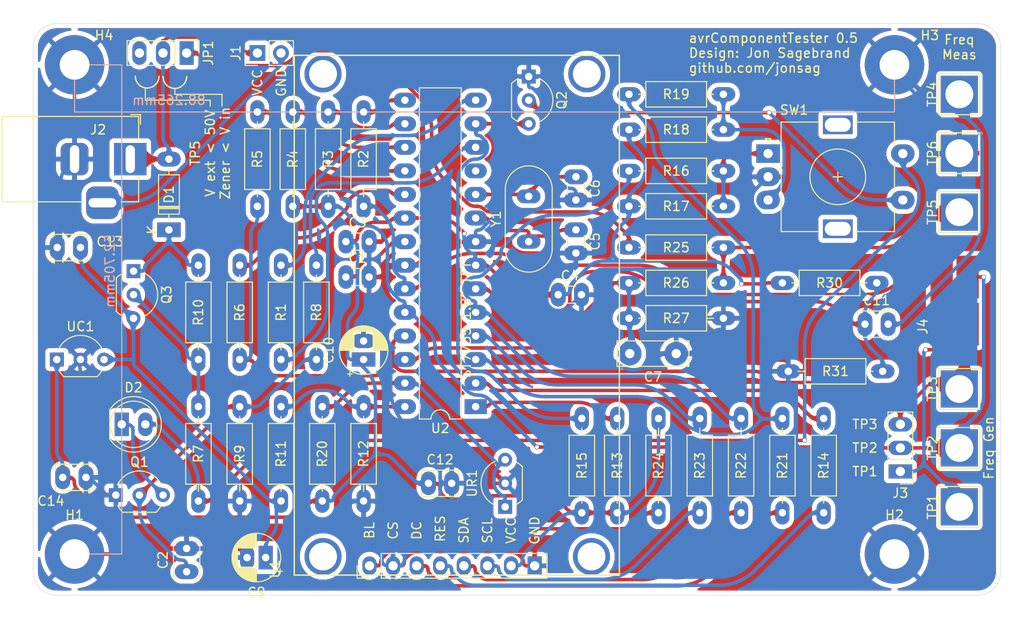
<source format=kicad_pcb>
(kicad_pcb (version 20211014) (generator pcbnew)
  (layers (0 "F.Cu" signal) (31 "B.Cu" signal) (34 "B.Paste" user) (35 "F.Paste" user) (36 "B.SilkS" user "B.Silkscreen") (37 "F.SilkS" user "F.Silkscreen") (38 "B.Mask" user) (39 "F.Mask" user) (44 "Edge.Cuts" user))
  (net 0 "")
  (net 1 "TPGND")
  (net 2 "Net-(C1-Pad1)")
  (net 3 "Net-(C2-Pad1)")
  (net 4 "+5V")
  (net 5 "XTAL1")
  (net 6 "XTAL2")
  (net 7 "ZenerMeas")
  (net 8 "VREF")
  (net 9 "TP4")
  (net 10 "FreqMeas")
  (net 11 "VCC")
  (net 12 "Net-(D1-Pad1)")
  (net 13 "Net-(D2-Pad2)")
  (net 14 "Net-(D2-Pad1)")
  (net 15 "TP3")
  (net 16 "TP2")
  (net 17 "TP1")
  (net 19 "Net-(JP1-Pad1)")
  (net 20 "Net-(Q2-Pad3)")
  (net 21 "Net-(Q2-Pad2)")
  (net 22 "Net-(Q3-Pad2)")
  (net 23 "Net-(R1-Pad1)")
  (net 24 "Net-(R2-Pad1)")
  (net 25 "Net-(R3-Pad1)")
  (net 26 "Net-(R4-Pad1)")
  (net 27 "Net-(R5-Pad1)")
  (net 28 "Net-(R6-Pad1)")
  (net 29 "Net-(R8-Pad2)")
  (net 30 "Net-(R11-Pad2)")
  (net 31 "Net-(R13-Pad2)")
  (net 32 "Net-(R14-Pad2)")
  (net 33 "Net-(R16-Pad2)")
  (net 34 "SDA")
  (net 35 "A0")
  (net 36 "Net-(R20-Pad2)")
  (net 37 "Net-(R21-Pad2)")
  (net 38 "Net-(R22-Pad2)")
  (net 39 "Net-(R23-Pad2)")
  (net 40 "SCK")
  (net 41 "Net-(R24-Pad2)")
  (net 42 "TP5")
  (net 43 "RST")
  (net 44 "Net-(R18-Pad2)")
  (net 45 "Net-(J1-Pad2)")
  (footprint "My_Misc:C_Disc_D3.0mm_W1.6mm_P2.50mm_larg" (layer "F.Cu") (at 130.81 72.39)
    (fp_text reference "C1")
    (fp_text value "1n")
  )
  (footprint "My_Misc:C_Disc_D3.8mm_W2.6mm_P2.50mm_large" (layer "F.Cu") (at 113.665 104.14 90)
    (fp_text reference "C2")
    (fp_text value "10n")
  )
  (footprint "My_Misc:C_Disc_D3.0mm_W1.6mm_P2.50mm_larg" (layer "F.Cu") (at 130.81 68.58)
    (fp_text reference "C3")
    (fp_text value "100n")
  )
  (footprint "My_Misc:C_Disc_D3.0mm_W1.6mm_P2.50mm_larg" (layer "F.Cu") (at 153.67 74.295)
    (fp_text reference "C4")
    (fp_text value "100n")
  )
  (footprint "My_Misc:C_Disc_D3.0mm_W1.6mm_P2.50mm_larg" (layer "F.Cu") (at 155.575 67.31 -90)
    (fp_text reference "C5")
    (fp_text value "22p")
  )
  (footprint "My_Misc:C_Disc_D3.0mm_W1.6mm_P2.50mm_larg" (layer "F.Cu") (at 155.575 61.595 -90)
    (fp_text reference "C6")
    (fp_text value "22p")
  )
  (footprint "My_Misc:C_Disc_D7.5mm_W2.5mm_P5.00mm_larger" (layer "F.Cu") (at 166.37 80.645 180)
    (fp_text reference "C7")
    (fp_text value "10n 100V")
  )
  (footprint "My_Misc:C_Disc_D3.8mm_W2.6mm_P2.50mm_large" (layer "F.Cu") (at 186.69 77.47)
    (fp_text reference "C11")
    (fp_text value "100n")
  )
  (footprint "My_Misc:C_Disc_D3.8mm_W2.6mm_P2.50mm_large" (layer "F.Cu") (at 139.7 94.615)
    (fp_text reference "C12")
    (fp_text value "100n")
  )
  (footprint "My_Misc:C_Disc_D3.8mm_W2.6mm_P2.50mm_large" (layer "F.Cu") (at 102.235 69.215 180)
    (fp_text reference "C13")
    (fp_text value "100n")
  )
  (footprint "My_Misc:C_Disc_D3.8mm_W2.6mm_P2.50mm_large" (layer "F.Cu") (at 100.33 93.98)
    (fp_text reference "C14")
    (fp_text value "100n")
  )
  (footprint "My_Misc:D_DO-35_SOD27_P7.62mm_Horizontal_large" (layer "F.Cu") (at 111.76 67.31 90)
    (fp_text reference "D1")
    (fp_text value "BAT43")
  )
  (footprint "My_Misc:LED_D5.0mm_larger_pads" (layer "F.Cu") (at 106.68 88.265)
    (fp_text reference "D2")
    (fp_text value "LED" hide)
  )
  (footprint "My_Misc:BarrelJack_Horizontal" (layer "F.Cu") (at 107.6 59.69)
    (fp_text reference "J2")
    (fp_text value "8-15VDC In")
  )
  (footprint "My_Headers:3-pin_test_header_large" (layer "F.Cu") (at 190.5 93.345 180)
    (fp_text reference "J3")
    (fp_text value "3-pin_test_header" hide)
  )
  (footprint "My_Parts:Jumper_1x03_P2.54mm_large" (layer "F.Cu") (at 113.665 48.26 -90)
    (fp_text reference "JP1")
    (fp_text value "Vext <50V, Zener < VCC" hide)
  )
  (footprint "Package_TO_SOT_THT:TO-92_Inline_Wide" (layer "F.Cu") (at 106.045 95.885)
    (fp_text reference "Q1")
    (fp_text value "2N3904")
  )
  (footprint "Package_TO_SOT_THT:TO-92_Inline_Wide" (layer "F.Cu") (at 150.495 50.8 -90)
    (fp_text reference "Q2")
    (fp_text value "2N3904")
  )
  (footprint "Package_TO_SOT_THT:TO-92_Inline_Wide" (layer "F.Cu") (at 107.95 71.755 -90)
    (fp_text reference "Q3")
    (fp_text value "2N3906")
  )
  (footprint "My_Misc:R_Axial_DIN0207_L6.3mm_D2.5mm_P10.16mm_Horizontal_larger_pads" (layer "F.Cu") (at 123.825 71.12 -90)
    (fp_text reference "R1")
    (fp_text value "680R" hide)
  )
  (footprint "My_Misc:R_Axial_DIN0207_L6.3mm_D2.5mm_P10.16mm_Horizontal_larger_pads" (layer "F.Cu") (at 132.715 54.61 -90)
    (fp_text reference "R2")
    (fp_text value "470k" hide)
  )
  (footprint "My_Misc:R_Axial_DIN0207_L6.3mm_D2.5mm_P10.16mm_Horizontal_larger_pads" (layer "F.Cu") (at 128.905 54.61 -90)
    (fp_text reference "R3")
    (fp_text value "680R" hide)
  )
  (footprint "My_Misc:R_Axial_DIN0207_L6.3mm_D2.5mm_P10.16mm_Horizontal_larger_pads" (layer "F.Cu") (at 125.095 54.61 -90)
    (fp_text reference "R4")
    (fp_text value "470k" hide)
  )
  (footprint "My_Misc:R_Axial_DIN0207_L6.3mm_D2.5mm_P10.16mm_Horizontal_larger_pads" (layer "F.Cu") (at 121.285 54.61 -90)
    (fp_text reference "R5")
    (fp_text value "680R" hide)
  )
  (footprint "My_Misc:R_Axial_DIN0207_L6.3mm_D2.5mm_P10.16mm_Horizontal_larger_pads" (layer "F.Cu") (at 119.38 71.12 -90)
    (fp_text reference "R6")
    (fp_text value "470k" hide)
  )
  (footprint "My_Misc:R_Axial_DIN0207_L6.3mm_D2.5mm_P10.16mm_Horizontal_larger_pads" (layer "F.Cu") (at 114.935 96.52 90)
    (fp_text reference "R7")
    (fp_text value "3k3" hide)
  )
  (footprint "My_Misc:R_Axial_DIN0207_L6.3mm_D2.5mm_P10.16mm_Horizontal_larger_pads" (layer "F.Cu") (at 127.635 81.28 90)
    (fp_text reference "R8")
    (fp_text value "27k" hide)
  )
  (footprint "My_Misc:R_Axial_DIN0207_L6.3mm_D2.5mm_P10.16mm_Horizontal_larger_pads" (layer "F.Cu") (at 119.38 86.36 -90)
    (fp_text reference "R9")
    (fp_text value "100k" hide)
  )
  (footprint "My_Misc:R_Axial_DIN0207_L6.3mm_D2.5mm_P10.16mm_Horizontal_larger_pads" (layer "F.Cu") (at 114.935 81.28 90)
    (fp_text reference "R10")
    (fp_text value "33k" hide)
  )
  (footprint "My_Misc:R_Axial_DIN0207_L6.3mm_D2.5mm_P10.16mm_Horizontal_larger_pads" (layer "F.Cu") (at 123.825 96.52 90)
    (fp_text reference "R11")
    (fp_text value "10k" hide)
  )
  (footprint "My_Misc:R_Axial_DIN0207_L6.3mm_D2.5mm_P10.16mm_Horizontal_larger_pads" (layer "F.Cu") (at 132.715 96.52 90)
    (fp_text reference "R12")
    (fp_text value "3k3" hide)
  )
  (footprint "My_Misc:R_Axial_DIN0207_L6.3mm_D2.5mm_P10.16mm_Horizontal_larger_pads" (layer "F.Cu") (at 160.02 97.79 90)
    (fp_text reference "R13")
    (fp_text value "10k" hide)
  )
  (footprint "My_Misc:R_Axial_DIN0207_L6.3mm_D2.5mm_P10.16mm_Horizontal_larger_pads" (layer "F.Cu") (at 182.245 87.63 -90)
    (fp_text reference "R14")
    (fp_text value "10k" hide)
  )
  (footprint "My_Misc:R_Axial_DIN0207_L6.3mm_D2.5mm_P10.16mm_Horizontal_larger_pads" (layer "F.Cu") (at 156.21 97.79 90)
    (fp_text reference "R15")
    (fp_text value "27k" hide)
  )
  (footprint "My_Misc:R_Axial_DIN0207_L6.3mm_D2.5mm_P10.16mm_Horizontal_larger_pads" (layer "F.Cu") (at 161.29 60.96)
    (fp_text reference "R16")
    (fp_text value "1k" hide)
  )
  (footprint "My_Misc:R_Axial_DIN0207_L6.3mm_D2.5mm_P10.16mm_Horizontal_larger_pads" (layer "F.Cu") (at 161.29 64.77)
    (fp_text reference "R17")
    (fp_text value "10k" hide)
  )
  (footprint "My_Misc:R_Axial_DIN0207_L6.3mm_D2.5mm_P10.16mm_Horizontal_larger_pads" (layer "F.Cu") (at 161.29 56.515)
    (fp_text reference "R18")
    (fp_text value "10k" hide)
  )
  (footprint "My_Misc:R_Axial_DIN0207_L6.3mm_D2.5mm_P10.16mm_Horizontal_larger_pads" (layer "F.Cu") (at 161.29 52.705)
    (fp_text reference "R19")
    (fp_text value "1k" hide)
  )
  (footprint "My_Misc:R_Axial_DIN0207_L6.3mm_D2.5mm_P10.16mm_Horizontal_larger_pads" (layer "F.Cu") (at 128.27 96.52 90)
    (fp_text reference "R20")
    (fp_text value "2k2" hide)
  )
  (footprint "My_Misc:R_Axial_DIN0207_L6.3mm_D2.5mm_P10.16mm_Horizontal_larger_pads" (layer "F.Cu") (at 177.8 87.63 -90)
    (fp_text reference "R21")
    (fp_text value "10k" hide)
  )
  (footprint "My_Misc:R_Axial_DIN0207_L6.3mm_D2.5mm_P10.16mm_Horizontal_larger_pads" (layer "F.Cu") (at 173.355 87.63 -90)
    (fp_text reference "R22")
    (fp_text value "10k" hide)
  )
  (footprint "My_Misc:R_Axial_DIN0207_L6.3mm_D2.5mm_P10.16mm_Horizontal_larger_pads" (layer "F.Cu") (at 168.91 87.63 -90)
    (fp_text reference "R23")
    (fp_text value "10k" hide)
  )
  (footprint "My_Misc:R_Axial_DIN0207_L6.3mm_D2.5mm_P10.16mm_Horizontal_larger_pads" (layer "F.Cu") (at 164.465 87.63 -90)
    (fp_text reference "R24")
    (fp_text value "220R" hide)
  )
  (footprint "My_Misc:R_Axial_DIN0207_L6.3mm_D2.5mm_P10.16mm_Horizontal_larger_pads" (layer "F.Cu") (at 171.45 69.215 180)
    (fp_text reference "R25")
    (fp_text value "2k2" hide)
  )
  (footprint "My_Misc:R_Axial_DIN0207_L6.3mm_D2.5mm_P10.16mm_Horizontal_larger_pads" (layer "F.Cu") (at 161.29 73.025)
    (fp_text reference "R26")
    (fp_text value "179k45" hide)
  )
  (footprint "My_Misc:R_Axial_DIN0207_L6.3mm_D2.5mm_P10.16mm_Horizontal_larger_pads" (layer "F.Cu") (at 171.45 76.835 180)
    (fp_text reference "R27")
    (fp_text value "20k" hide)
  )
  (footprint "My_Misc:R_Axial_DIN0207_L6.3mm_D2.5mm_P10.16mm_Horizontal_larger_pads" (layer "F.Cu") (at 187.96 73.025 180)
    (fp_text reference "R30")
    (fp_text value "10k" hide)
  )
  (footprint "My_Misc:R_Axial_DIN0207_L6.3mm_D2.5mm_P10.16mm_Horizontal_larger_pads" (layer "F.Cu") (at 178.435 82.55)
    (fp_text reference "R31")
    (fp_text value "10k" hide)
  )
  (footprint "My_Parts:TestPoint_THTPad_4.0x4.0mm_Drill3.0mm" (layer "F.Cu") (at 196.85 97.155 90)
    (fp_text reference "TP1")
    (fp_text value "TestPoint")
  )
  (footprint "My_Parts:TestPoint_THTPad_4.0x4.0mm_Drill3.0mm" (layer "F.Cu") (at 196.85 90.805 90)
    (fp_text reference "TP2")
    (fp_text value "TestPoint")
  )
  (footprint "My_Parts:TestPoint_THTPad_4.0x4.0mm_Drill3.0mm" (layer "F.Cu") (at 196.85 84.455 90)
    (fp_text reference "TP3")
    (fp_text value "TestPoint")
  )
  (footprint "My_Parts:TestPoint_THTPad_4.0x4.0mm_Drill3.0mm" (layer "F.Cu") (at 196.85 52.705 90)
    (fp_text reference "TP4")
    (fp_text value "TestPoint")
  )
  (footprint "My_Parts:TestPoint_THTPad_4.0x4.0mm_Drill3.0mm" (layer "F.Cu") (at 196.85 65.405 90)
    (fp_text reference "TP5")
    (fp_text value "TestPoint")
  )
  (footprint "My_Parts:TestPoint_THTPad_4.0x4.0mm_Drill3.0mm" (layer "F.Cu") (at 196.85 59.055 90)
    (fp_text reference "TP6")
    (fp_text value "TestPoint")
  )
  (footprint "My_Misc:DIP-28_W7.62mm_LongPads w socket" (layer "F.Cu") (at 144.78 86.36 180)
    (fp_text reference "U2")
    (fp_text value "ATmega328P-PU")
  )
  (footprint "Package_TO_SOT_THT:TO-92_Inline_Wide" (layer "F.Cu") (at 99.695 81.28)
    (fp_text reference "UC1")
    (fp_text value "L78L05_TO92")
  )
  (footprint "Package_TO_SOT_THT:TO-92_Inline_Wide" (layer "F.Cu") (at 147.955 97.155 90)
    (fp_text reference "UR1")
    (fp_text value "TL431LP")
  )
  (footprint "My_Misc:Crystal_HC49-4H_Vertical_large" (layer "F.Cu") (at 150.495 68.58 90)
    (fp_text reference "Y1")
    (fp_text value "8MHz")
  )
  (footprint "MountingHole:MountingHole_3.2mm_M3_Pad" (layer "F.Cu") (at 101.6 102.235)
    (fp_text reference "H1")
    (fp_text value "MountingHole_Pad")
  )
  (footprint "MountingHole:MountingHole_3.2mm_M3_Pad" (layer "F.Cu") (at 189.865 102.235)
    (fp_text reference "H2")
    (fp_text value "MountingHole_Pad")
  )
  (footprint "MountingHole:MountingHole_3.2mm_M3_Pad" (layer "F.Cu") (at 189.865 49.53)
    (fp_text reference "H3")
    (fp_text value "MountingHole_Pad")
  )
  (footprint "MountingHole:MountingHole_3.2mm_M3_Pad" (layer "F.Cu") (at 101.6 49.53)
    (fp_text reference "H4")
    (fp_text value "MountingHole_Pad")
  )
  (footprint "My_Parts:3-pad_SMD_test-pad" (layer "F.Cu") (at 196.215 74.93 90)
    (fp_text reference "J4")
    (fp_text value "3-pin_test_header")
  )
  (footprint "My_Headers:2-pin_power_input_header" (layer "F.Cu") (at 121.285 48.26 90)
    (fp_text reference "J1")
    (fp_text value "2-pin_power_input_header" hide)
  )
  (footprint "My_Misc:CP_Radial_D5.0mm_P2.00mm_larger" (layer "F.Cu") (at 122.174 102.616 180)
    (fp_text reference "C9")
    (fp_text value "10u")
  )
  (footprint "My_Misc:RotaryEncoder_Alps_EC11E-Switch_Vertical_H20mm_large" (layer "F.Cu") (at 176.265 59.095)
    (fp_text reference "SW1")
    (fp_text value "RotaryEncoder_Switch")
  )
  (footprint "My_Parts:ST7735_1.8_TFT_display_128x160_large" (layer "F.Cu") (at 133.35 103.505 90)
    (fp_text reference "U1")
    (fp_text value "ST7735_1.8\"_TFT_128x160" hide)
  )
  (footprint "My_Misc:CP_Radial_D5.0mm_P2.00mm_larger" (layer "F.Cu") (at 132.715 81.28 90)
    (fp_text reference "C10")
    (fp_text value "10u")
  )
  (gr_line (start 189.865 54.61) (end 101.6 54.61) (layer "B.SilkS") (width 0.12))
  (gr_line (start 106.68 102.235) (end 106.68 49.53) (layer "B.SilkS") (width 0.12))
  (gr_line (start 101.6 49.53) (end 106.68 49.53) (layer "B.SilkS") (width 0.12))
  (gr_line (start 101.6 102.235) (end 106.68 102.235) (layer "B.SilkS") (width 0.12))
  (gr_line (start 101.6 49.53) (end 101.6 54.61) (layer "B.SilkS") (width 0.12))
  (gr_line (start 189.865 49.53) (end 189.865 54.61) (layer "B.SilkS") (width 0.12))
  (gr_line (start 109.22 53.34) (end 109.22 52.705) (layer "F.SilkS") (width 0.12))
  (gr_line (start 109.22 52.705) (end 109.22 52.07) (layer "F.SilkS") (width 0.12))
  (gr_line (start 117.475 52.705) (end 117.475 53.975) (layer "F.SilkS") (width 0.12))
  (gr_line (start 112.395 52.705) (end 112.395 52.07) (layer "F.SilkS") (width 0.12))
  (gr_line (start 116.205 53.34) (end 109.22 53.34) (layer "F.SilkS") (width 0.12))
  (gr_line (start 116.205 53.975) (end 116.205 53.34) (layer "F.SilkS") (width 0.12))
  (gr_line (start 112.395 52.705) (end 117.475 52.705) (layer "F.SilkS") (width 0.12))
  (gr_arc (start 97.155 47.625) (mid 97.898949 45.828949) (end 99.695 45.085) (layer "Edge.Cuts") (width 0.05))
  (gr_arc (start 201.295 104.14) (mid 200.551051 105.936051) (end 198.755 106.68) (layer "Edge.Cuts") (width 0.05))
  (gr_line (start 99.695 45.085) (end 198.755 45.085) (layer "Edge.Cuts") (width 0.05))
  (gr_line (start 201.295 47.625) (end 201.295 104.14) (layer "Edge.Cuts") (width 0.05))
  (gr_line (start 198.755 106.68) (end 99.695 106.68) (layer "Edge.Cuts") (width 0.05))
  (gr_arc (start 99.695 106.68) (mid 97.898949 105.936051) (end 97.155 104.14) (layer "Edge.Cuts") (width 0.05))
  (gr_line (start 97.155 104.14) (end 97.155 47.625) (layer "Edge.Cuts") (width 0.05))
  (gr_arc (start 198.755 45.085) (mid 200.551051 45.828949) (end 201.295 47.625) (layer "Edge.Cuts") (width 0.05))
  (gr_text "52.705mm" (at 105.41 71.755 90) (layer "B.SilkS") (effects (font (size 1 1)) (justify mirror)))
  (gr_text "88.265mm" (at 111.76 53.34) (layer "B.SilkS") (effects (font (size 1 1)) (justify mirror)))
  (gr_text "Freq Gen" (at 200.025 90.805 90) (layer "F.SilkS") (effects (font (size 1 1))))
  (gr_text "avrComponentTester 0.5\nDesign: Jon Sagebrand\ngithub.com/jonsag" (at 167.64 48.26) (layer "F.SilkS") (effects (font (size 1 1)) (justify left)))
  (gr_text "TP5\nV ext < 50V\nZener < V in" (at 116.205 59.055 90) (layer "F.SilkS") (effects (font (size 1 1))))
  (gr_text "Freq\nMeas" (at 196.85 47.625) (layer "F.SilkS") (effects (font (size 1 1))))
  (segment (start 137.7824 71.12) (end 136.5376 71.12) (width 0.381) (layer "F.Cu") (net 1))
  (segment (start 147.275758 68.58) (end 146.46275 68.58) (width 0.381) (layer "F.Cu") (net 1))
  (segment (start 120.174 101.3299) (end 120.174 102.1873) (width 0.381) (layer "F.Cu") (net 1))
  (segment (start 129.561892 98.466306) (end 131.081531 96.946668) (width 0.381) (layer "F.Cu") (net 1))
  (segment (start 142.740851 68.58) (end 143.09725 68.58) (width 0.381) (layer "F.Cu") (net 1))
  (segment (start 120.174 102.1873) (end 120.174 102.616) (width 0.381) (layer "F.Cu") (net 1))
  (segment (start 154.7176 69.81) (end 155.575 69.81) (width 0.381) (layer "F.Cu") (net 1))
  (segment (start 137.489699 102.433299) (end 137.336792 102.586207) (width 0.381) (layer "F.Cu") (net 1))
  (segment (start 112.370928 101.64) (end 112.8076 101.64) (width 0.381) (layer "F.Cu") (net 1))
  (segment (start 114.5224 101.64) (end 112.8076 101.64) (width 0.381) (layer "F.Cu") (net 1))
  (segment (start 138.844903 70.679896) (end 139.6748 69.85) (width 0.381) (layer "F.Cu") (net 1))
  (segment (start 132.1116 96.52) (end 132.715 96.52) (width 0.381) (layer "F.Cu") (net 1))
  (segment (start 178.435 81.9466) (end 178.435 82.55) (width 0.381) (layer "F.Cu") (net 1))
  (segment (start 190.069148 61.595) (end 176.265 61.595) (width 0.381) (layer "F.Cu") (net 1))
  (segment (start 149.683207 102.586207) (end 149.5303 102.4333) (width 0.381) (layer "F.Cu") (net 1))
  (segment (start 136.7574 103.505) (end 135.89 103.505) (width 0.381) (layer "F.Cu") (net 1))
  (segment (start 119.7453 101.7586) (end 120.174 101.3299) (width 0.381) (layer "F.Cu") (net 1))
  (segment (start 133.9324 72.39) (end 133.31 72.39) (width 0.381) (layer "F.Cu") (net 1))
  (segment (start 169.276701 81.3432) (end 177.8316 81.3432) (width 0.381) (layer "F.Cu") (net 1))
  (segment (start 193.135199 60.324999) (end 193.540832 59.919367) (width 0.381) (layer "F.Cu") (net 1))
  (segment (start 146.46275 68.58) (end 143.09725 68.58) (width 0.381) (layer "F.Cu") (net 1))
  (segment (start 120.594549 100.480649) (end 120.477136 100.598063) (width 0.381) (layer "F.Cu") (net 1))
  (segment (start 167.591098 80.645) (end 166.37 80.645) (width 0.381) (layer "F.Cu") (net 1))
  (segment (start 195.6276 59.055) (end 196.85 59.055) (width 0.381) (layer "F.Cu") (net 1))
  (segment (start 110.934471 102.235) (end 101.6 102.235) (width 0.381) (layer "F.Cu") (net 1))
  (segment (start 138.438244 102.0404) (end 148.581755 102.0404) (width 0.381) (layer "F.Cu") (net 1))
  (segment (start 150.2626 103.505) (end 151.13 103.505) (width 0.381) (layer "F.Cu") (net 1))
  (segment (start 150.245241 69.81) (end 153.0028 69.81) (width 0.381) (layer "F.Cu") (net 1))
  (segment (start 114.5224 101.64) (end 115.295937 101.64) (width 0.381) (layer "F.Cu") (net 1))
  (segment (start 115.582262 101.7586) (end 119.7453 101.7586) (width 0.381) (layer "F.Cu") (net 1))
  (segment (start 154.7176 69.81) (end 153.0028 69.81) (width 0.381) (layer "F.Cu") (net 1))
  (segment (start 135.352735 71.592064) (end 134.994903 71.949896) (width 0.381) (layer "F.Cu") (net 1))
  (segment (start 125.714136 100.0601) (end 121.609847 100.0601) (width 0.381) (layer "F.Cu") (net 1))
  (segment (start 147.955 94.615) (end 142.2 94.615) (width 0.381) (layer "F.Cu") (net 1))
  (segment (start 136.5376 71.12) (end 136.4924 71.12) (width 0.381) (layer "F.Cu") (net 1))
  (arc (start 137.336792 102.586207) (mid 137.159171 102.852035) (end 137.0968 103.1656) (width 0.381) (layer "F.Cu") (net 1))
  (arc (start 120.174 102.1873) (mid 120.048436 101.884163) (end 119.7453 101.7586) (width 0.381) (layer "F.Cu") (net 1))
  (arc (start 134.994903 71.949896) (mid 134.507422 72.27562) (end 133.9324 72.39) (width 0.381) (layer "F.Cu") (net 1))
  (arc (start 168.4339 80.9941) (mid 168.047219 80.735728) (end 167.591098 80.645) (width 0.381) (layer "F.Cu") (net 1))
  (arc (start 138.844903 70.679896) (mid 138.357422 71.00562) (end 137.7824 71.12) (width 0.381) (layer "F.Cu") (net 1))
  (arc (start 195.6276 59.055) (mid 194.498249 59.279641) (end 193.540832 59.919367) (width 0.381) (layer "F.Cu") (net 1))
  (arc (start 148.7605 69.195) (mid 148.079294 68.739833) (end 147.275758 68.58) (width 0.381) (layer "F.Cu") (net 1))
  (arc (start 193.135199 60.324999) (mid 191.728483 61.264937) (end 190.069148 61.595) (width 0.381) (layer "F.Cu") (net 1))
  (arc (start 120.477136 100.598063) (mid 120.252782 100.933832) (end 120.174 101.3299) (width 0.381) (layer "F.Cu") (net 1))
  (arc (start 121.609847 100.0601) (mid 121.060372 100.169397) (end 120.594549 100.480649) (width 0.381) (layer "F.Cu") (net 1))
  (arc (start 149.9232 103.1656) (mid 150.022607 103.405592) (end 150.2626 103.505) (width 0.381) (layer "F.Cu") (net 1))
  (arc (start 138.438244 102.0404) (mid 137.924895 102.142511) (end 137.489699 102.433299) (width 0.381) (layer "F.Cu") (net 1))
  (arc (start 129.561892 98.466306) (mid 127.796526 99.645886) (end 125.714136 100.0601) (width 0.381) (layer "F.Cu") (net 1))
  (arc (start 149.5303 102.4333) (mid 149.095103 102.142511) (end 148.581755 102.0404) (width 0.381) (layer "F.Cu") (net 1))
  (arc (start 148.7605 69.195) (mid 149.441705 69.650166) (end 150.245241 69.81) (width 0.381) (layer "F.Cu") (net 1))
  (arc (start 168.4339 80.9941) (mid 168.82058 81.252471) (end 169.276701 81.3432) (width 0.381) (layer "F.Cu") (net 1))
  (arc (start 149.683207 102.586207) (mid 149.860827 102.852035) (end 149.9232 103.1656) (width 0.381) (layer "F.Cu") (net 1))
  (arc (start 142.740851 68.58) (mid 141.081516 68.910062) (end 139.6748 69.85) (width 0.381) (layer "F.Cu") (net 1))
  (arc (start 178.435 81.9466) (mid 178.258268 81.519931) (end 177.8316 81.3432) (width 0.381) (layer "F.Cu") (net 1))
  (arc (start 115.4391 101.6993) (mid 115.373416 101.655411) (end 115.295937 101.64) (width 0.381) (layer "F.Cu") (net 1))
  (arc (start 136.4924 71.12) (mid 135.875617 71.242685) (end 135.352735 71.592064) (width 0.381) (layer "F.Cu") (net 1))
  (arc (start 112.370928 101.64) (mid 111.982225 101.717317) (end 111.6527 101.9375) (width 0.381) (layer "F.Cu") (net 1))
  (arc (start 115.4391 101.6993) (mid 115.504783 101.743188) (end 115.582262 101.7586) (width 0.381) (layer "F.Cu") (net 1))
  (arc (start 111.6527 101.9375) (mid 111.323173 102.157682) (end 110.934471 102.235) (width 0.381) (layer "F.Cu") (net 1))
  (arc (start 137.0968 103.1656) (mid 136.997392 103.405592) (end 136.7574 103.505) (width 0.381) (layer "F.Cu") (net 1))
  (arc (start 132.1116 96.52) (mid 131.55413 96.630887) (end 131.081531 96.946668) (width 0.381) (layer "F.Cu") (net 1))
  (segment (start 133.31 73.2474) (end 133.31 74.9622) (width 0.381) (layer "B.Cu") (net 1))
  (segment (start 136.4934 103.505) (end 135.2866 103.505) (width 0.381) (layer "B.Cu") (net 1))
  (segment (start 140.9552 95.2374) (end 140.9552 96.5274) (width 0.381) (layer "B.Cu") (net 1))
  (segment (start 102.235 82.793562) (end 102.235 91.249471) (width 0.381) (layer "B.Cu") (net 1))
  (segment (start 151.000552 52.126852) (end 151.36425 52.49055) (width 0.381) (layer "B.Cu") (net 1))
  (segment (start 100.0945 62.260049) (end 100.0945 69.03525) (width 0.381) (layer "B.Cu") (net 1))
  (segment (start 134.6987 78.9736) (end 133.920723 78.195623) (width 0.381) (layer "B.Cu") (net 1))
  (segment (start 102.83 93.44075) (end 102.83 92.685928) (width 0.381) (layer "B.Cu") (net 1))
  (segment (start 178.435 83.208014) (end 178.435 82.8517) (width 0.381) (layer "B.Cu") (net 1))
  (segment (start 155.575 70.5619) (end 155.575 69.81) (width 0.381) (layer "B.Cu") (net 1))
  (segment (start 133.31 71.5326) (end 133.31 68.58) (width 0.381) (layer "B.Cu") (net 1))
  (segment (start 151.86 53.687396) (end 151.86 58.191164) (width 0.381) (layer "B.Cu") (net 1))
  (segment (start 179.2111 85.081685) (end 179.2111 89.327136) (width 0.381) (layer "B.Cu") (net 1))
  (segment (start 153.2246 61.4856) (end 154.240667 62.501667) (width 0.381) (layer "B.Cu") (net 1))
  (segment (start 106.045 96.8375) (end 106.045 96.4824) (width 0.381) (layer "B.Cu") (net 1))
  (segment (start 157.444453 79.174153) (end 159.849817 81.579517) (width 0.381) (layer "B.Cu") (net 1))
  (segment (start 178.435 81.6449) (end 178.435 82.2483) (width 0.381) (layer "B.Cu") (net 1))
  (segment (start 180.804892 93.174892) (end 189.865 102.235) (width 0.381) (layer "B.Cu") (net 1))
  (segment (start 132.99395 78.0732) (end 133.246666 78.0732) (width 0.381) (layer "B.Cu") (net 1))
  (segment (start 134.6832 102.9016) (end 134.6832 97.819791) (width 0.381) (layer "B.Cu") (net 1))
  (segment (start 148.031009 63.94999) (end 150.4954 61.4856) (width 0.381) (layer "B.Cu") (net 1))
  (segment (start 144.78 67.5931) (end 144.78 68.58) (width 0.381) (layer "B.Cu") (net 1))
  (segment (start 133.5356 78.0361) (end 133.336233 78.0361) (width 0.381) (layer "B.Cu") (net 1))
  (segment (start 102.957102 93.747602) (end 104.763826 95.554326) (width 0.381) (layer "B.Cu") (net 1))
  (segment (start 178.435 82.2483) (end 178.435 82.8517) (width 0.381) (layer "B.Cu") (net 1))
  (segment (start 133.31 71.5326) (end 133.31 73.2474) (width 0.381) (layer "B.Cu") (net 1))
  (segment (start 100.0945 77.625937) (end 100.0945 69.39475) (width 0.381) (layer "B.Cu") (net 1))
  (segment (start 105.37148 98.463519) (end 101.6 102.235) (width 0.381) (layer "B.Cu") (net 1))
  (segment (start 178.221665 81.129865) (end 177.10575 80.01395) (width 0.381) (layer "B.Cu") (net 1))
  (segment (start 175.037603 62.822396) (end 176.265 61.595) (width 0.381) (layer "B.Cu") (net 1))
  (segment (start 102.83 93.80025) (end 102.83 93.98) (width 0.381) (layer "B.Cu") (net 1))
  (segment (start 153.670022 76.0098) (end 153.8048 76.0098) (width 0.381) (layer "B.Cu") (net 1))
  (segment (start 140.9552 93.9926) (end 140.9552 93.31235) (width 0.381) (layer "B.Cu") (net 1))
  (segment (start 141.5776 94.615) (end 142.2 94.615) (width 0.381) (layer "B.Cu") (net 1))
  (segment (start 137.523468 101.871531) (end 139.602928 99.792071) (width 0.381) (layer "B.Cu") (net 1))
  (segment (start 99.91475 69.215) (end 99.735 69.215) (width 0.381) (layer "B.Cu") (net 1))
  (segment (start 171.45 77.6608) (end 171.45 76.835) (width 0.381) (layer "B.Cu") (net 1))
  (segment (start 175.037603 65.195103) (end 175.16135 65.31885) (width 0.381) (layer "B.Cu") (net 1))
  (segment (start 132.715 78.35215) (end 132.715 79.28) (width 0.381) (layer "B.Cu") (net 1))
  (segment (start 135.6362 84.436736) (end 135.6362 81.236925) (width 0.381) (layer "B.Cu") (net 1))
  (segment (start 190.168773 50.692973) (end 195.815885 56.340085) (width 0.381) (layer "B.Cu") (net 1))
  (segment (start 155.575 63.3431) (end 155.575 64.095) (width 0.381) (layer "B.Cu") (net 1))
  (segment (start 105.4476 95.885) (end 104.97235 95.885) (width 0.381) (layer "B.Cu") (net 1))
  (segment (start 120.174 99.590242) (end 120.174 102.616) (width 0.381) (layer "B.Cu") (net 1))
  (segment (start 168.691073 80.038726) (end 170.418592 78.311207) (width 0.381) (layer "B.Cu") (net 1))
  (segment (start 167.2274 80.645) (end 165.5126 80.645) (width 0.381) (layer "B.Cu") (net 1))
  (segment (start 152.4252 74.2497) (end 152.4252 74.764977) (width 0.381) (layer "B.Cu") (net 1))
  (segment (start 100.0945 69.03525) (end 100.0945 69.39475) (width 0.381) (layer "B.Cu") (net 1))
  (segment (start 101.6 58.62545) (end 101.6 49.53) (width 0.381) (layer "B.Cu") (net 1))
  (segment (start 154.240666 71.403332) (end 153.154156 72.489843) (width 0.381) (layer "B.Cu") (net 1))
  (segment (start 140.9552 95.2374) (end 140.9552 93.9926) (width 0.381) (layer "B.Cu") (net 1))
  (segment (start 163.720681 81.579517) (end 164.048926 81.251273) (width 0.381) (layer "B.Cu") (net 1))
  (segment (start 156.17 76.09735) (end 156.17 75.507546) (width 0.381) (layer "B.Cu") (net 1))
  (segment (start 133.31 74.9622) (end 133.31 78.009866) (width 0.381) (layer "B.Cu") (net 1))
  (segment (start 147.57139 65.059609) (end 145.478162 67.152837) (width 0.381) (layer "B.Cu") (net 1))
  (segment (start 154.915102 75.549897) (end 155.3126 75.1524) (width 0.381) (layer "B.Cu") (net 1))
  (segment (start 175.7765 66.803953) (end 175.7765 76.804856) (width 0.381) (layer "B.Cu") (net 1))
  (segment (start 137.229992 88.284492) (end 140.034087 91.088587) (width 0.381) (layer "B.Cu") (net 1))
  (segment (start 102.83 93.80025) (end 102.83 93.44075) (width 0.381) (layer "B.Cu") (net 1))
  (segment (start 150.495 51.80805) (end 150.495 50.8) (width 0.381) (layer "B.Cu") (net 1))
  (segment (start 189.865 49.9596) (end 189.865 49.53) (width 0.381) (layer "B.Cu") (net 1))
  (segment (start 133.383408 96.52) (end 132.715 96.52) (width 0.381) (layer "B.Cu") (net 1))
  (segment (start 119.38 97.673357) (end 119.38 96.52) (width 0.381) (layer "B.Cu") (net 1))
  (segment (start 196.85 56.9922) (end 196.85 59.055) (width 0.381) (layer "B.Cu") (net 1))
  (arc (start 134.6832 102.9016) (mid 134.859931 103.328268) (end 135.2866 103.505) (width 0.381) (layer "B.Cu") (net 1))
  (arc (start 101.16475 80.20975) (mid 101.956851 81.395213) (end 102.235 82.793562) (width 0.381) (layer "B.Cu") (net 1))
  (arc (start 100.0945 77.625937) (mid 100.372648 79.024286) (end 101.16475 80.20975) (width 0.381) (layer "B.Cu") (net 1))
  (arc (start 153.2246 61.4856) (mid 151.86 60.920364) (end 150.4954 61.4856) (width 0.381) (layer "B.Cu") (net 1))
  (arc (start 140.9552 93.9926) (mid 141.137496 94.432703) (end 141.5776 94.615) (width 0.381) (layer "B.Cu") (net 1))
  (arc (start 101.6 58.62545) (mid 101.404366 59.608965) (end 100.84725 60.44275) (width 0.381) (layer "B.Cu") (net 1))
  (arc (start 133.29145 78.05465) (mid 133.305179 78.034102) (end 133.31 78.009866) (width 0.381) (layer "B.Cu") (net 1))
  (arc (start 196.85 56.9922) (mid 196.738114 56.722085) (end 196.468 56.6102) (width 0.381) (layer "B.Cu") (net 1))
  (arc (start 100.0945 69.39475) (mid 100.041852 69.267647) (end 99.91475 69.215) (width 0.381) (layer "B.Cu") (net 1))
  (arc (start 132.99395 78.0732) (mid 132.796702 78.154902) (end 132.715 78.35215) (width 0.381) (layer "B.Cu") (net 1))
  (arc (start 134.3025 96.9007) (mid 134.584259 97.322382) (end 134.6832 97.819791) (width 0.381) (layer "B.Cu") (net 1))
  (arc (start 168.691073 80.038726) (mid 168.019534 80.487434) (end 167.2274 80.645) (width 0.381) (layer "B.Cu") (net 1))
  (arc (start 102.83 93.44075) (mid 102.863032 93.606817) (end 102.957102 93.747602) (width 0.381) (layer "B.Cu") (net 1))
  (arc (start 151.36425 52.49055) (mid 151.731158 53.039667) (end 151.86 53.687396) (width 0.381) (layer "B.Cu") (net 1))
  (arc (start 159.849817 81.579517) (mid 160.737801 82.172849) (end 161.78525 82.3812) (width 0.381) (layer "B.Cu") (net 1))
  (arc (start 156.17 76.09735) (mid 156.501219 77.762504) (end 157.444453 79.174153) (width 0.381) (layer "B.Cu") (net 1))
  (arc (start 99.91475 69.215) (mid 100.041852 69.162352) (end 100.0945 69.03525) (width 0.381) (layer "B.Cu") (net 1))
  (arc (start 140.034087 91.088587) (mid 140.71581 92.108858) (end 140.9552 93.31235) (width 0.381) (layer "B.Cu") (net 1))
  (arc (start 178.221665 81.129865) (mid 178.379556 81.366165) (end 178.435 81.6449) (width 0.381) (layer "B.Cu") (net 1))
  (arc (start 174.5462 64.00875) (mid 174.673911 64.650799) (end 175.037603 65.195103) (width 0.381) (layer "B.Cu") (net 1))
  (arc (start 133.29145 78.05465) (mid 133.270902 78.068379) (end 133.246666 78.0732) (width 0.381) (layer "B.Cu") (net 1))
  (arc (start 134.6987 78.9736) (mid 135.392551 80.012022) (end 135.6362 81.236925) (width 0.381) (layer "B.Cu") (net 1))
  (arc (start 106.045 96.8375) (mid 105.869957 97.717495) (end 105.37148 98.463519) (width 0.381) (layer "B.Cu") (net 1))
  (arc (start 145.0379 67.3352) (mid 144.855537 67.410737) (end 144.78 67.5931) (width 0.381) (layer "B.Cu") (net 1))
  (arc (start 135.6362 84.436736) (mid 136.050413 86.519126) (end 137.229992 88.284492) (width 0.381) (layer "B.Cu") (net 1))
  (arc (start 141.5776 94.615) (mid 141.137496 94.797296) (end 140.9552 95.2374) (width 0.381) (layer "B.Cu") (net 1))
  (arc (start 119.777 98.6318) (mid 120.070823 99.071537) (end 120.174 99.590242) (width 0.381) (layer "B.Cu") (net 1))
  (arc (start 150.4954 61.4856) (mid 151.505352 59.974099) (end 151.86 58.191164) (width 0.381) (layer "B.Cu") (net 1))
  (arc (start 134.3025 96.9007) (mid 133.880817 96.61894) (end 133.383408 96.52) (width 0.381) (layer "B.Cu") (net 1))
  (arc (start 150.495 51.80805) (mid 150.549697 51.940102) (end 150.68175 51.9948) (width 0.381) (layer "B.Cu") (net 1))
  (arc (start 179.2111 89.327136) (mid 179.625313 91.409526) (end 180.804892 93.174892) (width 0.381) (layer "B.Cu") (net 1))
  (arc (start 195.815885 56.340085) (mid 196.115077 56.539999) (end 196.468 56.6102) (width 0.381) (layer "B.Cu") (net 1))
  (arc (start 147.8012 64.5048) (mid 147.741474 64.80506) (end 147.57139 65.059609) (width 0.381) (layer "B.Cu") (net 1))
  (arc (start 102.235 91.249471) (mid 102.312317 91.638173) (end 102.5325 91.9677) (width 0.381) (layer "B.Cu") (net 1))
  (arc (start 163.720681 81.579517) (mid 162.832698 82.172849) (end 161.78525 82.3812) (width 0.381) (layer "B.Cu") (net 1))
  (arc (start 104.763826 95.554326) (mid 104.827752 95.649997) (end 104.8502 95.76285) (width 0.381) (layer "B.Cu") (net 1))
  (arc (start 152.7898 75.6452) (mid 153.193649 75.915043) (end 153.670022 76.0098) (width 0.381) (layer "B.Cu") (net 1))
  (arc (start 137.0968 102.9016) (mid 136.920068 103.328268) (end 136.4934 103.505) (width 0.381) (layer "B.Cu") (net 1))
  (arc (start 154.915102 75.549897) (mid 154.405691 75.890275) (end 153.8048 76.0098) (width 0.381) (layer "B.Cu") (net 1))
  (arc (start 145.478162 67.152837) (mid 145.276168 67.287805) (end 145.0379 67.3352) (width 0.381) (layer "B.Cu") (net 1))
  (arc (start 148.031009 63.94999) (mid 147.860925 64.204539) (end 147.8012 64.5048) (width 0.381) (layer "B.Cu") (net 1))
  (arc (start 156.17 75.507546) (mid 155.85995 75.043524) (end 155.3126 75.1524) (width 0.381) (layer "B.Cu") (net 1))
  (arc (start 189.865 49.9596) (mid 189.943948 50.356498) (end 190.168773 50.692973) (width 0.381) (layer "B.Cu") (net 1))
  (arc (start 133.920723 78.195623) (mid 133.744027 78.077558) (end 133.5356 78.0361) (width 0.381) (layer "B.Cu") (net 1))
  (arc (start 175.16135 65.31885) (mid 175.616627 66.000221) (end 175.7765 66.803953) (width 0.381) (layer "B.Cu") (net 1))
  (arc (start 106.045 96.4824) (mid 105.870025 96.059974) (end 105.4476 95.885) (width 0.381) (layer "B.Cu") (net 1))
  (arc (start 155.575 63.3431) (mid 155.430632 62.994567) (end 155.0821 62.8502) (width 0.381) (layer "B.Cu") (net 1))
  (arc (start 175.037603 62.822396) (mid 174.673911 63.366699) (end 174.5462 64.00875) (width 0.381) (layer "B.Cu") (net 1))
  (arc (start 102.957102 93.747602) (mid 102.875962 93.731462) (end 102.83 93.80025) (width 0.381) (layer "B.Cu") (net 1))
  (arc (start 102.5325 91.9677) (mid 102.752682 92.297225) (end 102.83 92.685928) (width 0.381) (layer "B.Cu") (net 1))
  (arc (start 119.38 97.673357) (mid 119.483176 98.192062) (end 119.777 98.6318) (width 0.381) (layer "B.Cu") (net 1))
  (arc (start 100.84725 60.44275) (mid 100.290133 61.276533) (end 100.0945 62.260049) (width 0.381) (layer "B.Cu") (net 1))
  (arc (start 178.435 83.208014) (mid 178.53585 83.715026) (end 178.82305 84.14485) (width 0.381) (layer "B.Cu") (net 1))
  (arc (start 175.7765 76.804856) (mid 176.12196 78.541605) (end 177.10575 80.01395) (width 0.381) (layer "B.Cu") (net 1))
  (arc (start 154.240667 62.501667) (mid 154.626719 62.759619) (end 155.0821 62.8502) (width 0.381) (layer "B.Cu") (net 1))
  (arc (start 137.523468 101.871531) (mid 137.207687 102.34413) (end 137.0968 102.9016) (width 0.381) (layer "B.Cu") (net 1))
  (arc (start 133.336233 78.0361) (mid 133.311996 78.04092) (end 133.29145 78.05465) (width 0.381) (layer "B.Cu") (net 1))
  (arc (start 155.575 70.5619) (mid 155.430632 70.910432) (end 155.0821 71.0548) (width 0.381) (layer "B.Cu") (net 1))
  (arc (start 104.8502 95.76285) (mid 104.885976 95.849223) (end 104.97235 95.885) (width 0.381) (layer "B.Cu") (net 1))
  (arc (start 171.45 77.6608) (mid 171.338407 77.930207) (end 171.069 78.0418) (width 0.381) (layer "B.Cu") (net 1))
  (arc (start 133.31 78.009866) (mid 133.317683 78.028416) (end 133.336233 78.0361) (width 0.381) (layer "B.Cu") (net 1))
  (arc (start 151.86 58.191164) (mid 152.214647 59.974099) (end 153.2246 61.4856) (width 0.381) (layer "B.Cu") (net 1))
  (arc (start 153.154156 72.489843) (mid 152.614649 73.297272) (end 152.4252 74.2497) (width 0.381) (layer "B.Cu") (net 1))
  (arc (start 171.069 78.0418) (mid 170.717001 78.111816) (end 170.418592 78.311207) (width 0.381) (layer "B.Cu") (net 1))
  (arc (start 165.5126 80.645) (mid 164.720465 80.802565) (end 164.048926 81.251273) (width 0.381) (layer "B.Cu") (net 1))
  (arc (start 178.82305 84.14485) (mid 179.110249 84.574673) (end 179.2111 85.081685) (width 0.381) (layer "B.Cu") (net 1))
  (arc (start 140.9552 96.5274) (mid 140.603755 98.294227) (end 139.602928 99.792071) (width 0.381) (layer "B.Cu") (net 1))
  (arc (start 151.000552 52.126852) (mid 150.854284 52.029119) (end 150.68175 51.9948) (width 0.381) (layer "B.Cu") (net 1))
  (arc (start 155.0821 71.0548) (mid 154.626719 71.14538) (end 154.240666 71.403332) (width 0.381) (layer "B.Cu") (net 1))
  (arc (start 152.4252 74.764977) (mid 152.519956 75.24135) (end 152.7898 75.6452) (width 0.381) (layer "B.Cu") (net 1))
  (segment (start 131.5619 72.39) (end 130.81 72.39) (width 0.381) (layer "F.Cu") (net 2))
  (segment (start 132.403332 71.055666) (end 132.607647 70.851352) (width 0.381) (layer "F.Cu") (net 2))
  (segment (start 136.5376 68.58) (end 137.16 68.58) (width 0.381) (layer "F.Cu") (net 2))
  (segment (start 134.376551 70.118647) (end 135.475096 69.020103) (width 0.381) (layer "F.Cu") (net 2))
  (arc (start 133.4921 70.485) (mid 133.013437 70.580211) (end 132.607647 70.851352) (width 0.381) (layer "F.Cu") (net 2))
  (arc (start 136.5376 68.58) (mid 135.962577 68.694379) (end 135.475096 69.020103) (width 0.381) (layer "F.Cu") (net 2))
  (arc (start 134.376551 70.118647) (mid 133.970761 70.389787) (end 133.4921 70.485) (width 0.381) (layer "F.Cu") (net 2))
  (arc (start 132.0548 71.8971) (mid 131.910432 72.245632) (end 131.5619 72.39) (width 0.381) (layer "F.Cu") (net 2))
  (arc (start 132.403332 71.055666) (mid 132.14538 71.441719) (end 132.0548 71.8971) (width 0.381) (layer "F.Cu") (net 2))
  (segment (start 117.660987 86.809012) (end 108.585 95.885) (width 0.381) (layer "F.Cu") (net 3))
  (segment (start 118.745 86.36) (end 119.38 86.36) (width 0.381) (layer "F.Cu") (net 3))
  (arc (start 118.745 86.36) (mid 118.158336 86.476694) (end 117.660987 86.809012) (width 0.381) (layer "F.Cu") (net 3))
  (segment (start 126.001531 81.706668) (end 121.617395 86.090804) (width 0.381) (layer "B.Cu") (net 3))
  (segment (start 113.665 103.3881) (end 113.665 104.14) (width 0.381) (layer "B.Cu") (net 3))
  (segment (start 120.2061 86.36) (end 119.38 86.36) (width 0.381) (layer "B.Cu") (net 3))
  (segment (start 120.9675 86.36) (end 120.2061 86.36) (width 0.381) (layer "B.Cu") (net 3))
  (segment (start 127.0316 81.28) (end 127.635 81.28) (width 0.381) (layer "B.Cu") (net 3))
  (segment (start 108.585 97.343) (end 108.585 95.885) (width 0.381) (layer "B.Cu") (net 3))
  (segment (start 112.330667 102.546667) (end 109.615961 99.831961) (width 0.381) (layer "B.Cu") (net 3))
  (arc (start 113.665 103.3881) (mid 113.520632 103.039567) (end 113.1721 102.8952) (width 0.381) (layer "B.Cu") (net 3))
  (arc (start 127.0316 81.28) (mid 126.47413 81.390887) (end 126.001531 81.706668) (width 0.381) (layer "B.Cu") (net 3))
  (arc (start 108.585 97.343) (mid 108.852938 98.690016) (end 109.615961 99.831961) (width 0.381) (layer "B.Cu") (net 3))
  (arc (start 121.617395 86.090804) (mid 121.31922 86.290038) (end 120.9675 86.36) (width 0.381) (layer "B.Cu") (net 3))
  (arc (start 112.330667 102.546667) (mid 112.716719 102.804619) (end 113.1721 102.8952) (width 0.381) (layer "B.Cu") (net 3))
  (segment (start 127.6666 96.52) (end 128.27 96.52) (width 0.381) (layer "F.Cu") (net 4))
  (segment (start 132.609449 67.039549) (end 132.403332 67.245667) (width 0.381) (layer "F.Cu") (net 4))
  (segment (start 137.7824 66.04) (end 136.5376 66.04) (width 0.381) (layer "F.Cu") (net 4))
  (segment (start 135.155708 66.4849) (end 133.948493 66.4849) (width 0.381) (layer "F.Cu") (net 4))
  (segment (start 176.159234 73.025) (end 177.8 73.025) (width 0.381) (layer "F.Cu") (net 4))
  (segment (start 103.260007 96.676607) (end 101.932383 95.348983) (width 0.381) (layer "F.Cu") (net 4))
  (segment (start 126.636531 96.946668) (end 126.188 97.3952) (width 0.381) (layer "F.Cu") (net 4))
  (segment (start 136.229791 66.04) (end 136.5376 66.04) (width 0.381) (layer "F.Cu") (net 4))
  (segment (start 156.8134 97.79) (end 160.02 97.79) (width 0.381) (layer "F.Cu") (net 4))
  (segment (start 154.08825 96.87505) (end 154.576531 97.363331) (width 0.381) (layer "F.Cu") (net 4))
  (segment (start 151.879365 95.9601) (end 144.959488 95.9601) (width 0.381) (layer "F.Cu") (net 4))
  (segment (start 140.751055 66.04) (end 137.7824 66.04) (width 0.381) (layer "F.Cu") (net 4))
  (segment (start 107.107763 98.2704) (end 124.07508 98.2704) (width 0.381) (layer "F.Cu") (net 4))
  (segment (start 148.059448 73.154648) (end 146.464903 71.560103) (width 0.381) (layer "F.Cu") (net 4))
  (segment (start 150.8125 74.295) (end 151.8028 74.295) (width 0.381) (layer "F.Cu") (net 4))
  (segment (start 131.5619 68.58) (end 130.81 68.58) (width 0.381) (layer "F.Cu") (net 4))
  (segment (start 156.8134 97.79) (end 155.6066 97.79) (width 0.381) (layer "F.Cu") (net 4))
  (segment (start 144.066711 96.3299) (end 142.145749 96.3299) (width 0.381) (layer "F.Cu") (net 4))
  (segment (start 153.0476 74.295) (end 151.8028 74.295) (width 0.381) (layer "F.Cu") (net 4))
  (segment (start 140.9448 95.12895) (end 140.9448 95.1207) (width 0.381) (layer "F.Cu") (net 4))
  (segment (start 140.4391 94.615) (end 139.7 94.615) (width 0.381) (layer "F.Cu") (net 4))
  (segment (start 153.0476 74.295) (end 153.67 74.295) (width 0.381) (layer "F.Cu") (net 4))
  (segment (start 175.906465 73.1297) (end 173.3942 73.1297) (width 0.381) (layer "F.Cu") (net 4))
  (segment (start 142.76125 66.87265) (end 143.5939 67.7053) (width 0.381) (layer "F.Cu") (net 4))
  (segment (start 145.4024 71.12) (end 144.78 71.12) (width 0.381) (layer "F.Cu") (net 4))
  (segment (start 101.0691 93.98) (end 100.33 93.98) (width 0.381) (layer "F.Cu") (net 4))
  (via (at 173.3942 73.1297) (size 0.508) (drill 0.4) (layers "F.Cu" "B.Cu") (net 4))
  (via (at 143.5939 67.7053) (size 0.508) (drill 0.4) (layers "F.Cu" "B.Cu") (net 4))
  (arc (start 140.9448 95.1207) (mid 140.796683 94.763116) (end 140.4391 94.615) (width 0.381) (layer "F.Cu") (net 4))
  (arc (start 176.159234 73.025) (mid 176.090835 73.038605) (end 176.03285 73.07735) (width 0.381) (layer "F.Cu") (net 4))
  (arc (start 154.08825 96.87505) (mid 153.074805 96.197887) (end 151.879365 95.9601) (width 0.381) (layer "F.Cu") (net 4))
  (arc (start 142.76125 66.87265) (mid 141.838964 66.256398) (end 140.751055 66.04) (width 0.381) (layer "F.Cu") (net 4))
  (arc (start 101.5748 94.4857) (mid 101.667732 94.952905) (end 101.932383 95.348983) (width 0.381) (layer "F.Cu") (net 4))
  (arc (start 132.0548 68.0871) (mid 131.910432 68.435632) (end 131.5619 68.58) (width 0.381) (layer "F.Cu") (net 4))
  (arc (start 133.948493 66.4849) (mid 133.223807 66.629048) (end 132.609449 67.039549) (width 0.381) (layer "F.Cu") (net 4))
  (arc (start 144.959488 95.9601) (mid 144.717904 96.008153) (end 144.5131 96.145) (width 0.381) (layer "F.Cu") (net 4))
  (arc (start 140.9448 95.12895) (mid 141.036216 95.588533) (end 141.29655 95.97815) (width 0.381) (layer "F.Cu") (net 4))
  (arc (start 103.260007 96.676607) (mid 105.025372 97.856186) (end 107.107763 98.2704) (width 0.381) (layer "F.Cu") (net 4))
  (arc (start 126.188 97.3952) (mid 125.218584 98.042942) (end 124.07508 98.2704) (width 0.381) (layer "F.Cu") (net 4))
  (arc (start 154.576531 97.363331) (mid 155.04913 97.679112) (end 155.6066 97.79) (width 0.381) (layer "F.Cu") (net 4))
  (arc (start 176.03285 73.07735) (mid 175.974864 73.116094) (end 175.906465 73.1297) (width 0.381) (layer "F.Cu") (net 4))
  (arc (start 132.403332 67.245667) (mid 132.14538 67.631719) (end 132.0548 68.0871) (width 0.381) (layer "F.Cu") (net 4))
  (arc (start 136.229791 66.04) (mid 135.939146 66.097812) (end 135.69275 66.26245) (width 0.381) (layer "F.Cu") (net 4))
  (arc (start 148.059448 73.154648) (mid 149.322559 73.998632) (end 150.8125 74.295) (width 0.381) (layer "F.Cu") (net 4))
  (arc (start 135.69275 66.26245) (mid 135.446353 66.427087) (end 135.155708 66.4849) (width 0.381) (layer "F.Cu") (net 4))
  (arc (start 141.29655 95.97815) (mid 141.686165 96.238483) (end 142.145749 96.3299) (width 0.381) (layer "F.Cu") (net 4))
  (arc (start 146.464903 71.560103) (mid 145.977422 71.234379) (end 145.4024 71.12) (width 0.381) (layer "F.Cu") (net 4))
  (arc (start 127.6666 96.52) (mid 127.10913 96.630887) (end 126.636531 96.946668) (width 0.381) (layer "F.Cu") (net 4))
  (arc (start 101.5748 94.4857) (mid 101.426683 94.128116) (end 101.0691 93.98) (width 0.381) (layer "F.Cu") (net 4))
  (arc (start 144.5131 96.145) (mid 144.308295 96.281846) (end 144.066711 96.3299) (width 0.381) (layer "F.Cu") (net 4))
  (segment (start 129.2163 96.52) (end 128.27 96.52) (width 0.381) (layer "B.Cu") (net 4))
  (segment (start 132.160736 81.583136) (end 132.9275 82.3499) (width 0.381) (layer "B.Cu") (net 4))
  (segment (start 155.3141 97.79) (end 156.21 97.79) (width 0.381) (layer "B.Cu") (net 4))
  (segment (start 99.695 91.181187) (end 99.695 81.28) (width 0.381) (layer "B.Cu") (net 4))
  (segment (start 139.0776 94.615) (end 139.7 94.615) (width 0.381) (layer "B.Cu") (net 4))
  (segment (start 131.4324 68.58) (end 130.81 68.58) (width 0.381) (layer "B.Cu") (net 4))
  (segment (start 143.5645 67.7347) (end 143.5939 67.7053) (width 0.381) (layer "B.Cu") (net 4))
  (segment (start 154.4091 74.295) (end 153.67 74.295) (width 0.381) (layer "B.Cu") (net 4))
  (segment (start 143.5351 67.805677) (end 143.5351 68.5469) (width 0.381) (layer "B.Cu") (net 4))
  (segment (start 132.0548 75.084585) (end 132.0548 69.2024) (width 0.381) (layer "B.Cu") (net 4))
  (segment (start 162.871206 96.145592) (end 161.653468 97.363331) (width 0.381) (layer "B.Cu") (net 4))
  (segment (start 135.785714 91.945514) (end 138.015096 94.174896) (width 0.381) (layer "B.Cu") (net 4))
  (segment (start 172.38135 71.67805) (end 173.23906 72.53576) (width 0.381) (layer "B.Cu") (net 4))
  (segment (start 164.465 92.297836) (end 164.465 87.63) (width 0.381) (layer "B.Cu") (net 4))
  (segment (start 132.2863 81.28) (end 132.715 81.28) (width 0.381) (layer "B.Cu") (net 4))
  (segment (start 143.92415 69.48615) (end 144.148161 69.710161) (width 0.381) (layer "B.Cu") (net 4))
  (segment (start 155.272383 72.926016) (end 156.814532 71.383867) (width 0.381) (layer "B.Cu") (net 4))
  (segment (start 129.661001 95.814798) (end 133.530285 91.945514) (width 0.381) (layer "B.Cu") (net 4))
  (segment (start 149.25 103.505) (end 148.59 103.505) (width 0.381) (layer "B.Cu") (net 4))
  (segment (start 161.29 57.1184) (end 161.29 56.515) (width 0.381) (layer "B.Cu") (net 4))
  (segment (start 159.5659 69.64885) (end 159.5659 68.920022) (width 0.381) (layer "B.Cu") (net 4))
  (segment (start 100.33 92.714212) (end 100.33 93.98) (width 0.381) (layer "B.Cu") (net 4))
  (segment (start 144.78 70.1086) (end 144.78 71.12) (width 0.381) (layer "B.Cu") (net 4))
  (segment (start 160.58225 70.6652) (end 169.936113 70.6652) (width 0.381) (layer "B.Cu") (net 4))
  (segment (start 133.9974 90.8178) (end 133.9974 84.932867) (width 0.381) (layer "B.Cu") (net 4))
  (segment (start 161.29 64.1666) (end 161.29 65.3734) (width 0.381) (layer "B.Cu") (net 4))
  (segment (start 131.0002 77.630614) (end 131.0002 80.8513) (width 0.381) (layer "B.Cu") (net 4))
  (segment (start 160.863331 66.403468) (end 160.42795 66.83885) (width 0.381) (layer "B.Cu") (net 4))
  (segment (start 150.183445 102.024753) (end 153.784703 98.423496) (width 0.381) (layer "B.Cu") (net 4))
  (segment (start 162.239845 58.671645) (end 161.716668 58.148468) (width 0.381) (layer "B.Cu") (net 4))
  (segment (start 131.4289 81.28) (end 132.2863 81.28) (width 0.381) (layer "B.Cu") (net 4))
  (segment (start 173.3942 73.1297) (end 173.3942 72.9103) (width 0.381) (layer "B.Cu") (net 4))
  (segment (start 160.58225 70.6652) (end 158.54955 70.6652) (width 0.381) (layer "B.Cu") (net 4))
  (segment (start 160.6234 97.79) (end 160.02 97.79) (width 0.381) (layer "B.Cu") (net 4))
  (segment (start 161.716668 63.136531) (end 162.239845 62.613354) (width 0.381) (layer "B.Cu") (net 4))
  (arc (start 150.183445 102.024753) (mid 149.897285 102.453022) (end 149.7968 102.9582) (width 0.381) (layer "B.Cu") (net 4))
  (arc (start 134.658 91.4784) (mid 134.047685 91.599798) (end 133.530285 91.945514) (width 0.381) (layer "B.Cu") (net 4))
  (arc (start 129.661001 95.814798) (mid 129.524672 96.018829) (end 129.4768 96.2595) (width 0.381) (layer "B.Cu") (net 4))
  (arc (start 155.272383 72.926016) (mid 155.007732 73.322094) (end 154.9148 73.7893) (width 0.381) (layer "B.Cu") (net 4))
  (arc (start 149.7968 102.9582) (mid 149.636645 103.344845) (end 149.25 103.505) (width 0.381) (layer "B.Cu") (net 4))
  (arc (start 100.0125 91.9477) (mid 100.247484 92.299378) (end 100.33 92.714212) (width 0.381) (layer "B.Cu") (net 4))
  (arc (start 138.015096 94.174896) (mid 138.502577 94.50062) (end 139.0776 94.615) (width 0.381) (layer "B.Cu") (net 4))
  (arc (start 164.465 92.297836) (mid 164.050786 94.380226) (end 162.871206 96.145592) (width 0.381) (layer "B.Cu") (net 4))
  (arc (start 154.9148 73.7893) (mid 154.766683 74.146883) (end 154.4091 74.295) (width 0.381) (layer "B.Cu") (net 4))
  (arc (start 132.9275 82.3499) (mid 133.719342 83.534975) (end 133.9974 84.932867) (width 0.381) (layer "B.Cu") (net 4))
  (arc (start 155.3141 97.79) (mid 154.486396 97.95464) (end 153.784703 98.423496) (width 0.381) (layer "B.Cu") (net 4))
  (arc (start 161.716668 63.136531) (mid 161.400887 63.60913) (end 161.29 64.1666) (width 0.381) (layer "B.Cu") (net 4))
  (arc (start 163.0562 60.6425) (mid 162.844036 61.709118) (end 162.239845 62.613354) (width 0.381) (layer "B.Cu") (net 4))
  (arc (start 161.653468 97.363331) (mid 161.180868 97.679112) (end 160.6234 97.79) (width 0.381) (layer "B.Cu") (net 4))
  (arc (start 144.148161 69.710161) (mid 144.330966 69.832307) (end 144.5466 69.8752) (width 0.381) (layer "B.Cu") (net 4))
  (arc (start 132.0548 75.084585) (mid 131.917759 75.773535) (end 131.5275 76.3576) (width 0.381) (layer "B.Cu") (net 4))
  (arc (start 173.23906 72.53576) (mid 173.35388 72.7076) (end 173.3942 72.9103) (width 0.381) (layer "B.Cu") (net 4))
  (arc (start 158.54955 70.6652) (mid 157.610565 70.851975) (end 156.814532 71.383867) (width 0.381) (layer "B.Cu") (net 4))
  (arc (start 131.0002 80.8513) (mid 131.125763 81.154436) (end 131.4289 81.28) (width 0.381) (layer "B.Cu") (net 4))
  (arc (start 132.2863 81.28) (mid 132.122243 81.389618) (end 132.160736 81.583136) (width 0.381) (layer "B.Cu") (net 4))
  (arc (start 133.530285 91.945514) (mid 133.876 91.428114) (end 133.9974 90.8178) (width 0.381) (layer "B.Cu") (net 4))
  (arc (start 158.54955 70.6652) (mid 159.268217 70.367517) (end 159.5659 69.64885) (width 0.381) (layer "B.Cu") (net 4))
  (arc (start 132.160736 81.583136) (mid 131.824966 81.358782) (end 131.4289 81.28) (width 0.381) (layer "B.Cu") (net 4))
  (arc (start 143.5645 67.7347) (mid 143.54274 67.767264) (end 143.5351 67.805677) (width 0.381) (layer "B.Cu") (net 4))
  (arc (start 161.29 65.3734) (mid 161.179112 65.930868) (end 160.863331 66.403468) (width 0.381) (layer "B.Cu") (net 4))
  (arc (start 144.78 70.1086) (mid 144.711638 69.943561) (end 144.5466 69.8752) (width 0.381) (layer "B.Cu") (net 4))
  (arc (start 162.239845 58.671645) (mid 162.844036 59.575881) (end 163.0562 60.6425) (width 0.381) (layer "B.Cu") (net 4))
  (arc (start 132.0548 69.2024) (mid 131.872503 68.762296) (end 131.4324 68.58) (width 0.381) (layer "B.Cu") (net 4))
  (arc (start 99.695 91.181187) (mid 99.777515 91.59602) (end 100.0125 91.9477) (width 0.381) (layer "B.Cu") (net 4))
  (arc (start 143.5351 68.5469) (mid 143.63621 69.055218) (end 143.92415 69.48615) (width 0.381) (layer "B.Cu") (net 4))
  (arc (start 131.5275 76.3576) (mid 131.13724 76.941663) (end 131.0002 77.630614) (width 0.381) (layer "B.Cu") (net 4))
  (arc (start 159.5659 69.64885) (mid 159.863582 70.367517) (end 160.58225 70.6652) (width 0.381) (layer "B.Cu") (net 4))
  (arc (start 161.29 57.1184) (mid 161.400887 57.675868) (end 161.716668 58.148468) (width 0.381) (layer "B.Cu") (net 4))
  (arc (start 129.4768 96.2595) (mid 129.400501 96.443701) (end 129.2163 96.52) (width 0.381) (layer "B.Cu") (net 4))
  (arc (start 133.9974 90.8178) (mid 134.190885 91.284914) (end 134.658 91.4784) (width 0.381) (layer "B.Cu") (net 4))
  (arc (start 160.42795 66.83885) (mid 159.789939 67.793699) (end 159.5659 68.920022) (width 0.381) (layer "B.Cu") (net 4))
  (arc (start 172.38135 71.67805) (mid 171.259465 70.928431) (end 169.936113 70.6652) (width 0.381) (layer "B.Cu") (net 4))
  (arc (start 135.785714 91.945514) (mid 135.268314 91.599798) (end 134.658 91.4784) (width 0.381) (layer "B.Cu") (net 4))
  (segment (start 150.495 68.2813) (end 150.495 68.58) (width 0.381) (layer "F.Cu") (net 5))
  (segment (start 150.7937 67.9826) (end 152.711999 67.9826) (width 0.381) (layer "F.Cu") (net 5))
  (segment (start 154.3358 67.31) (end 155.575 67.31) (width 0.381) (layer "F.Cu") (net 5))
  (segment (start 146.464903 66.480103) (end 146.6974 66.7126) (width 0.381) (layer "F.Cu") (net 5))
  (segment (start 150.1963 67.3852) (end 148.3212 67.3852) (width 0.381) (layer "F.Cu") (net 5))
  (segment (start 145.4024 66.04) (end 144.78 66.04) (width 0.381) (layer "F.Cu") (net 5))
  (arc (start 150.495 67.6839) (mid 150.407512 67.472687) (end 150.1963 67.3852) (width 0.381) (layer "F.Cu") (net 5))
  (arc (start 150.7937 67.9826) (mid 150.582487 68.070087) (end 150.495 68.2813) (width 0.381) (layer "F.Cu") (net 5))
  (arc (start 150.495 67.6839) (mid 150.582487 67.895112) (end 150.7937 67.9826) (width 0.381) (layer "F.Cu") (net 5))
  (arc (start 146.6974 66.7126) (mid 147.442405 67.210396) (end 148.3212 67.3852) (width 0.381) (layer "F.Cu") (net 5))
  (arc (start 154.3358 67.31) (mid 153.896402 67.397401) (end 153.5239 67.6463) (width 0.381) (layer "F.Cu") (net 5))
  (arc (start 153.5239 67.6463) (mid 153.151396 67.895198) (end 152.711999 67.9826) (width 0.381) (layer "F.Cu") (net 5))
  (arc (start 150.495 68.2813) (mid 150.495 67.9826) (end 150.495 67.6839) (width 0.381) (layer "F.Cu") (net 5))
  (arc (start 146.464903 66.480103) (mid 145.977422 66.154379) (end 145.4024 66.04) (width 0.381) (layer "F.Cu") (net 5))
  (segment (start 150.38095 63.58595) (end 150.495 63.7) (width 0.381) (layer "F.Cu") (net 6))
  (segment (start 151.310999 62.547499) (end 150.38095 63.477549) (width 0.381) (layer "F.Cu") (net 6))
  (segment (start 146.6472 63.5) (end 145.4024 63.5) (width 0.381) (layer "F.Cu") (net 6))
  (segment (start 145.4024 63.5) (end 144.78 63.5) (width 0.381) (layer "F.Cu") (net 6))
  (segment (start 153.610538 61.595) (end 155.575 61.595) (width 0.381) (layer "F.Cu") (net 6))
  (segment (start 146.6472 63.5) (end 150.32675 63.5) (width 0.381) (layer "F.Cu") (net 6))
  (arc (start 153.610538 61.595) (mid 152.366036 61.842546) (end 151.310999 62.547499) (width 0.381) (layer "F.Cu") (net 6))
  (arc (start 150.32675 63.5) (mid 150.356083 63.494165) (end 150.38095 63.477549) (width 0.381) (layer "F.Cu") (net 6))
  (arc (start 150.3585 63.53175) (mid 150.364334 63.561083) (end 150.38095 63.58595) (width 0.381) (layer "F.Cu") (net 6))
  (arc (start 150.38095 63.477549) (mid 150.364334 63.502416) (end 150.3585 63.53175) (width 0.381) (layer "F.Cu") (net 6))
  (arc (start 150.3585 63.53175) (mid 150.3492 63.509299) (end 150.32675 63.5) (width 0.381) (layer "F.Cu") (net 6))
  (segment (start 154.314692 78.441407) (end 159.520081 73.236018) (width 0.381) (layer "F.Cu") (net 7))
  (segment (start 159.65315 73.025) (end 161.29 73.025) (width 0.381) (layer "F.Cu") (net 7))
  (segment (start 150.466936 80.0352) (end 140.529806 80.0352) (width 0.381) (layer "F.Cu") (net 7))
  (segment (start 139.027199 80.657599) (end 138.844903 80.839896) (width 0.381) (layer "F.Cu") (net 7))
  (segment (start 137.7824 81.28) (end 137.16 81.28) (width 0.381) (layer "F.Cu") (net 7))
  (arc (start 159.65315 73.025) (mid 159.598031 73.047831) (end 159.5752 73.10295) (width 0.381) (layer "F.Cu") (net 7))
  (arc (start 138.844903 80.839896) (mid 138.357422 81.16562) (end 137.7824 81.28) (width 0.381) (layer "F.Cu") (net 7))
  (arc (start 159.5752 73.10295) (mid 159.560875 73.174966) (end 159.520081 73.236018) (width 0.381) (layer "F.Cu") (net 7))
  (arc (start 140.529806 80.0352) (mid 139.716601 80.196956) (end 139.027199 80.657599) (width 0.381) (layer "F.Cu") (net 7))
  (arc (start 154.314692 78.441407) (mid 152.549326 79.620986) (end 150.466936 80.0352) (width 0.381) (layer "F.Cu") (net 7))
  (segment (start 161.37 78.178368) (end 161.37 80.645) (width 0.381) (layer "B.Cu") (net 7))
  (segment (start 161.29 77.985231) (end 161.29 77.4384) (width 0.381) (layer "B.Cu") (net 7))
  (segment (start 161.29 76.2316) (end 161.29 73.025) (width 0.381) (layer "B.Cu") (net 7))
  (segment (start 161.29 76.2316) (end 161.29 77.4384) (width 0.381) (layer "B.Cu") (net 7))
  (arc (start 161.29 77.985231) (mid 161.300395 78.037493) (end 161.33 78.0818) (width 0.381) (layer "B.Cu") (net 7))
  (arc (start 161.33 78.0818) (mid 161.359604 78.126105) (end 161.37 78.178368) (width 0.381) (layer "B.Cu") (net 7))
  (segment (start 108.152161 82.053961) (end 122.366646 96.268446) (width 0.381) (layer "B.Cu") (net 8))
  (segment (start 106.378455 75.263455) (end 102.908519 71.793519) (width 0.381) (layer "B.Cu") (net 8))
  (segment (start 107.95 80.9941) (end 107.95 79.0575) (width 0.381) (layer "B.Cu") (net 8))
  (segment (start 102.235 70.1675) (end 102.235 69.215) (width 0.381) (layer "B.Cu") (net 8))
  (segment (start 122.97395 96.52) (end 123.08205 96.52) (width 0.381) (layer "B.Cu") (net 8))
  (segment (start 122.174 101.718403) (end 122.174 102.616) (width 0.381) (layer "B.Cu") (net 8))
  (segment (start 107.95 80.9941) (end 107.95 81.5659) (width 0.381) (layer "B.Cu") (net 8))
  (segment (start 107.6641 81.28) (end 104.775 81.28) (width 0.381) (layer "B.Cu") (net 8))
  (segment (start 123.08205 96.52) (end 123.57735 96.52) (width 0.381) (layer "B.Cu") (net 8))
  (segment (start 123.57735 96.52) (end 123.825 96.52) (width 0.381) (layer "B.Cu") (net 8))
  (segment (start 123.3297 98.928296) (end 123.3297 96.76765) (width 0.381) (layer "B.Cu") (net 8))
  (arc (start 106.378455 75.263455) (mid 107.541568 77.004177) (end 107.95 79.0575) (width 0.381) (layer "B.Cu") (net 8))
  (arc (start 122.75185 100.32335) (mid 122.324178 100.963405) (end 122.174 101.718403) (width 0.381) (layer "B.Cu") (net 8))
  (arc (start 123.57735 96.52) (mid 123.402235 96.592535) (end 123.3297 96.76765) (width 0.381) (layer "B.Cu") (net 8))
  (arc (start 107.95 81.5659) (mid 108.002539 81.830036) (end 108.152161 82.053961) (width 0.381) (layer "B.Cu") (net 8))
  (arc (start 123.3297 96.76765) (mid 123.257164 96.592535) (end 123.08205 96.52) (width 0.381) (layer "B.Cu") (net 8))
  (arc (start 107.95 81.5659) (mid 107.866261 81.363738) (end 107.6641 81.28) (width 0.381) (layer "B.Cu") (net 8))
  (arc (start 102.235 70.1675) (mid 102.410041 71.047495) (end 102.908519 71.793519) (width 0.381) (layer "B.Cu") (net 8))
  (arc (start 107.6641 81.28) (mid 107.866261 81.196261) (end 107.95 80.9941) (width 0.381) (layer "B.Cu") (net 8))
  (arc (start 123.3297 98.928296) (mid 123.179521 99.683293) (end 122.75185 100.32335) (width 0.381) (layer "B.Cu") (net 8))
  (arc (start 122.366646 96.268446) (mid 122.645279 96.454623) (end 122.97395 96.52) (width 0.381) (layer "B.Cu") (net 8))
  (segment (start 197.701107 70.203692) (end 190.874903 77.029896) (width 0.381) (layer "B.Cu") (net 9))
  (segment (start 198.45445 55.99025) (end 197.884114 55.419914) (width 0.381) (layer "B.Cu") (net 9))
  (segment (start 189.8124 77.47) (end 189.19 77.47) (width 0.381) (layer "B.Cu") (net 9))
  (segment (start 196.85 54.7678) (end 196.85 52.705) (width 0.381) (layer "B.Cu") (net 9))
  (segment (start 199.2949 58.019275) (end 199.2949 66.355936) (width 0.381) (layer "B.Cu") (net 9))
  (arc (start 190.874903 77.029896) (mid 190.387422 77.35562) (end 189.8124 77.47) (width 0.381) (layer "B.Cu") (net 9))
  (arc (start 197.884114 55.419914) (mid 197.584921 55.22) (end 197.232 55.1498) (width 0.381) (layer "B.Cu") (net 9))
  (arc (start 198.45445 55.99025) (mid 199.076474 56.921174) (end 199.2949 58.019275) (width 0.381) (layer "B.Cu") (net 9))
  (arc (start 196.85 54.7678) (mid 196.961885 55.037914) (end 197.232 55.1498) (width 0.381) (layer "B.Cu") (net 9))
  (arc (start 199.2949 66.355936) (mid 198.880686 68.438326) (end 197.701107 70.203692) (width 0.381) (layer "B.Cu") (net 9))
  (segment (start 181.304783 75.0446) (end 167.837163 75.0446) (width 0.381) (layer "F.Cu") (net 10))
  (segment (start 163.943092 73.404492) (end 163.989407 73.450807) (width 0.381) (layer "F.Cu") (net 10))
  (segment (start 145.4024 73.66) (end 144.78 73.66) (width 0.381) (layer "F.Cu") (net 10))
  (segment (start 153.732024 76.026) (end 150.063814 76.026) (width 0.381) (layer "F.Cu") (net 10))
  (segment (start 184.2325 76.2573) (end 185.005096 77.029896) (width 0.381) (layer "F.Cu") (net 10))
  (segment (start 155.663649 72.554349) (end 155.638455 72.579544) (width 0.381) (layer "F.Cu") (net 10))
  (segment (start 146.464903 74.100103) (end 147.2078 74.843) (width 0.381) (layer "F.Cu") (net 10))
  (segment (start 154.92 74.838024) (end 154.92 74.31405) (width 0.381) (layer "F.Cu") (net 10))
  (segment (start 186.0676 77.47) (end 186.69 77.47) (width 0.381) (layer "F.Cu") (net 10))
  (segment (start 157.458979 71.8107) (end 160.095336 71.8107) (width 0.381) (layer "F.Cu") (net 10))
  (arc (start 154.57205 75.67805) (mid 154.186642 75.93557) (end 153.732024 76.026) (width 0.381) (layer "F.Cu") (net 10))
  (arc (start 184.2325 76.2573) (mid 182.889252 75.35977) (end 181.304783 75.0446) (width 0.381) (layer "F.Cu") (net 10))
  (arc (start 154.92 74.838024) (mid 154.82957 75.292642) (end 154.57205 75.67805) (width 0.381) (layer "F.Cu") (net 10))
  (arc (start 146.464903 74.100103) (mid 145.977422 73.774379) (end 145.4024 73.66) (width 0.381) (layer "F.Cu") (net 10))
  (arc (start 163.989407 73.450807) (mid 165.754772 74.630386) (end 167.837163 75.0446) (width 0.381) (layer "F.Cu") (net 10))
  (arc (start 155.638455 72.579544) (mid 155.10672 73.375342) (end 154.92 74.31405) (width 0.381) (layer "F.Cu") (net 10))
  (arc (start 157.458979 71.8107) (mid 156.487353 72.003968) (end 155.663649 72.554349) (width 0.381) (layer "F.Cu") (net 10))
  (arc (start 147.2078 74.843) (mid 148.51815 75.718548) (end 150.063814 76.026) (width 0.381) (layer "F.Cu") (net 10))
  (arc (start 185.005096 77.029896) (mid 185.492577 77.35562) (end 186.0676 77.47) (width 0.381) (layer "F.Cu") (net 10))
  (arc (start 163.943092 73.404492) (mid 162.177726 72.224913) (end 160.095336 71.8107) (width 0.381) (layer "F.Cu") (net 10))
  (segment (start 187.96 73.6284) (end 187.96 73.025) (width 0.381) (layer "B.Cu") (net 10))
  (segment (start 188.595 81.9466) (end 188.595 82.55) (width 0.381) (layer "B.Cu") (net 10))
  (segment (start 186.69 76.4859) (end 186.69 76.399825) (width 0.381) (layer "B.Cu") (net 10))
  (segment (start 186.69 76.4859) (end 186.69 78.4541) (width 0.381) (layer "B.Cu") (net 10))
  (segment (start 188.168331 80.916531) (end 187.385863 80.134063) (width 0.381) (layer "B.Cu") (net 10))
  (segment (start 187.533331 74.658468) (end 187.325 74.8668) (width 0.381) (layer "B.Cu") (net 10))
  (arc (start 188.168331 80.916531) (mid 188.484112 81.38913) (end 188.595 81.9466) (width 0.381) (layer "B.Cu") (net 10))
  (arc (start 187.96 73.6284) (mid 187.849112 74.185868) (end 187.533331 74.658468) (width 0.381) (layer "B.Cu") (net 10))
  (arc (start 186.69 78.4541) (mid 186.870848 79.363289) (end 187.385863 80.134063) (width 0.381) (layer "B.Cu") (net 10))
  (arc (start 187.325 74.8668) (mid 186.855031 75.570157) (end 186.69 76.399825) (width 0.381) (layer "B.Cu") (net 10))
  (segment (start 119.532419 47.802219) (end 119.1328 47.4026) (width 0.381) (layer "F.Cu") (net 11))
  (segment (start 111.9824 46.5452) (end 117.062853 46.5452) (width 0.381) (layer "F.Cu") (net 11))
  (segment (start 107.6 59.69) (end 111.76 59.69) (width 0.381) (layer "F.Cu") (net 11))
  (segment (start 111.125 47.4026) (end 111.125 48.26) (width 0.381) (layer "F.Cu") (net 11))
  (segment (start 120.6376 48.26) (end 121.285 48.26) (width 0.381) (layer "F.Cu") (net 11))
  (arc (start 119.532419 47.802219) (mid 120.03948 48.141026) (end 120.6376 48.26) (width 0.381) (layer "F.Cu") (net 11))
  (arc (start 111.9824 46.5452) (mid 111.376126 46.796326) (end 111.125 47.4026) (width 0.381) (layer "F.Cu") (net 11))
  (arc (start 119.1328 47.4026) (mid 118.1831 46.76803) (end 117.062853 46.5452) (width 0.381) (layer "F.Cu") (net 11))
  (segment (start 111.76 58.894212) (end 111.76 59.69) (width 0.381) (layer "B.Cu") (net 11))
  (segment (start 111.125 57.361187) (end 111.125 48.26) (width 0.381) (layer "B.Cu") (net 11))
  (arc (start 111.125 57.361187) (mid 111.207515 57.77602) (end 111.4425 58.1277) (width 0.381) (layer "B.Cu") (net 11))
  (arc (start 111.4425 58.1277) (mid 111.677484 58.479378) (end 111.76 58.894212) (width 0.381) (layer "B.Cu") (net 11))
  (segment (start 111.76 67.9324) (end 111.76 67.31) (width 0.381) (layer "B.Cu") (net 12))
  (segment (start 112.200103 68.994903) (end 113.517128 70.311928) (width 0.381) (layer "B.Cu") (net 12))
  (segment (start 108.8523 71.755) (end 107.95 71.755) (width 0.381) (layer "B.Cu") (net 12))
  (segment (start 114.0267 71.12) (end 114.935 71.12) (width 0.381) (layer "B.Cu") (net 12))
  (segment (start 111.319896 68.994903) (end 109.351628 70.963171) (width 0.381) (layer "B.Cu") (net 12))
  (arc (start 113.7282 70.8215) (mid 113.815628 71.032571) (end 114.0267 71.12) (width 0.381) (layer "B.Cu") (net 12))
  (arc (start 113.517128 70.311928) (mid 113.673344 70.545721) (end 113.7282 70.8215) (width 0.381) (layer "B.Cu") (net 12))
  (arc (start 109.351628 70.963171) (mid 109.198552 71.192265) (end 109.1448 71.4625) (width 0.381) (layer "B.Cu") (net 12))
  (arc (start 112.200103 68.994903) (mid 111.759999 68.812606) (end 111.319896 68.994903) (width 0.381) (layer "B.Cu") (net 12))
  (arc (start 111.76 67.9324) (mid 111.874379 68.507422) (end 112.200103 68.994903) (width 0.381) (layer "B.Cu") (net 12))
  (arc (start 111.319896 68.994903) (mid 111.64562 68.507422) (end 111.76 67.9324) (width 0.381) (layer "B.Cu") (net 12))
  (arc (start 109.1448 71.4625) (mid 109.059128 71.669328) (end 108.8523 71.755) (width 0.381) (layer "B.Cu") (net 12))
  (segment (start 121.074807 91.586992) (end 116.568468 96.093331) (width 0.381) (layer "F.Cu") (net 13))
  (segment (start 180.1945 89.9932) (end 124.922563 89.9932) (width 0.381) (layer "F.Cu") (net 13))
  (segment (start 115.5384 96.52) (end 114.935 96.52) (width 0.381) (layer "F.Cu") (net 13))
  (via (at 180.1945 89.9932) (size 0.508) (drill 0.4) (layers "F.Cu" "B.Cu") (net 13))
  (arc (start 116.568468 96.093331) (mid 116.095868 96.409112) (end 115.5384 96.52) (width 0.381) (layer "F.Cu") (net 13))
  (arc (start 124.922563 89.9932) (mid 122.840172 90.407413) (end 121.074807 91.586992) (width 0.381) (layer "F.Cu") (net 13))
  (segment (start 191.275813 61.050613) (end 191.6347 61.4095) (width 0.381) (layer "B.Cu") (net 13))
  (segment (start 191.50554 66.103258) (end 181.788292 75.820507) (width 0.381) (layer "B.Cu") (net 13))
  (segment (start 180.1945 89.9932) (end 180.1945 79.668263) (width 0.381) (layer "B.Cu") (net 13))
  (segment (start 192.5044 63.6918) (end 192.5044 63.509141) (width 0.381) (layer "B.Cu") (net 13))
  (segment (start 109.8234 88.265) (end 109.22 88.265) (width 0.381) (layer "B.Cu") (net 13))
  (segment (start 113.610306 91.448506) (end 110.853468 88.691668) (width 0.381) (layer "B.Cu") (net 13))
  (segment (start 190.765 59.8174) (end 190.765 59.095) (width 0.381) (layer "B.Cu") (net 13))
  (segment (start 114.935 94.6466) (end 114.935 96.52) (width 0.381) (layer "B.Cu") (net 13))
  (arc (start 181.788292 75.820507) (mid 180.608713 77.585872) (end 180.1945 79.668263) (width 0.381) (layer "B.Cu") (net 13))
  (arc (start 192.5044 63.6918) (mid 192.244804 64.996871) (end 191.50554 66.103258) (width 0.381) (layer "B.Cu") (net 13))
  (arc (start 191.6347 61.4095) (mid 192.278372 62.372823) (end 192.5044 63.509141) (width 0.381) (layer "B.Cu") (net 13))
  (arc (start 113.610306 91.448506) (mid 114.590723 92.915804) (end 114.935 94.6466) (width 0.381) (layer "B.Cu") (net 13))
  (arc (start 190.765 59.8174) (mid 190.897755 60.48481) (end 191.275813 61.050613) (width 0.381) (layer "B.Cu") (net 13))
  (arc (start 110.853468 88.691668) (mid 110.380868 88.375887) (end 109.8234 88.265) (width 0.381) (layer "B.Cu") (net 13))
  (segment (start 107.2834 88.265) (end 106.68 88.265) (width 0.381) (layer "B.Cu") (net 14))
  (segment (start 107.8868 88.8684) (end 107.8868 90.4559) (width 0.381) (layer "B.Cu") (net 14))
  (segment (start 109.436 94.196) (end 111.125 95.885) (width 0.381) (layer "B.Cu") (net 14))
  (arc (start 107.8868 88.8684) (mid 107.710068 88.441731) (end 107.2834 88.265) (width 0.381) (layer "B.Cu") (net 14))
  (arc (start 107.8868 90.4559) (mid 108.289423 92.480027) (end 109.436 94.196) (width 0.381) (layer "B.Cu") (net 14))
  (segment (start 190.5 87.6616) (end 190.5 88.265) (width 0.381) (layer "F.Cu") (net 15))
  (segment (start 136.8488 78.74) (end 137.16 78.74) (width 0.381) (layer "F.Cu") (net 15))
  (segment (start 197.294499 81.565699) (end 197.282183 81.578016) (width 0.381) (layer "F.Cu") (net 15))
  (segment (start 119.9834 81.28) (end 119.38 81.28) (width 0.381) (layer "F.Cu") (net 15))
  (segment (start 135.8703 79.879152) (end 135.8703 81.216208) (width 0.381) (layer "F.Cu") (net 15))
  (segment (start 188.792492 85.350692) (end 190.073331 86.631531) (width 0.381) (layer "F.Cu") (net 15))
  (segment (start 177.646648 83.7569) (end 184.944736 83.7569) (width 0.381) (layer "F.Cu") (net 15))
  (segment (start 196.85 82.6214) (end 196.85 83.8438) (width 0.381) (layer "F.Cu") (net 15))
  (segment (start 190.926668 86.631531) (end 193.433089 84.12511) (width 0.381) (layer "F.Cu") (net 15))
  (segment (start 123.567579 83.0261) (end 133.723613 83.0261) (width 0.381) (layer "F.Cu") (net 15))
  (segment (start 195.5878 83.2326) (end 196.2388 83.2326) (width 0.381) (layer "F.Cu") (net 15))
  (segment (start 197.739 80.492582) (end 197.739 77.47) (width 0.381) (layer "F.Cu") (net 15))
  (segment (start 196.85 83.8438) (end 196.85 84.455) (width 0.381) (layer "F.Cu") (net 15))
  (segment (start 135.4797 82.1592) (end 135.24155 82.39735) (width 0.381) (layer "F.Cu") (net 15))
  (segment (start 174.732451 82.5498) (end 137.203891 82.5498) (width 0.381) (layer "F.Cu") (net 15))
  (segment (start 136.203949 79.073649) (end 136.317548 78.960051) (width 0.381) (layer "F.Cu") (net 15))
  (segment (start 121.45985 82.15305) (end 121.013468 81.706668) (width 0.381) (layer "F.Cu") (net 15))
  (arc (start 190.926668 86.631531) (mid 190.610887 87.10413) (end 190.5 87.6616) (width 0.381) (layer "F.Cu") (net 15))
  (arc (start 188.792492 85.350692) (mid 187.027126 84.171113) (end 184.944736 83.7569) (width 0.381) (layer "F.Cu") (net 15))
  (arc (start 190.5 87.6616) (mid 190.389112 87.10413) (end 190.073331 86.631531) (width 0.381) (layer "F.Cu") (net 15))
  (arc (start 196.2388 83.2326) (mid 196.670983 83.053583) (end 196.85 82.6214) (width 0.381) (layer "F.Cu") (net 15))
  (arc (start 135.4797 82.1592) (mid 135.768786 81.726551) (end 135.8703 81.216208) (width 0.381) (layer "F.Cu") (net 15))
  (arc (start 136.8488 78.74) (mid 136.561288 78.797189) (end 136.317548 78.960051) (width 0.381) (layer "F.Cu") (net 15))
  (arc (start 195.5878 83.2326) (mid 194.421679 83.464555) (end 193.433089 84.12511) (width 0.381) (layer "F.Cu") (net 15))
  (arc (start 190.073331 86.631531) (mid 190.499999 86.808263) (end 190.926668 86.631531) (width 0.381) (layer "F.Cu") (net 15))
  (arc (start 197.282183 81.578016) (mid 196.96232 82.056724) (end 196.85 82.6214) (width 0.381) (layer "F.Cu") (net 15))
  (arc (start 136.2609 82.1592) (mid 136.693548 82.448286) (end 137.203891 82.5498) (width 0.381) (layer "F.Cu") (net 15))
  (arc (start 176.18955 83.15335) (mid 175.521027 82.706657) (end 174.732451 82.5498) (width 0.381) (layer "F.Cu") (net 15))
  (arc (start 136.2609 82.1592) (mid 135.8703 81.997408) (end 135.4797 82.1592) (width 0.381) (layer "F.Cu") (net 15))
  (arc (start 121.45985 82.15305) (mid 122.426884 82.799201) (end 123.567579 83.0261) (width 0.381) (layer "F.Cu") (net 15))
  (arc (start 196.85 83.8438) (mid 196.670983 83.411616) (end 196.2388 83.2326) (width 0.381) (layer "F.Cu") (net 15))
  (arc (start 135.8703 81.216208) (mid 135.971813 81.726551) (end 136.2609 82.1592) (width 0.381) (layer "F.Cu") (net 15))
  (arc (start 197.739 80.492582) (mid 197.623477 81.073349) (end 197.294499 81.565699) (width 0.381) (layer "F.Cu") (net 15))
  (arc (start 136.203949 79.073649) (mid 135.957012 79.443217) (end 135.8703 79.879152) (width 0.381) (layer "F.Cu") (net 15))
  (arc (start 176.18955 83.15335) (mid 176.858072 83.600042) (end 177.646648 83.7569) (width 0.381) (layer "F.Cu") (net 15))
  (arc (start 135.24155 82.39735) (mid 134.545114 82.862693) (end 133.723613 83.0261) (width 0.381) (layer "F.Cu") (net 15))
  (arc (start 121.013468 81.706668) (mid 120.540868 81.390887) (end 119.9834 81.28) (width 0.381) (layer "F.Cu") (net 15))
  (segment (start 120.5868 67.676701) (end 120.5868 80.6766) (width 0.381) (layer "B.Cu") (net 15))
  (segment (start 121.285 65.991098) (end 121.285 64.77) (width 0.381) (layer "B.Cu") (net 15))
  (segment (start 119.9834 81.28) (end 119.38 81.28) (width 0.381) (layer "B.Cu") (net 15))
  (arc (start 121.285 65.991098) (mid 121.194271 66.447219) (end 120.9359 66.8339) (width 0.381) (layer "B.Cu") (net 15))
  (arc (start 120.9359 66.8339) (mid 120.677528 67.22058) (end 120.5868 67.676701) (width 0.381) (layer "B.Cu") (net 15))
  (arc (start 120.5868 80.6766) (mid 120.410068 81.103268) (end 119.9834 81.28) (width 0.381) (layer "B.Cu") (net 15))
  (segment (start 125.095 64.77) (end 128.905 64.77) (width 0.381) (layer "F.Cu") (net 16))
  (segment (start 199.3417 72.39) (end 197.739 72.39) (width 0.381) (layer "F.Cu") (net 16))
  (segment (start 199.4259 72.39) (end 199.468 72.39) (width 0.381) (layer "F.Cu") (net 16))
  (segment (start 191.3574 90.805) (end 189.6426 90.805) (width 0.381) (layer "F.Cu") (net 16))
  (segment (start 199.4259 72.39) (end 199.3417 72.39) (width 0.381) (layer "F.Cu") (net 16))
  (segment (start 191.3574 90.805) (end 196.85 90.805) (width 0.381) (layer "F.Cu") (net 16))
  (segment (start 188.628658 90.7133) (end 151.3761 90.7133) (width 0.381) (layer "F.Cu") (net 16))
  (segment (start 189.6426 90.805) (end 188.850041 90.805) (width 0.381) (layer "F.Cu") (net 16))
  (via (at 151.3761 90.7133) (size 0.508) (drill 0.4) (layers "F.Cu" "B.Cu") (net 16))
  (via (at 199.468 72.39) (size 0.508) (drill 0.4) (layers "F.Cu" "B.Cu") (net 16))
  (arc (start 188.73935 90.75915) (mid 188.688564 90.725216) (end 188.628658 90.7133) (width 0.381) (layer "F.Cu") (net 16))
  (arc (start 188.73935 90.75915) (mid 188.790135 90.793083) (end 188.850041 90.805) (width 0.381) (layer "F.Cu") (net 16))
  (segment (start 135.9865 74.2486) (end 136.528025 74.790125) (width 0.381) (layer "B.Cu") (net 16))
  (segment (start 137.16 75.27825) (end 137.16 75.18865) (width 0.381) (layer "B.Cu") (net 16))
  (segment (start 134.469635 67.456135) (end 134.57925 67.56575) (width 0.381) (layer "B.Cu") (net 16))
  (segment (start 130.538468 65.196668) (end 131.615864 66.274064) (width 0.381) (layer "B.Cu") (net 16))
  (segment (start 135.2799 69.257268) (end 135.2799 72.542716) (width 0.381) (layer "B.Cu") (net 16))
  (segment (start 141.259304 82.075404) (end 143.776129 84.592229) (width 0.381) (layer "B.Cu") (net 16))
  (segment (start 137.377258 75.802758) (end 139.568895 77.994395) (width 0.381) (layer "B.Cu") (net 16))
  (segment (start 198.540999 87.433199) (end 197.884114 88.090085) (width 0.381) (layer "B.Cu") (net 16))
  (segment (start 199.468 85.195224) (end 199.468 72.39) (width 0.381) (layer "B.Cu") (net 16))
  (segment (start 146.30077 85.63797) (end 151.3761 90.7133) (width 0.381) (layer "B.Cu") (net 16))
  (segment (start 137.16 75.89275) (end 137.16 76.2) (width 0.381) (layer "B.Cu") (net 16))
  (segment (start 137.16 75.89275) (end 137.16 75.27825) (width 0.381) (layer "B.Cu") (net 16))
  (segment (start 196.85 88.7422) (end 196.85 90.805) (width 0.381) (layer "B.Cu") (net 16))
  (segment (start 129.5084 64.77) (end 128.905 64.77) (width 0.381) (layer "B.Cu") (net 16))
  (arc (start 197.884114 88.090085) (mid 197.584921 88.289999) (end 197.232 88.3602) (width 0.381) (layer "B.Cu") (net 16))
  (arc (start 137.377258 75.802758) (mid 137.238563 75.77517) (end 137.16 75.89275) (width 0.381) (layer "B.Cu") (net 16))
  (arc (start 140.4141 80.0349) (mid 140.633761 81.139213) (end 141.259304 82.075404) (width 0.381) (layer "B.Cu") (net 16))
  (arc (start 136.528025 74.790125) (mid 136.71087 74.912298) (end 136.92655 74.9552) (width 0.381) (layer "B.Cu") (net 16))
  (arc (start 143.776129 84.592229) (mid 144.355287 84.97921) (end 145.03845 85.1151) (width 0.381) (layer "B.Cu") (net 16))
  (arc (start 146.30077 85.63797) (mid 145.721612 85.250989) (end 145.03845 85.1151) (width 0.381) (layer "B.Cu") (net 16))
  (arc (start 134.469635 67.456135) (mid 133.814974 67.018704) (end 133.04275 66.8651) (width 0.381) (layer "B.Cu") (net 16))
  (arc (start 131.615864 66.274064) (mid 132.270525 66.711494) (end 133.04275 66.8651) (width 0.381) (layer "B.Cu") (net 16))
  (arc (start 137.16 75.27825) (mid 137.216463 75.562111) (end 137.377258 75.802758) (width 0.381) (layer "B.Cu") (net 16))
  (arc (start 134.57925 67.56575) (mid 135.097806 68.341825) (end 135.2799 69.257268) (width 0.381) (layer "B.Cu") (net 16))
  (arc (start 197.232 88.3602) (mid 196.961885 88.472085) (end 196.85 88.7422) (width 0.381) (layer "B.Cu") (net 16))
  (arc (start 137.16 75.18865) (mid 137.091624 75.023575) (end 136.92655 74.9552) (width 0.381) (layer "B.Cu") (net 16))
  (arc (start 130.538468 65.196668) (mid 130.065868 64.880887) (end 129.5084 64.77) (width 0.381) (layer "B.Cu") (net 16))
  (arc (start 135.2799 72.542716) (mid 135.463539 73.465933) (end 135.9865 74.2486) (width 0.381) (layer "B.Cu") (net 16))
  (arc (start 199.468 85.195224) (mid 199.22708 86.406407) (end 198.540999 87.433199) (width 0.381) (layer "B.Cu") (net 16))
  (arc (start 139.568895 77.994395) (mid 140.194438 78.930586) (end 140.4141 80.0349) (width 0.381) (layer "B.Cu") (net 16))
  (segment (start 144.468763 69.85) (end 147.301274 69.85) (width 0.381) (layer "F.Cu") (net 17))
  (segment (start 137.7824 73.66) (end 137.16 73.66) (width 0.381) (layer "F.Cu") (net 17))
  (segment (start 168.880172 74.2752) (end 186.737336 74.2752) (width 0.381) (layer "F.Cu") (net 17))
  (segment (start 194.2467 69.6352) (end 193.723903 69.6352) (width 0.381) (layer "F.Cu") (net 17))
  (segment (start 194.945 72.586856) (end 194.945 77.273144) (width 0.381) (layer "F.Cu") (net 17))
  (segment (start 194.0796 80.2248) (end 193.2142 80.2248) (width 0.381) (layer "F.Cu") (net 17))
  (segment (start 162.322336 71.12) (end 150.367325 71.12) (width 0.381) (layer "F.Cu") (net 17))
  (segment (start 138.844903 73.219896) (end 140.621007 71.443792) (width 0.381) (layer "F.Cu") (net 17))
  (segment (start 194.945 72.586856) (end 194.945 70.3335) (width 0.381) (layer "F.Cu") (net 17))
  (segment (start 193.329509 69.85409) (end 193.4243 69.7593) (width 0.381) (layer "F.Cu") (net 17))
  (segment (start 194.945 77.273144) (end 194.945 79.3594) (width 0.381) (layer "F.Cu") (net 17))
  (segment (start 190.585092 72.681407) (end 193.27089 69.995609) (width 0.381) (layer "F.Cu") (net 17))
  (via (at 193.2142 80.2248) (size 0.508) (drill 0.4) (layers "F.Cu" "B.Cu") (net 17))
  (arc (start 193.329509 69.85409) (mid 193.307817 69.886555) (end 193.3002 69.92485) (width 0.381) (layer "F.Cu") (net 17))
  (arc (start 193.3002 69.92485) (mid 193.292582 69.963144) (end 193.27089 69.995609) (width 0.381) (layer "F.Cu") (net 17))
  (arc (start 190.585092 72.681407) (mid 188.819726 73.860986) (end 186.737336 74.2752) (width 0.381) (layer "F.Cu") (net 17))
  (arc (start 194.945 70.3335) (mid 194.740472 69.839727) (end 194.2467 69.6352) (width 0.381) (layer "F.Cu") (net 17))
  (arc (start 148.8343 70.485) (mid 149.537657 70.954968) (end 150.367325 71.12) (width 0.381) (layer "F.Cu") (net 17))
  (arc (start 193.723903 69.6352) (mid 193.561759 69.667452) (end 193.4243 69.7593) (width 0.381) (layer "F.Cu") (net 17))
  (arc (start 144.468763 69.85) (mid 142.386372 70.264213) (end 140.621007 71.443792) (width 0.381) (layer "F.Cu") (net 17))
  (arc (start 194.945 79.3594) (mid 194.69153 79.97133) (end 194.0796 80.2248) (width 0.381) (layer "F.Cu") (net 17))
  (arc (start 138.844903 73.219896) (mid 138.357422 73.54562) (end 137.7824 73.66) (width 0.381) (layer "F.Cu") (net 17))
  (arc (start 166.131 72.6976) (mid 167.603076 73.865195) (end 168.880172 74.2752) (width 0.381) (layer "F.Cu") (net 17))
  (arc (start 166.131 72.6976) (mid 164.38357 71.530004) (end 162.322336 71.12) (width 0.381) (layer "F.Cu") (net 17))
  (arc (start 148.8343 70.485) (mid 148.130941 70.015031) (end 147.301274 69.85) (width 0.381) (layer "F.Cu") (net 17))
  (segment (start 137.16 72.65245) (end 137.16 73.66) (width 0.381) (layer "B.Cu") (net 17))
  (segment (start 133.105065 64.556665) (end 132.44835 63.89995) (width 0.381) (layer "B.Cu") (net 17))
  (segment (start 193.1267 80.3123) (end 193.2142 80.2248) (width 0.381) (layer "B.Cu") (net 17))
  (segment (start 134.9185 65.7667) (end 134.135134 64.983334) (width 0.381) (layer "B.Cu") (net 17))
  (segment (start 133.6201 64.77) (end 133.0167 64.77) (width 0.381) (layer "B.Cu") (net 17))
  (segment (start 128.901161 63.0299) (end 130.347863 63.0299) (width 0.381) (layer "B.Cu") (net 17))
  (segment (start 125.458468 80.853331) (end 127.253507 79.058292) (width 0.381) (layer "B.Cu") (net 17))
  (segment (start 124.4284 81.28) (end 123.825 81.28) (width 0.381) (layer "B.Cu") (net 17))
  (segment (start 191.631861 93.345) (end 190.5 93.345) (width 0.381) (layer "B.Cu") (net 17))
  (segment (start 136.517738 72.247438) (end 136.30035 72.03005) (width 0.381) (layer "B.Cu") (net 17))
  (segment (start 127.635 64.296061) (end 127.635 64.992274) (width 0.381) (layer "B.Cu") (net 17))
  (segment (start 135.9152 68.172946) (end 135.9152 71.100215) (width 0.381) (layer "B.Cu") (net 17))
  (segment (start 128.8473 67.919025) (end 128.8473 75.210536) (width 0.381) (layer "B.Cu") (net 17))
  (segment (start 193.0392 91.937661) (end 193.0392 80.523543) (width 0.381) (layer "B.Cu") (net 17))
  (segment (start 196.85 95.5208) (end 196.85 97.155) (width 0.381) (layer "B.Cu") (net 17))
  (segment (start 133.0167 64.77) (end 132.715 64.77) (width 0.381) (layer "B.Cu") (net 17))
  (segment (start 193.4514 92.9328) (end 194.655619 94.137019) (width 0.381) (layer "B.Cu") (net 17))
  (arc (start 125.458468 80.853331) (mid 124.985868 81.169112) (end 124.4284 81.28) (width 0.381) (layer "B.Cu") (net 17))
  (arc (start 133.0167 64.77) (mid 133.132155 64.692854) (end 133.105065 64.556665) (width 0.381) (layer "B.Cu") (net 17))
  (arc (start 192.627 92.9328) (mid 192.932072 92.476226) (end 193.0392 91.937661) (width 0.381) (layer "B.Cu") (net 17))
  (arc (start 128.8473 75.210536) (mid 128.433086 77.292926) (end 127.253507 79.058292) (width 0.381) (layer "B.Cu") (net 17))
  (arc (start 132.44835 63.89995) (mid 131.484638 63.256018) (end 130.347863 63.0299) (width 0.381) (layer "B.Cu") (net 17))
  (arc (start 137.16 72.65245) (mid 137.090511 72.484688) (end 136.92275 72.4152) (width 0.381) (layer "B.Cu") (net 17))
  (arc (start 127.635 64.992274) (mid 127.792533 65.784247) (end 128.24115 66.45565) (width 0.381) (layer "B.Cu") (net 17))
  (arc (start 193.4514 92.9328) (mid 193.0392 92.762061) (end 192.627 92.9328) (width 0.381) (layer "B.Cu") (net 17))
  (arc (start 128.901161 63.0299) (mid 128.416622 63.12628) (end 128.00585 63.40075) (width 0.381) (layer "B.Cu") (net 17))
  (arc (start 128.00585 63.40075) (mid 127.73138 63.811522) (end 127.635 64.296061) (width 0.381) (layer "B.Cu") (net 17))
  (arc (start 192.627 92.9328) (mid 192.170426 93.237872) (end 191.631861 93.345) (width 0.381) (layer "B.Cu") (net 17))
  (arc (start 133.105065 64.556665) (mid 133.341365 64.714556) (end 133.6201 64.77) (width 0.381) (layer "B.Cu") (net 17))
  (arc (start 134.9185 65.7667) (mid 135.656166 66.870695) (end 135.9152 68.172946) (width 0.381) (layer "B.Cu") (net 17))
  (arc (start 193.1267 80.3123) (mid 193.06194 80.409219) (end 193.0392 80.523543) (width 0.381) (layer "B.Cu") (net 17))
  (arc (start 136.517738 72.247438) (mid 136.703559 72.3716) (end 136.92275 72.4152) (width 0.381) (layer "B.Cu") (net 17))
  (arc (start 128.24115 66.45565) (mid 128.689766 67.127052) (end 128.8473 67.919025) (width 0.381) (layer "B.Cu") (net 17))
  (arc (start 194.655619 94.137019) (mid 195.290503 94.561235) (end 196.0394 94.7102) (width 0.381) (layer "B.Cu") (net 17))
  (arc (start 134.135134 64.983334) (mid 133.898834 64.825443) (end 133.6201 64.77) (width 0.381) (layer "B.Cu") (net 17))
  (arc (start 193.0392 91.937661) (mid 193.146327 92.476226) (end 193.4514 92.9328) (width 0.381) (layer "B.Cu") (net 17))
  (arc (start 196.85 95.5208) (mid 196.61258 94.947619) (end 196.0394 94.7102) (width 0.381) (layer "B.Cu") (net 17))
  (arc (start 135.9152 71.100215) (mid 136.015297 71.603438) (end 136.30035 72.03005) (width 0.381) (layer "B.Cu") (net 17))
  (segment (start 135.260692 49.604892) (end 138.453707 52.797907) (width 0.381) (layer "F.Cu") (net 19))
  (segment (start 115.298468 48.686668) (end 115.54925 48.93745) (width 0.381) (layer "F.Cu") (net 19))
  (segment (start 156.793822 65.3744) (end 146.395975 65.3744) (width 0.381) (layer "F.Cu") (net 19))
  (segment (start 144.7926 64.77) (end 144.936824 64.77) (width 0.381) (layer "F.Cu") (net 19))
  (segment (start 143.816817 64.365817) (end 141.641292 62.190292) (width 0.381) (layer "F.Cu") (net 19))
  (segment (start 117.184758 49.6149) (end 123.214942 49.6149) (width 0.381) (layer "F.Cu") (net 19))
  (segment (start 159.9731 66.6913) (end 160.863331 67.581531) (width 0.381) (layer "F.Cu") (net 19))
  (segment (start 161.29 68.6116) (end 161.29 69.215) (width 0.381) (layer "F.Cu") (net 19))
  (segment (start 140.0475 58.342536) (end 140.0475 56.645663) (width 0.381) (layer "F.Cu") (net 19))
  (segment (start 131.412936 48.0111) (end 127.086857 48.0111) (width 0.381) (layer "F.Cu") (net 19))
  (segment (start 114.2684 48.26) (end 113.665 48.26) (width 0.381) (layer "F.Cu") (net 19))
  (arc (start 115.298468 48.686668) (mid 114.825868 48.370887) (end 114.2684 48.26) (width 0.381) (layer "F.Cu") (net 19))
  (arc (start 138.453707 52.797907) (mid 139.633286 54.563272) (end 140.0475 56.645663) (width 0.381) (layer "F.Cu") (net 19))
  (arc (start 140.0475 58.342536) (mid 140.461713 60.424926) (end 141.641292 62.190292) (width 0.381) (layer "F.Cu") (net 19))
  (arc (start 160.863331 67.581531) (mid 161.179112 68.05413) (end 161.29 68.6116) (width 0.381) (layer "F.Cu") (net 19))
  (arc (start 135.260692 49.604892) (mid 133.495326 48.425313) (end 131.412936 48.0111) (width 0.381) (layer "F.Cu") (net 19))
  (arc (start 145.6664 65.0722) (mid 145.331667 64.848539) (end 144.936824 64.77) (width 0.381) (layer "F.Cu") (net 19))
  (arc (start 143.816817 64.365817) (mid 144.26451 64.664956) (end 144.7926 64.77) (width 0.381) (layer "F.Cu") (net 19))
  (arc (start 127.086857 48.0111) (mid 126.039124 48.219507) (end 125.1509 48.813) (width 0.381) (layer "F.Cu") (net 19))
  (arc (start 125.1509 48.813) (mid 124.262674 49.406492) (end 123.214942 49.6149) (width 0.381) (layer "F.Cu") (net 19))
  (arc (start 145.6664 65.0722) (mid 146.001131 65.29586) (end 146.395975 65.3744) (width 0.381) (layer "F.Cu") (net 19))
  (arc (start 159.9731 66.6913) (mid 158.514434 65.716651) (end 156.793822 65.3744) (width 0.381) (layer "F.Cu") (net 19))
  (arc (start 115.54925 48.93745) (mid 116.299627 49.438836) (end 117.184758 49.6149) (width 0.381) (layer "F.Cu") (net 19))
  (segment (start 144.78 55.88) (end 150.495 55.88) (width 0.381) (layer "F.Cu") (net 20))
  (segment (start 142.8692 61.967451) (end 142.8692 80.224067) (width 0.381) (layer "B.Cu") (net 20))
  (segment (start 144.78 56.8914) (end 144.78 55.88) (width 0.381) (layer "B.Cu") (net 20))
  (segment (start 144.76015 59.69) (end 144.800317 59.69) (width 0.381) (layer "B.Cu") (net 20))
  (segment (start 143.536249 60.357049) (end 143.809547 60.083752) (width 0.381) (layer "B.Cu") (net 20))
  (segment (start 146.0477 58.442617) (end 146.0477 58.4425) (width 0.381) (layer "B.Cu") (net 20))
  (segment (start 146.658891 83.183991) (end 149.511107 86.036207) (width 0.381) (layer "B.Cu") (net 20))
  (segment (start 153.358863 87.63) (end 156.21 87.63) (width 0.381) (layer "B.Cu") (net 20))
  (segment (start 143.597708 81.916008) (end 143.55045 81.86875) (width 0.381) (layer "B.Cu") (net 20))
  (segment (start 145.411838 57.289838) (end 145.682267 57.560267) (width 0.381) (layer "B.Cu") (net 20))
  (arc (start 144.78 56.8914) (mid 144.848361 57.056438) (end 145.0134 57.1248) (width 0.381) (layer "B.Cu") (net 20))
  (arc (start 144.76015 59.69) (mid 144.245687 59.792332) (end 143.809547 60.083752) (width 0.381) (layer "B.Cu") (net 20))
  (arc (start 143.597708 81.916008) (mid 144.299949 82.38523) (end 145.1283 82.55) (width 0.381) (layer "B.Cu") (net 20))
  (arc (start 143.536249 60.357049) (mid 143.04256 61.095908) (end 142.8692 61.967451) (width 0.381) (layer "B.Cu") (net 20))
  (arc (start 145.411838 57.289838) (mid 145.229033 57.167691) (end 145.0134 57.1248) (width 0.381) (layer "B.Cu") (net 20))
  (arc (start 149.511107 86.036207) (mid 151.276472 87.215786) (end 153.358863 87.63) (width 0.381) (layer "B.Cu") (net 20))
  (arc (start 145.682267 57.560267) (mid 145.952727 57.965039) (end 146.0477 58.4425) (width 0.381) (layer "B.Cu") (net 20))
  (arc (start 142.8692 80.224067) (mid 143.046251 81.114163) (end 143.55045 81.86875) (width 0.381) (layer "B.Cu") (net 20))
  (arc (start 146.0477 58.442617) (mid 145.952748 58.919969) (end 145.68235 59.32465) (width 0.381) (layer "B.Cu") (net 20))
  (arc (start 145.68235 59.32465) (mid 145.277669 59.595048) (end 144.800317 59.69) (width 0.381) (layer "B.Cu") (net 20))
  (arc (start 146.658891 83.183991) (mid 145.95665 82.714768) (end 145.1283 82.55) (width 0.381) (layer "B.Cu") (net 20))
  (segment (start 151.16755 54.01255) (end 150.495 53.34) (width 0.381) (layer "F.Cu") (net 21))
  (segment (start 176.3843 54.6851) (end 152.791229 54.6851) (width 0.381) (layer "F.Cu") (net 21))
  (via (at 176.3843 54.6851) (size 0.508) (drill 0.4) (layers "F.Cu" "B.Cu") (net 21))
  (arc (start 151.16755 54.01255) (mid 151.9125 54.510309) (end 152.791229 54.6851) (width 0.381) (layer "F.Cu") (net 21))
  (segment (start 188.048163 64.095) (end 190.765 64.095) (width 0.381) (layer "B.Cu") (net 21))
  (segment (start 184.200407 62.501207) (end 176.3843 54.6851) (width 0.381) (layer "B.Cu") (net 21))
  (arc (start 184.200407 62.501207) (mid 185.965772 63.680786) (end 188.048163 64.095) (width 0.381) (layer "B.Cu") (net 21))
  (segment (start 114.935 81.8834) (end 114.935 86.36) (width 0.381) (layer "B.Cu") (net 22))
  (segment (start 113.301531 79.646531) (end 107.95 74.295) (width 0.381) (layer "B.Cu") (net 22))
  (arc (start 113.301531 79.646531) (mid 113.617312 80.11913) (end 113.7282 80.6766) (width 0.381) (layer "B.Cu") (net 22))
  (arc (start 114.935 81.8834) (mid 114.758268 81.456731) (end 114.3316 81.28) (width 0.381) (layer "B.Cu") (net 22))
  (arc (start 113.7282 80.6766) (mid 113.904931 81.103268) (end 114.3316 81.28) (width 0.381) (layer "B.Cu") (net 22))
  (segment (start 125.698099 70.453699) (end 125.458468 70.693331) (width 0.381) (layer "B.Cu") (net 23))
  (segment (start 124.4284 71.12) (end 123.825 71.12) (width 0.381) (layer "B.Cu") (net 23))
  (segment (start 143.095096 53.780103) (end 141.318992 55.556207) (width 0.381) (layer "B.Cu") (net 23))
  (segment (start 137.471236 57.15) (end 134.713763 57.15) (width 0.381) (layer "B.Cu") (net 23))
  (segment (start 144.1576 53.34) (end 144.78 53.34) (width 0.381) (layer "B.Cu") (net 23))
  (segment (start 127.958192 61.651607) (end 130.866007 58.743792) (width 0.381) (layer "B.Cu") (net 23))
  (segment (start 126.3644 65.499363) (end 126.3644 68.845109) (width 0.381) (layer "B.Cu") (net 23))
  (arc (start 127.958192 61.651607) (mid 126.778613 63.416972) (end 126.3644 65.499363) (width 0.381) (layer "B.Cu") (net 23))
  (arc (start 126.3644 68.845109) (mid 126.191234 69.715672) (end 125.698099 70.453699) (width 0.381) (layer "B.Cu") (net 23))
  (arc (start 125.458468 70.693331) (mid 124.985868 71.009112) (end 124.4284 71.12) (width 0.381) (layer "B.Cu") (net 23))
  (arc (start 141.318992 55.556207) (mid 139.553626 56.735786) (end 137.471236 57.15) (width 0.381) (layer "B.Cu") (net 23))
  (arc (start 134.713763 57.15) (mid 132.631372 57.564213) (end 130.866007 58.743792) (width 0.381) (layer "B.Cu") (net 23))
  (arc (start 144.1576 53.34) (mid 143.582577 53.454379) (end 143.095096 53.780103) (width 0.381) (layer "B.Cu") (net 23))
  (segment (start 134.348468 54.183331) (end 134.5568 53.975) (width 0.381) (layer "F.Cu") (net 24))
  (segment (start 136.089825 53.34) (end 137.16 53.34) (width 0.381) (layer "F.Cu") (net 24))
  (segment (start 133.3184 54.61) (end 132.715 54.61) (width 0.381) (layer "F.Cu") (net 24))
  (arc (start 134.348468 54.183331) (mid 133.875868 54.499112) (end 133.3184 54.61) (width 0.381) (layer "F.Cu") (net 24))
  (arc (start 136.089825 53.34) (mid 135.260157 53.505031) (end 134.5568 53.975) (width 0.381) (layer "F.Cu") (net 24))
  (segment (start 133.063729 56.3392) (end 135.131296 56.3392) (width 0.381) (layer "F.Cu") (net 25))
  (segment (start 130.9764 55.4746) (end 130.538468 55.036668) (width 0.381) (layer "F.Cu") (net 25))
  (segment (start 136.239903 55.88) (end 137.16 55.88) (width 0.381) (layer "F.Cu") (net 25))
  (segment (start 129.5084 54.61) (end 128.905 54.61) (width 0.381) (layer "F.Cu") (net 25))
  (arc (start 130.9764 55.4746) (mid 131.934074 56.114497) (end 133.063729 56.3392) (width 0.381) (layer "F.Cu") (net 25))
  (arc (start 136.239903 55.88) (mid 135.939916 55.939671) (end 135.6856 56.1096) (width 0.381) (layer "F.Cu") (net 25))
  (arc (start 130.538468 55.036668) (mid 130.065868 54.720887) (end 129.5084 54.61) (width 0.381) (layer "F.Cu") (net 25))
  (arc (start 135.6856 56.1096) (mid 135.431283 56.279528) (end 135.131296 56.3392) (width 0.381) (layer "F.Cu") (net 25))
  (segment (start 132.365763 58.42) (end 137.16 58.42) (width 0.381) (layer "F.Cu") (net 26))
  (segment (start 128.518007 56.826207) (end 126.728468 55.036668) (width 0.381) (layer "F.Cu") (net 26))
  (segment (start 125.6984 54.61) (end 125.095 54.61) (width 0.381) (layer "F.Cu") (net 26))
  (arc (start 126.728468 55.036668) (mid 126.255868 54.720887) (end 125.6984 54.61) (width 0.381) (layer "F.Cu") (net 26))
  (arc (start 128.518007 56.826207) (mid 130.283372 58.005786) (end 132.365763 58.42) (width 0.381) (layer "F.Cu") (net 26))
  (segment (start 121.8884 54.61) (end 121.285 54.61) (width 0.381) (layer "F.Cu") (net 27))
  (segment (start 131.095763 60.96) (end 137.16 60.96) (width 0.381) (layer "F.Cu") (net 27))
  (segment (start 122.918468 55.036668) (end 127.248007 59.366207) (width 0.381) (layer "F.Cu") (net 27))
  (arc (start 127.248007 59.366207) (mid 129.013372 60.545786) (end 131.095763 60.96) (width 0.381) (layer "F.Cu") (net 27))
  (arc (start 122.918468 55.036668) (mid 122.445868 54.720887) (end 121.8884 54.61) (width 0.381) (layer "F.Cu") (net 27))
  (segment (start 119.9834 71.12) (end 119.38 71.12) (width 0.381) (layer "F.Cu") (net 28))
  (segment (start 131.604449 63.624849) (end 131.27465 63.954649) (width 0.381) (layer "F.Cu") (net 28))
  (segment (start 132.979706 63.0552) (end 135.155878 63.0552) (width 0.381) (layer "F.Cu") (net 28))
  (segment (start 129.223242 66.684457) (end 130.794949 65.11275) (width 0.381) (layer "F.Cu") (net 28))
  (segment (start 136.229721 63.5) (end 137.16 63.5) (width 0.381) (layer "F.Cu") (net 28))
  (segment (start 125.63755 68.1697) (end 125.623277 68.1697) (width 0.381) (layer "F.Cu") (net 28))
  (segment (start 121.013468 70.693331) (end 122.06195 69.64485) (width 0.381) (layer "F.Cu") (net 28))
  (arc (start 131.0348 64.5337) (mid 130.972464 64.847079) (end 130.794949 65.11275) (width 0.381) (layer "F.Cu") (net 28))
  (arc (start 125.623277 68.1697) (mid 123.6959 68.553078) (end 122.06195 69.64485) (width 0.381) (layer "F.Cu") (net 28))
  (arc (start 135.6928 63.2776) (mid 135.939141 63.4422) (end 136.229721 63.5) (width 0.381) (layer "F.Cu") (net 28))
  (arc (start 132.979706 63.0552) (mid 132.235422 63.203246) (end 131.604449 63.624849) (width 0.381) (layer "F.Cu") (net 28))
  (arc (start 131.27465 63.954649) (mid 131.097134 64.220319) (end 131.0348 64.5337) (width 0.381) (layer "F.Cu") (net 28))
  (arc (start 121.013468 70.693331) (mid 120.540868 71.009112) (end 119.9834 71.12) (width 0.381) (layer "F.Cu") (net 28))
  (arc (start 135.6928 63.2776) (mid 135.446458 63.112999) (end 135.155878 63.0552) (width 0.381) (layer "F.Cu") (net 28))
  (arc (start 129.223242 66.684457) (mid 127.578112 67.783697) (end 125.63755 68.1697) (width 0.381) (layer "F.Cu") (net 28))
  (segment (start 144.1576 58.42) (end 144.78 58.42) (width 0.381) (layer "B.Cu") (net 29))
  (segment (start 126.9997 64.398252) (end 126.9997 68.320675) (width 0.381) (layer "B.Cu") (net 29))
  (segment (start 129.147752 62.2502) (end 137.451036 62.2502) (width 0.381) (layer "B.Cu") (net 29))
  (segment (start 143.095096 58.860103) (end 141.298792 60.656407) (width 0.381) (layer "B.Cu") (net 29))
  (segment (start 127.635 69.854424) (end 127.635 71.12) (width 0.381) (layer "B.Cu") (net 29))
  (arc (start 126.9997 68.320675) (mid 127.082254 68.735704) (end 127.31735 69.08755) (width 0.381) (layer "B.Cu") (net 29))
  (arc (start 129.147752 62.2502) (mid 128.325728 62.41371) (end 127.62885 62.87935) (width 0.381) (layer "B.Cu") (net 29))
  (arc (start 141.298792 60.656407) (mid 139.533426 61.835986) (end 137.451036 62.2502) (width 0.381) (layer "B.Cu") (net 29))
  (arc (start 144.1576 58.42) (mid 143.582577 58.534379) (end 143.095096 58.860103) (width 0.381) (layer "B.Cu") (net 29))
  (arc (start 127.31735 69.08755) (mid 127.552445 69.439394) (end 127.635 69.854424) (width 0.381) (layer "B.Cu") (net 29))
  (arc (start 127.62885 62.87935) (mid 127.16321 63.576228) (end 126.9997 64.398252) (width 0.381) (layer "B.Cu") (net 29))
  (segment (start 137.16 86.36) (end 132.715 86.36) (width 0.381) (layer "F.Cu") (net 30))
  (segment (start 128.038697 84.5986) (end 128.501302 84.5986) (width 0.381) (layer "B.Cu") (net 30))
  (segment (start 132.1116 86.36) (end 132.715 86.36) (width 0.381) (layer "B.Cu") (net 30))
  (segment (start 131.081531 85.933331) (end 130.6275 85.4793) (width 0.381) (layer "B.Cu") (net 30))
  (segment (start 124.4284 86.36) (end 123.825 86.36) (width 0.381) (layer "B.Cu") (net 30))
  (segment (start 125.912499 85.479299) (end 125.458468 85.933331) (width 0.381) (layer "B.Cu") (net 30))
  (arc (start 125.458468 85.933331) (mid 124.985868 86.249112) (end 124.4284 86.36) (width 0.381) (layer "B.Cu") (net 30))
  (arc (start 131.081531 85.933331) (mid 131.55413 86.249112) (end 132.1116 86.36) (width 0.381) (layer "B.Cu") (net 30))
  (arc (start 128.038697 84.5986) (mid 126.888007 84.827486) (end 125.912499 85.479299) (width 0.381) (layer "B.Cu") (net 30))
  (arc (start 130.6275 85.4793) (mid 129.651992 84.827486) (end 128.501302 84.5986) (width 0.381) (layer "B.Cu") (net 30))
  (segment (start 158.386531 87.203331) (end 157.9486 86.7654) (width 0.381) (layer "F.Cu") (net 31))
  (segment (start 146.808703 85.9008) (end 155.86127 85.9008) (width 0.381) (layer "F.Cu") (net 31))
  (segment (start 145.700096 86.36) (end 144.78 86.36) (width 0.381) (layer "F.Cu") (net 31))
  (segment (start 159.4166 87.63) (end 160.02 87.63) (width 0.381) (layer "F.Cu") (net 31))
  (arc (start 157.9486 86.7654) (mid 156.990925 86.125502) (end 155.86127 85.9008) (width 0.381) (layer "F.Cu") (net 31))
  (arc (start 158.386531 87.203331) (mid 158.85913 87.519112) (end 159.4166 87.63) (width 0.381) (layer "F.Cu") (net 31))
  (arc (start 146.808703 85.9008) (mid 146.508716 85.960471) (end 146.2544 86.1304) (width 0.381) (layer "F.Cu") (net 31))
  (arc (start 146.2544 86.1304) (mid 146.000083 86.300328) (end 145.700096 86.36) (width 0.381) (layer "F.Cu") (net 31))
  (segment (start 142.410074 104.398074) (end 142.895 104.883) (width 0.381) (layer "B.Cu") (net 32))
  (segment (start 141.8469 103.505) (end 140.97 103.505) (width 0.381) (layer "B.Cu") (net 32))
  (segment (start 181.6416 97.79) (end 182.245 97.79) (width 0.381) (layer "B.Cu") (net 32))
  (segment (start 180.611531 98.216668) (end 174.820792 104.007407) (width 0.381) (layer "B.Cu") (net 32))
  (segment (start 170.973036 105.6012) (end 144.628888 105.6012) (width 0.381) (layer "B.Cu") (net 32))
  (arc (start 142.1768 103.8349) (mid 142.237425 104.139687) (end 142.410074 104.398074) (width 0.381) (layer "B.Cu") (net 32))
  (arc (start 174.820792 104.007407) (mid 173.055426 105.186986) (end 170.973036 105.6012) (width 0.381) (layer "B.Cu") (net 32))
  (arc (start 181.6416 97.79) (mid 181.08413 97.900887) (end 180.611531 98.216668) (width 0.381) (layer "B.Cu") (net 32))
  (arc (start 142.895 104.883) (mid 143.690514 105.414545) (end 144.628888 105.6012) (width 0.381) (layer "B.Cu") (net 32))
  (arc (start 142.1768 103.8349) (mid 142.080174 103.601625) (end 141.8469 103.505) (width 0.381) (layer "B.Cu") (net 32))
  (segment (start 172.573617 59.095) (end 176.265 59.095) (width 0.381) (layer "F.Cu") (net 33))
  (segment (start 171.45 60.218617) (end 171.45 60.96) (width 0.381) (layer "F.Cu") (net 33))
  (arc (start 172.573617 59.095) (mid 172.143627 59.18053) (end 171.7791 59.4241) (width 0.381) (layer "F.Cu") (net 33))
  (arc (start 171.7791 59.4241) (mid 171.53553 59.788627) (end 171.45 60.218617) (width 0.381) (layer "F.Cu") (net 33))
  (segment (start 171.45 64.77) (end 171.45 60.96) (width 0.381) (layer "B.Cu") (net 33))
  (segment (start 144.81085 72.3901) (end 144.806875 72.3901) (width 0.381) (layer "B.Cu") (net 34))
  (segment (start 147.810329 69.03417) (end 149.548207 67.296292) (width 0.381) (layer "B.Cu") (net 34))
  (segment (start 172.7516 87.63) (end 173.355 87.63) (width 0.381) (layer "B.Cu") (net 34))
  (segment (start 169.184592 84.666392) (end 171.721531 87.203331) (width 0.381) (layer "B.Cu") (net 34))
  (segment (start 155.500336 65.7025) (end 153.395963 65.7025) (width 0.381) (layer "B.Cu") (net 34))
  (segment (start 144.148161 74.790161) (end 143.880564 74.522564) (width 0.381) (layer "B.Cu") (net 34))
  (segment (start 151.303607 81.478807) (end 146.464903 76.640103) (width 0.381) (layer "B.Cu") (net 34))
  (segment (start 155.151363 83.0726) (end 165.336836 83.0726) (width 0.381) (layer "B.Cu") (net 34))
  (segment (start 144.78 75.1886) (end 144.78 75.5776) (width 0.381) (layer "B.Cu") (net 34))
  (segment (start 145.72731 72.010489) (end 147.17867 70.559129) (width 0.381) (layer "B.Cu") (net 34))
  (segment (start 161.29 61.5634) (end 161.29 60.96) (width 0.381) (layer "B.Cu") (net 34))
  (segment (start 160.863331 62.593468) (end 159.348092 64.108707) (width 0.381) (layer "B.Cu") (net 34))
  (segment (start 143.897199 72.766899) (end 143.880564 72.783535) (width 0.381) (layer "B.Cu") (net 34))
  (arc (start 147.810329 69.03417) (mid 147.576581 69.383999) (end 147.4945 69.79665) (width 0.381) (layer "B.Cu") (net 34))
  (arc (start 147.4945 69.79665) (mid 147.412418 70.2093) (end 147.17867 70.559129) (width 0.381) (layer "B.Cu") (net 34))
  (arc (start 169.184592 84.666392) (mid 167.419226 83.486813) (end 165.336836 83.0726) (width 0.381) (layer "B.Cu") (net 34))
  (arc (start 144.78 75.5776) (mid 144.962296 76.017703) (end 145.4024 76.2) (width 0.381) (layer "B.Cu") (net 34))
  (arc (start 171.721531 87.203331) (mid 172.19413 87.519112) (end 172.7516 87.63) (width 0.381) (layer "B.Cu") (net 34))
  (arc (start 145.72731 72.010489) (mid 145.306834 72.291442) (end 144.81085 72.3901) (width 0.381) (layer "B.Cu") (net 34))
  (arc (start 144.148161 74.790161) (mid 144.330966 74.912307) (end 144.5466 74.9552) (width 0.381) (layer "B.Cu") (net 34))
  (arc (start 146.464903 76.640103) (mid 145.977422 76.314379) (end 145.4024 76.2) (width 0.381) (layer "B.Cu") (net 34))
  (arc (start 144.78 75.1886) (mid 144.711638 75.023561) (end 144.5466 74.9552) (width 0.381) (layer "B.Cu") (net 34))
  (arc (start 143.880564 72.783535) (mid 143.614003 73.182471) (end 143.5204 73.65305) (width 0.381) (layer "B.Cu") (net 34))
  (arc (start 159.348092 64.108707) (mid 157.582726 65.288286) (end 155.500336 65.7025) (width 0.381) (layer "B.Cu") (net 34))
  (arc (start 151.303607 81.478807) (mid 153.068972 82.658386) (end 155.151363 83.0726) (width 0.381) (layer "B.Cu") (net 34))
  (arc (start 161.29 61.5634) (mid 161.179112 62.120868) (end 160.863331 62.593468) (width 0.381) (layer "B.Cu") (net 34))
  (arc (start 144.806875 72.3901) (mid 144.314562 72.488026) (end 143.897199 72.766899) (width 0.381) (layer "B.Cu") (net 34))
  (arc (start 153.395963 65.7025) (mid 151.313572 66.116713) (end 149.548207 67.296292) (width 0.381) (layer "B.Cu") (net 34))
  (arc (start 143.5204 73.65305) (mid 143.614003 74.123627) (end 143.880564 74.522564) (width 0.381) (layer "B.Cu") (net 34))
  (segment (start 174.758699 88.506899) (end 175.264137 88.001462) (width 0.381) (layer "B.Cu") (net 35))
  (segment (start 152.278563 85.2798) (end 162.075636 85.2798) (width 0.381) (layer "B.Cu") (net 35))
  (segment (start 175.264137 87.324337) (end 175.127 87.1872) (width 0.381) (layer "B.Cu") (net 35))
  (segment (start 176.616463 87.63) (end 177.8 87.63) (width 0.381) (layer "B.Cu") (net 35))
  (segment (start 172.721103 89.3509) (end 170.654663 89.3509) (width 0.381) (layer "B.Cu") (net 35))
  (segment (start 174.6513 72.440063) (end 174.6513 86.038758) (width 0.381) (layer "B.Cu") (net 35))
  (segment (start 162.863198 55.484998) (end 161.716668 54.338468) (width 0.381) (layer "B.Cu") (net 35))
  (segment (start 145.4024 81.28) (end 144.78 81.28) (width 0.381) (layer "B.Cu") (net 35))
  (segment (start 173.057507 68.592307) (end 164.923001 60.457801) (width 0.381) (layer "B.Cu") (net 35))
  (segment (start 176.537036 87.6629) (end 176.0815 87.6629) (width 0.381) (layer "B.Cu") (net 35))
  (segment (start 148.430807 83.686007) (end 146.464903 81.720103) (width 0.381) (layer "B.Cu") (net 35))
  (segment (start 165.923392 86.873592) (end 166.806907 87.757107) (width 0.381) (layer "B.Cu") (net 35))
  (segment (start 161.29 53.3084) (end 161.29 52.705) (width 0.381) (layer "B.Cu") (net 35))
  (arc (start 173.057507 68.592307) (mid 174.237086 70.357672) (end 174.6513 72.440063) (width 0.381) (layer "B.Cu") (net 35))
  (arc (start 174.758699 88.506899) (mid 173.823842 89.131551) (end 172.721103 89.3509) (width 0.381) (layer "B.Cu") (net 35))
  (arc (start 148.430807 83.686007) (mid 150.196172 84.865586) (end 152.278563 85.2798) (width 0.381) (layer "B.Cu") (net 35))
  (arc (start 162.863198 55.484998) (mid 163.625437 56.625769) (end 163.8931 57.9714) (width 0.381) (layer "B.Cu") (net 35))
  (arc (start 176.57675 87.64645) (mid 176.558529 87.658624) (end 176.537036 87.6629) (width 0.381) (layer "B.Cu") (net 35))
  (arc (start 176.616463 87.63) (mid 176.59497 87.634275) (end 176.57675 87.64645) (width 0.381) (layer "B.Cu") (net 35))
  (arc (start 175.264137 87.324337) (mid 175.639146 87.57491) (end 176.0815 87.6629) (width 0.381) (layer "B.Cu") (net 35))
  (arc (start 166.806907 87.757107) (mid 168.572272 88.936686) (end 170.654663 89.3509) (width 0.381) (layer "B.Cu") (net 35))
  (arc (start 175.264137 88.001462) (mid 175.404374 87.662899) (end 175.264137 87.324337) (width 0.381) (layer "B.Cu") (net 35))
  (arc (start 163.8931 57.9714) (mid 164.160762 59.31703) (end 164.923001 60.457801) (width 0.381) (layer "B.Cu") (net 35))
  (arc (start 165.923392 86.873592) (mid 164.158026 85.694013) (end 162.075636 85.2798) (width 0.381) (layer "B.Cu") (net 35))
  (arc (start 161.29 53.3084) (mid 161.400887 53.865868) (end 161.716668 54.338468) (width 0.381) (layer "B.Cu") (net 35))
  (arc (start 174.6513 86.038758) (mid 174.77493 86.66029) (end 175.127 87.1872) (width 0.381) (layer "B.Cu") (net 35))
  (arc (start 146.464903 81.720103) (mid 145.977422 81.394379) (end 145.4024 81.28) (width 0.381) (layer "B.Cu") (net 35))
  (arc (start 176.0815 87.6629) (mid 175.639146 87.750889) (end 175.264137 88.001462) (width 0.381) (layer "B.Cu") (net 35))
  (segment (start 136.5376 83.82) (end 137.16 83.82) (width 0.381) (layer "F.Cu") (net 36))
  (segment (start 136.5376 83.82) (end 135.2928 83.82) (width 0.381) (layer "F.Cu") (net 36))
  (segment (start 135.2928 83.82) (end 133.812851 83.82) (width 0.381) (layer "F.Cu") (net 36))
  (segment (start 129.903468 85.933331) (end 130.7468 85.09) (width 0.381) (layer "F.Cu") (net 36))
  (segment (start 128.8734 86.36) (end 128.27 86.36) (width 0.381) (layer "F.Cu") (net 36))
  (arc (start 129.903468 85.933331) (mid 129.430868 86.249112) (end 128.8734 86.36) (width 0.381) (layer "F.Cu") (net 36))
  (arc (start 133.812851 83.82) (mid 132.153516 84.150062) (end 130.7468 85.09) (width 0.381) (layer "F.Cu") (net 36))
  (segment (start 137.7824 83.82) (end 137.16 83.82) (width 0.381) (layer "B.Cu") (net 36))
  (segment (start 147.581 92.449) (end 147.0338 92.9962) (width 0.381) (layer "B.Cu") (net 36))
  (segment (start 147.449447 95.828147) (end 147.17085 95.54955) (width 0.381) (layer "B.Cu") (net 36))
  (segment (start 138.844903 84.260103) (end 147.0338 92.449) (width 0.381) (layer "B.Cu") (net 36))
  (segment (start 147.581 92.449) (end 147.955 92.075) (width 0.381) (layer "B.Cu") (net 36))
  (segment (start 146.7602 93.656728) (end 146.7602 94.558153) (width 0.381) (layer "B.Cu") (net 36))
  (segment (start 147.955 96.14695) (end 147.955 97.155) (width 0.381) (layer "B.Cu") (net 36))
  (arc (start 147.955 96.14695) (mid 147.900302 96.014897) (end 147.76825 95.9602) (width 0.381) (layer "B.Cu") (net 36))
  (arc (start 147.0338 92.9962) (mid 146.831306 93.299252) (end 146.7602 93.656728) (width 0.381) (layer "B.Cu") (net 36))
  (arc (start 147.0338 92.9962) (mid 147.147128 92.7226) (end 147.0338 92.449) (width 0.381) (layer "B.Cu") (net 36))
  (arc (start 146.7602 94.558153) (mid 146.866924 95.094693) (end 147.17085 95.54955) (width 0.381) (layer "B.Cu") (net 36))
  (arc (start 147.0338 92.449) (mid 147.3074 92.562328) (end 147.581 92.449) (width 0.381) (layer "B.Cu") (net 36))
  (arc (start 138.844903 84.260103) (mid 138.357422 83.934379) (end 137.7824 83.82) (width 0.381) (layer "B.Cu") (net 36))
  (arc (start 147.449447 95.828147) (mid 147.595715 95.92588) (end 147.76825 95.9602) (width 0.381) (layer "B.Cu") (net 36))
  (segment (start 140.387 104.915) (end 139.870074 104.398074) (width 0.381) (layer "F.Cu") (net 37))
  (segment (start 139.3069 103.505) (end 138.43 103.505) (width 0.381) (layer "F.Cu") (net 37))
  (segment (start 176.166531 98.216668) (end 170.311792 104.071407) (width 0.381) (layer "F.Cu") (net 37))
  (segment (start 177.1966 97.79) (end 177.8 97.79) (width 0.381) (layer "F.Cu") (net 37))
  (segment (start 142.198143 105.6652) (end 166.464036 105.6652) (width 0.381) (layer "F.Cu") (net 37))
  (arc (start 139.6368 103.8349) (mid 139.697425 104.139687) (end 139.870074 104.398074) (width 0.381) (layer "F.Cu") (net 37))
  (arc (start 170.311792 104.071407) (mid 168.546426 105.250986) (end 166.464036 105.6652) (width 0.381) (layer "F.Cu") (net 37))
  (arc (start 140.387 104.915) (mid 141.217959 105.470229) (end 142.198143 105.6652) (width 0.381) (layer "F.Cu") (net 37))
  (arc (start 177.1966 97.79) (mid 176.63913 97.900887) (end 176.166531 98.216668) (width 0.381) (layer "F.Cu") (net 37))
  (arc (start 139.6368 103.8349) (mid 139.540174 103.601625) (end 139.3069 103.505) (width 0.381) (layer "F.Cu") (net 37))
  (segment (start 144.3869 103.505) (end 143.51 103.505) (width 0.381) (layer "F.Cu") (net 38))
  (segment (start 145.1279 104.5759) (end 144.950074 104.398074) (width 0.381) (layer "F.Cu") (net 38))
  (segment (start 166.544992 103.393207) (end 171.721531 98.216668) (width 0.381) (layer "F.Cu") (net 38))
  (segment (start 146.120383 104.987) (end 162.697236 104.987) (width 0.381) (layer "F.Cu") (net 38))
  (segment (start 172.7516 97.79) (end 173.355 97.79) (width 0.381) (layer "F.Cu") (net 38))
  (arc (start 172.7516 97.79) (mid 172.19413 97.900887) (end 171.721531 98.216668) (width 0.381) (layer "F.Cu") (net 38))
  (arc (start 145.1279 104.5759) (mid 145.583255 104.880158) (end 146.120383 104.987) (width 0.381) (layer "F.Cu") (net 38))
  (arc (start 166.544992 103.393207) (mid 164.779626 104.572786) (end 162.697236 104.987) (width 0.381) (layer "F.Cu") (net 38))
  (arc (start 144.7168 103.8349) (mid 144.620174 103.601625) (end 144.3869 103.505) (width 0.381) (layer "F.Cu") (net 38))
  (arc (start 144.7168 103.8349) (mid 144.777425 104.139687) (end 144.950074 104.398074) (width 0.381) (layer "F.Cu") (net 38))
  (segment (start 168.3066 97.79) (end 168.91 97.79) (width 0.381) (layer "B.Cu") (net 39))
  (segment (start 146.9269 103.505) (end 146.05 103.505) (width 0.381) (layer "B.Cu") (net 39))
  (segment (start 147.490074 104.398074) (end 147.6573 104.5653) (width 0.381) (layer "B.Cu") (net 39))
  (segment (start 167.276531 98.216668) (end 162.121192 103.372007) (width 0.381) (layer "B.Cu") (net 39))
  (segment (start 158.273436 104.9658) (end 148.624192 104.9658) (width 0.381) (layer "B.Cu") (net 39))
  (arc (start 168.3066 97.79) (mid 167.74913 97.900887) (end 167.276531 98.216668) (width 0.381) (layer "B.Cu") (net 39))
  (arc (start 147.2568 103.8349) (mid 147.160174 103.601625) (end 146.9269 103.505) (width 0.381) (layer "B.Cu") (net 39))
  (arc (start 147.2568 103.8349) (mid 147.317425 104.139687) (end 147.490074 104.398074) (width 0.381) (layer "B.Cu") (net 39))
  (arc (start 147.6573 104.5653) (mid 148.100913 104.861713) (end 148.624192 104.9658) (width 0.381) (layer "B.Cu") (net 39))
  (arc (start 162.121192 103.372007) (mid 160.355826 104.551586) (end 158.273436 104.9658) (width 0.381) (layer "B.Cu") (net 39))
  (segment (start 168.3066 87.63) (end 168.91 87.63) (width 0.381) (layer "B.Cu") (net 40))
  (segment (start 161.828436 84.0092) (end 153.547963 84.0092) (width 0.381) (layer "B.Cu") (net 40))
  (segment (start 167.276531 87.203331) (end 165.676192 85.602992) (width 0.381) (layer "B.Cu") (net 40))
  (segment (start 145.4024 78.74) (end 144.78 78.74) (width 0.381) (layer "B.Cu") (net 40))
  (segment (start 146.464903 79.180103) (end 149.700207 82.415407) (width 0.381) (layer "B.Cu") (net 40))
  (arc (start 146.464903 79.180103) (mid 145.977422 78.854379) (end 145.4024 78.74) (width 0.381) (layer "B.Cu") (net 40))
  (arc (start 149.700207 82.415407) (mid 151.465572 83.594986) (end 153.547963 84.0092) (width 0.381) (layer "B.Cu") (net 40))
  (arc (start 165.676192 85.602992) (mid 163.910826 84.423413) (end 161.828436 84.0092) (width 0.381) (layer "B.Cu") (net 40))
  (arc (start 167.276531 87.203331) (mid 167.74913 87.519112) (end 168.3066 87.63) (width 0.381) (layer "B.Cu") (net 40))
  (segment (start 162.394349 98.653849) (end 162.831531 98.216668) (width 0.381) (layer "F.Cu") (net 41))
  (segment (start 163.8616 97.79) (end 164.465 97.79) (width 0.381) (layer "F.Cu") (net 41))
  (segment (start 136.290506 101.111492) (end 134.790074 102.611925) (width 0.381) (layer "F.Cu") (net 41))
  (segment (start 134.2269 103.505) (end 133.35 103.505) (width 0.381) (layer "F.Cu") (net 41))
  (segment (start 140.138263 99.5177) (end 160.308831 99.5177) (width 0.381) (layer "F.Cu") (net 41))
  (arc (start 140.138263 99.5177) (mid 138.055872 99.931913) (end 136.290506 101.111492) (width 0.381) (layer "F.Cu") (net 41))
  (arc (start 134.790074 102.611925) (mid 134.617425 102.870312) (end 134.5568 103.1751) (width 0.381) (layer "F.Cu") (net 41))
  (arc (start 162.394349 98.653849) (mid 161.437505 99.293192) (end 160.308831 99.5177) (width 0.381) (layer "F.Cu") (net 41))
  (arc (start 163.8616 97.79) (mid 163.30413 97.900887) (end 162.831531 98.216668) (width 0.381) (layer "F.Cu") (net 41))
  (arc (start 134.5568 103.1751) (mid 134.460174 103.408374) (end 134.2269 103.505) (width 0.381) (layer "F.Cu") (net 41))
  (segment (start 192.188992 67.621206) (end 193.540832 66.269367) (width 0.381) (layer "F.Cu") (net 42))
  (segment (start 171.45 72.628) (end 171.45 73.025) (width 0.381) (layer "F.Cu") (net 42))
  (segment (start 188.341236 69.215) (end 172.958 69.215) (width 0.381) (layer "F.Cu") (net 42))
  (segment (start 171.45 71.834) (end 171.45 72.628) (width 0.381) (layer "F.Cu") (net 42))
  (segment (start 195.6276 65.405) (end 196.85 65.405) (width 0.381) (layer "F.Cu") (net 42))
  (segment (start 171.45 70.723) (end 171.45 71.834) (width 0.381) (layer "F.Cu") (net 42))
  (arc (start 195.6276 65.405) (mid 194.498249 65.629641) (end 193.540832 66.269367) (width 0.381) (layer "F.Cu") (net 42))
  (arc (start 172.958 69.215) (mid 171.891682 69.656682) (end 171.45 70.723) (width 0.381) (layer "F.Cu") (net 42))
  (arc (start 192.188992 67.621206) (mid 190.423626 68.800786) (end 188.341236 69.215) (width 0.381) (layer "F.Cu") (net 42))
  (segment (start 181.6416 87.63) (end 182.245 87.63) (width 0.381) (layer "F.Cu") (net 43))
  (segment (start 175.882225 84.6097) (end 147.372902 84.6097) (width 0.381) (layer "F.Cu") (net 43))
  (segment (start 145.466397 83.82) (end 144.78 83.82) (width 0.381) (layer "F.Cu") (net 43))
  (segment (start 179.52805 86.11985) (end 180.611531 87.203331) (width 0.381) (layer "F.Cu") (net 43))
  (arc (start 180.611531 87.203331) (mid 181.08413 87.519112) (end 181.6416 87.63) (width 0.381) (layer "F.Cu") (net 43))
  (arc (start 179.52805 86.11985) (mid 177.855331 85.002175) (end 175.882225 84.6097) (width 0.381) (layer "F.Cu") (net 43))
  (arc (start 146.41965 84.21485) (mid 145.982293 83.922618) (end 145.466397 83.82) (width 0.381) (layer "F.Cu") (net 43))
  (arc (start 146.41965 84.21485) (mid 146.857005 84.507081) (end 147.372902 84.6097) (width 0.381) (layer "F.Cu") (net 43))
  (segment (start 177.9926 61.145802) (end 177.9926 58.830007) (width 0.381) (layer "B.Cu") (net 44))
  (segment (start 175.677592 56.515) (end 172.7516 56.515) (width 0.381) (layer "B.Cu") (net 44))
  (segment (start 171.45 53.3084) (end 171.45 52.705) (width 0.381) (layer "B.Cu") (net 44))
  (segment (start 171.45 53.3084) (end 171.45 54.5152) (width 0.381) (layer "B.Cu") (net 44))
  (segment (start 177.1288 63.2312) (end 176.265 64.095) (width 0.381) (layer "B.Cu") (net 44))
  (segment (start 171.45 55.2134) (end 171.45 54.5152) (width 0.381) (layer "B.Cu") (net 44))
  (arc (start 177.9926 61.145802) (mid 177.768105 62.274411) (end 177.1288 63.2312) (width 0.381) (layer "B.Cu") (net 44))
  (arc (start 177.31455 57.19305) (mid 177.81638 57.944092) (end 177.9926 58.830007) (width 0.381) (layer "B.Cu") (net 44))
  (arc (start 171.45 55.2134) (mid 171.831229 56.13377) (end 172.7516 56.515) (width 0.381) (layer "B.Cu") (net 44))
  (arc (start 177.31455 57.19305) (mid 176.563507 56.691219) (end 175.677592 56.515) (width 0.381) (layer "B.Cu") (net 44))
  (segment (start 117.490798 55.889001) (end 123.367219 50.01258) (width 0.381) (layer "B.Cu") (net 45))
  (segment (start 110.965992 62.796207) (end 117.220401 56.541798) (width 0.381) (layer "B.Cu") (net 45))
  (segment (start 107.118236 64.39) (end 104.6 64.39) (width 0.381) (layer "B.Cu") (net 45))
  (segment (start 123.825 48.9074) (end 123.825 48.26) (width 0.381) (layer "B.Cu") (net 45))
  (arc (start 117.490798 55.889001) (mid 117.390736 56.038754) (end 117.3556 56.2154) (width 0.381) (layer "B.Cu") (net 45))
  (arc (start 123.825 48.9074) (mid 123.706026 49.505519) (end 123.367219 50.01258) (width 0.381) (layer "B.Cu") (net 45))
  (arc (start 110.965992 62.796207) (mid 109.200626 63.975786) (end 107.118236 64.39) (width 0.381) (layer "B.Cu") (net 45))
  (arc (start 117.3556 56.2154) (mid 117.320462 56.392045) (end 117.220401 56.541798) (width 0.381) (layer "B.Cu") (net 45))
  (zone (net 16) (net_name "TP2") (layer "F.Cu") (priority 16962) (connect_pads yes (clearance 0)) (min_thickness 0.0254) (fill yes (thermal_gap 0.508) (thermal_bridge_width 0.508))
    (polygon (pts (xy 192.86 90.9955) (xy 193.335742 91.022198) (xy 193.723204 91.097583) (xy 194.04183 91.214582) (xy 194.311065 91.366129) (xy 194.550356 91.545152) (xy 194.779147 91.744583) (xy 195.016883 91.957353) (xy 195.283011 92.176392) (xy 195.596975 92.39463) (xy 195.978221 92.605) (xy 197.85 90.805) (xy 195.978221 89.005) (xy 195.596975 89.215369) (xy 195.283011 89.433607) (xy 195.016883 89.652646) (xy 194.779147 89.865416) (xy 194.550356 90.064847) (xy 194.311065 90.24387) (xy 194.04183 90.395417) (xy 193.723204 90.512416) (xy 193.335742 90.587801) (xy 192.86 90.6145)))
  )
  (zone (net 42) (net_name "TP5") (layer "F.Cu") (priority 16962) (connect_pads yes (clearance 0)) (min_thickness 0.0254) (fill yes (thermal_gap 0.508) (thermal_bridge_width 0.508))
    (polygon (pts (xy 171.6405 70.737) (xy 171.647795 70.560663) (xy 171.66864 70.414054) (xy 171.701474 70.290805) (xy 171.744734 70.184546) (xy 171.796859 70.088909) (xy 171.856288 69.997526) (xy 171.921457 69.904027) (xy 171.990807 69.802043) (xy 172.062775 69.685206) (xy 172.1358 69.547148) (xy 171.45 68.834) (xy 170.7642 69.547148) (xy 170.837224 69.685206) (xy 170.909192 69.802043) (xy 170.978542 69.904027) (xy 171.043711 69.997526) (xy 171.10314 70.088909) (xy 171.155265 70.184546) (xy 171.198525 70.290805) (xy 171.231359 70.414054) (xy 171.252204 70.560663) (xy 171.2595 70.737)))
  )
  (zone (net 36) (net_name "Net-(R20-Pad2)") (layer "F.Cu") (priority 16962) (connect_pads yes (clearance 0)) (min_thickness 0.0254) (fill yes (thermal_gap 0.508) (thermal_bridge_width 0.508))
    (polygon (pts (xy 135.56 84.0105) (xy 135.745777 84.01838) (xy 135.900014 84.040871) (xy 136.029483 84.07625) (xy 136.140958 84.122794) (xy 136.241214 84.178779) (xy 136.337025 84.242481) (xy 136.435163 84.312178) (xy 136.542404 84.386145) (xy 136.665521 84.46266) (xy 136.811289 84.54) (xy 137.56 83.82) (xy 136.811289 83.1) (xy 136.665521 83.177339) (xy 136.542404 83.253854) (xy 136.435163 83.327821) (xy 136.337025 83.397518) (xy 136.241214 83.46122) (xy 136.140958 83.517205) (xy 136.029483 83.563749) (xy 135.900014 83.599128) (xy 135.745777 83.621619) (xy 135.56 83.6295)))
  )
  (zone (net 4) (net_name "+5V") (layer "F.Cu") (priority 16962) (connect_pads yes (clearance 0)) (min_thickness 0.0254) (fill yes (thermal_gap 0.508) (thermal_bridge_width 0.508))
    (polygon (pts (xy 154.638546 97.694753) (xy 154.761541 97.806588) (xy 154.87481 97.889565) (xy 154.980355 97.950469) (xy 155.080179 97.996087) (xy 155.176286 98.033205) (xy 155.27068 98.068609) (xy 155.365363 98.109086) (xy 155.462339 98.161421) (xy 155.563612 98.232402) (xy 155.671185 98.328815) (xy 156.591 97.79) (xy 155.877852 97.1042) (xy 155.763622 97.169839) (xy 155.658652 97.246381) (xy 155.560904 97.326942) (xy 155.468345 97.404642) (xy 155.378938 97.472598) (xy 155.290648 97.523928) (xy 155.20144 97.551749) (xy 155.109279 97.549181) (xy 155.012128 97.50934) (xy 154.907953 97.425346)))
  )
  (zone (net 41) (net_name "Net-(R24-Pad2)") (layer "F.Cu") (priority 16962) (connect_pads yes (clearance 0)) (min_thickness 0.0254) (fill yes (thermal_gap 0.508) (thermal_bridge_width 0.508))
    (polygon (pts (xy 134.3663 103.1798) (xy 134.355287 103.267611) (xy 134.324103 103.304807) (xy 134.275528 103.300046) (xy 134.212343 103.261986) (xy 134.137328 103.199285) (xy 134.053266 103.120601) (xy 133.962936 103.034593) (xy 133.869119 102.949917) (xy 133.774596 102.875234) (xy 133.682148 102.8192) (xy 132.969 103.505) (xy 134.112 103.505) (xy 134.129788 103.430377) (xy 134.178071 103.386677) (xy 134.249224 103.365813) (xy 134.335625 103.359697) (xy 134.42965 103.360242) (xy 134.523674 103.359359) (xy 134.610075 103.348961) (xy 134.681228 103.32096) (xy 134.729511 103.267269) (xy 134.7473 103.1798)))
  )
  (zone (net 7) (net_name "ZenerMeas") (layer "F.Cu") (priority 16962) (connect_pads yes (clearance 0)) (min_thickness 0.0254) (fill yes (thermal_gap 0.508) (thermal_bridge_width 0.508))
    (polygon (pts (xy 138.52126 80.894132) (xy 138.412557 80.981832) (xy 138.311211 81.023522) (xy 138.215084 81.026362) (xy 138.122037 80.997514) (xy 138.029932 80.944138) (xy 137.936631 80.873397) (xy 137.839997 80.792451) (xy 137.737891 80.708462) (xy 137.628175 80.628591) (xy 137.508711 80.56) (xy 136.76 81.28) (xy 137.725685 81.845685) (xy 137.837826 81.744263) (xy 137.942683 81.668501) (xy 138.042519 81.611543) (xy 138.139593 81.566535) (xy 138.236167 81.526621) (xy 138.334502 81.484946) (xy 138.436858 81.434656) (xy 138.545497 81.368895) (xy 138.66268 81.280808) (xy 138.790668 81.16354)))
  )
  (zone (net 4) (net_name "+5V") (layer "F.Cu") (priority 16962) (connect_pads yes (clearance 0)) (min_thickness 0.0254) (fill yes (thermal_gap 0.508) (thermal_bridge_width 0.508))
    (polygon (pts (xy 157.732 97.5995) (xy 157.555663 97.592204) (xy 157.409054 97.571359) (xy 157.285805 97.538525) (xy 157.179546 97.495265) (xy 157.083909 97.44314) (xy 156.992526 97.383711) (xy 156.899027 97.318542) (xy 156.797043 97.249192) (xy 156.680206 97.177224) (xy 156.542148 97.1042) (xy 155.829 97.79) (xy 156.542148 98.4758) (xy 156.680206 98.402775) (xy 156.797043 98.330807) (xy 156.899027 98.261457) (xy 156.992526 98.196288) (xy 157.083909 98.136859) (xy 157.179546 98.084734) (xy 157.285805 98.041474) (xy 157.409054 98.00864) (xy 157.555663 97.987795) (xy 157.732 97.9805)))
  )
  (zone (net 28) (net_name "Net-(R6-Pad1)") (layer "F.Cu") (priority 16962) (connect_pads yes (clearance 0)) (min_thickness 0.0254) (fill yes (thermal_gap 0.508) (thermal_bridge_width 0.508))
    (polygon (pts (xy 120.682047 70.755346) (xy 120.577871 70.83934) (xy 120.48072 70.879181) (xy 120.388559 70.881749) (xy 120.299351 70.853928) (xy 120.211061 70.802598) (xy 120.121654 70.734642) (xy 120.029095 70.656942) (xy 119.931347 70.576381) (xy 119.826377 70.499839) (xy 119.712148 70.4342) (xy 118.999 71.12) (xy 119.918815 71.658815) (xy 120.026387 71.562402) (xy 120.12766 71.491421) (xy 120.224636 71.439086) (xy 120.319319 71.398609) (xy 120.413713 71.363205) (xy 120.50982 71.326087) (xy 120.609644 71.280469) (xy 120.715189 71.219565) (xy 120.828458 71.136588) (xy 120.951454 71.024753)))
  )
  (zone (net 11) (net_name "VCC") (layer "F.Cu") (priority 16962) (connect_pads yes (clearance 0)) (min_thickness 0.0254) (fill yes (thermal_gap 0.508) (thermal_bridge_width 0.508))
    (polygon (pts (xy 111.09 59.4995) (xy 110.675021 59.476712) (xy 110.33644 59.412323) (xy 110.057462 59.312295) (xy 109.821293 59.182589) (xy 109.611139 59.029168) (xy 109.410207 58.857994) (xy 109.201701 58.675028) (xy 108.968829 58.486232) (xy 108.694795 58.297569) (xy 108.362807 58.115) (xy 106.725 59.69) (xy 108.362807 61.265) (xy 108.694795 61.08243) (xy 108.968829 60.893767) (xy 109.201701 60.704971) (xy 109.410207 60.522005) (xy 109.611139 60.350831) (xy 109.821293 60.19741) (xy 110.057462 60.067704) (xy 110.33644 59.967676) (xy 110.675021 59.903287) (xy 111.09 59.8805)))
  )
  (zone (net 4) (net_name "+5V") (layer "F.Cu") (priority 16962) (connect_pads yes (clearance 0)) (min_thickness 0.0254) (fill yes (thermal_gap 0.508) (thermal_bridge_width 0.508))
    (polygon (pts (xy 176.278 73.2155) (xy 176.454336 73.222795) (xy 176.600945 73.24364) (xy 176.724194 73.276474) (xy 176.830453 73.319734) (xy 176.92609 73.371859) (xy 177.017473 73.431288) (xy 177.110972 73.496457) (xy 177.212956 73.565807) (xy 177.329793 73.637775) (xy 177.467852 73.7108) (xy 178.181 73.025) (xy 177.467852 72.3392) (xy 177.329793 72.412224) (xy 177.212956 72.484192) (xy 177.110972 72.553542) (xy 177.017473 72.618711) (xy 176.92609 72.67814) (xy 176.830453 72.730265) (xy 176.724194 72.773525) (xy 176.600945 72.806359) (xy 176.454336 72.827204) (xy 176.278 72.8345)))
  )
  (zone (net 26) (net_name "Net-(R4-Pad1)") (layer "F.Cu") (priority 16962) (connect_pads yes (clearance 0)) (min_thickness 0.0254) (fill yes (thermal_gap 0.508) (thermal_bridge_width 0.508))
    (polygon (pts (xy 126.666454 54.705247) (xy 126.543458 54.593411) (xy 126.430189 54.510434) (xy 126.324644 54.44953) (xy 126.22482 54.403912) (xy 126.128713 54.366794) (xy 126.034319 54.33139) (xy 125.939636 54.290913) (xy 125.84266 54.238578) (xy 125.741387 54.167597) (xy 125.633815 54.071185) (xy 124.714 54.61) (xy 125.427148 55.2958) (xy 125.541377 55.23016) (xy 125.646347 55.153618) (xy 125.744095 55.073057) (xy 125.836654 54.995357) (xy 125.926061 54.927401) (xy 126.014351 54.876071) (xy 126.103559 54.84825) (xy 126.19572 54.850818) (xy 126.292871 54.890659) (xy 126.397047 54.974654)))
  )
  (zone (net 2) (net_name "Net-(C1-Pad1)") (layer "F.Cu") (priority 16962) (connect_pads yes (clearance 0)) (min_thickness 0.0254) (fill yes (thermal_gap 0.508) (thermal_bridge_width 0.508))
    (polygon (pts (xy 131.8643 72.0348) (xy 131.852927 72.125155) (xy 131.820729 72.163806) (xy 131.770582 72.159573) (xy 131.705363 72.121275) (xy 131.627952 72.057731) (xy 131.541225 71.97776) (xy 131.448059 71.890183) (xy 131.351333 71.803817) (xy 131.253925 71.727483) (xy 131.158711 71.67) (xy 130.41 72.39) (xy 131.61 72.39) (xy 131.627788 72.313053) (xy 131.676071 72.26659) (xy 131.747224 72.242632) (xy 131.833625 72.233199) (xy 131.92765 72.230312) (xy 132.021674 72.225992) (xy 132.108075 72.21226) (xy 132.179228 72.181137) (xy 132.227511 72.124643) (xy 132.2453 72.0348)))
  )
  (zone (net 6) (net_name "XTAL2") (layer "F.Cu") (priority 16962) (connect_pads yes (clearance 0)) (min_thickness 0.0254) (fill yes (thermal_gap 0.508) (thermal_bridge_width 0.508))
    (polygon (pts (xy 149.0185 63.6905) (xy 149.174188 63.697794) (xy 149.303461 63.718985) (xy 149.411436 63.753033) (xy 149.503228 63.798898) (xy 149.583953 63.85554) (xy 149.658729 63.92192) (xy 149.73267 63.996997) (xy 149.810893 64.079732) (xy 149.898515 64.169086) (xy 150.000651 64.264019) (xy 150.856549 63.799531) (xy 150.358966 62.962441) (xy 150.196857 62.998582) (xy 150.059622 63.040291) (xy 149.94027 63.08536) (xy 149.831814 63.131582) (xy 149.727264 63.176748) (xy 149.619632 63.218652) (xy 149.501928 63.255087) (xy 149.367164 63.283845) (xy 149.208351 63.302718) (xy 149.0185 63.3095)))
  )
  (zone (net 10) (net_name "FreqMeas") (layer "F.Cu") (priority 16962) (connect_pads yes (clearance 0)) (min_thickness 0.0254) (fill yes (thermal_gap 0.508) (thermal_bridge_width 0.508))
    (polygon (pts (xy 185.059332 77.35354) (xy 185.187319 77.470808) (xy 185.304502 77.558895) (xy 185.413141 77.624656) (xy 185.515497 77.674946) (xy 185.613832 77.716621) (xy 185.710406 77.756535) (xy 185.80748 77.801543) (xy 185.907316 77.858501) (xy 186.012173 77.934263) (xy 186.124315 78.035685) (xy 187.09 77.47) (xy 186.341289 76.75) (xy 186.221824 76.818591) (xy 186.112108 76.898462) (xy 186.010002 76.982451) (xy 185.913368 77.063397) (xy 185.820067 77.134138) (xy 185.727962 77.187514) (xy 185.634915 77.216362) (xy 185.538788 77.213522) (xy 185.437442 77.171832) (xy 185.32874 77.084132)))
  )
  (zone (net 15) (net_name "TP3") (layer "F.Cu") (priority 16962) (connect_pads yes (clearance 0)) (min_thickness 0.0254) (fill yes (thermal_gap 0.508) (thermal_bridge_width 0.508))
    (polygon (pts (xy 193.706811 84.120796) (xy 193.892121 83.978373) (xy 194.061172 83.930414) (xy 194.21591 83.963612) (xy 194.35828 84.06466) (xy 194.490229 84.220252) (xy 194.613703 84.417083) (xy 194.730647 84.641847) (xy 194.843009 84.881236) (xy 194.952733 85.121945) (xy 195.061767 85.350668) (xy 197.642787 85.064498) (xy 195.435787 83.040787) (xy 195.235621 83.207694) (xy 195.04073 83.312314) (xy 194.849163 83.370849) (xy 194.658969 83.399505) (xy 194.468197 83.414486) (xy 194.274897 83.431994) (xy 194.077118 83.468234) (xy 193.87291 83.539411) (xy 193.660322 83.661728) (xy 193.437404 83.851389)))
  )
  (zone (net 30) (net_name "Net-(R11-Pad2)") (layer "F.Cu") (priority 16962) (connect_pads yes (clearance 0)) (min_thickness 0.0254) (fill yes (thermal_gap 0.508) (thermal_bridge_width 0.508))
    (polygon (pts (xy 135.57 86.5505) (xy 135.754476 86.558427) (xy 135.907552 86.581038) (xy 136.035974 86.61658) (xy 136.146487 86.663296) (xy 136.245838 86.719432) (xy 136.340774 86.783234) (xy 136.43804 86.852946) (xy 136.544384 86.926815) (xy 136.666551 87.003084) (xy 136.811289 87.08) (xy 137.56 86.36) (xy 136.811289 85.64) (xy 136.666551 85.716915) (xy 136.544384 85.793184) (xy 136.43804 85.867053) (xy 136.340774 85.936765) (xy 136.245838 86.000567) (xy 136.146487 86.056703) (xy 136.035974 86.103419) (xy 135.907552 86.138961) (xy 135.754476 86.161572) (xy 135.57 86.1695)))
  )
  (zone (net 5) (net_name "XTAL1") (layer "F.Cu") (priority 16962) (connect_pads yes (clearance 0)) (min_thickness 0.0254) (fill yes (thermal_gap 0.508) (thermal_bridge_width 0.508))
    (polygon (pts (xy 146.410668 66.15646) (xy 146.28268 66.039191) (xy 146.165497 65.951104) (xy 146.056858 65.885343) (xy 145.954502 65.835053) (xy 145.856167 65.793378) (xy 145.759593 65.753464) (xy 145.662519 65.708456) (xy 145.562683 65.651498) (xy 145.457826 65.575736) (xy 145.345685 65.474315) (xy 144.38 66.04) (xy 145.128711 66.76) (xy 145.248175 66.691408) (xy 145.357891 66.611537) (xy 145.459997 66.527548) (xy 145.556631 66.446602) (xy 145.649932 66.375861) (xy 145.742037 66.322485) (xy 145.835084 66.293637) (xy 145.931211 66.296477) (xy 146.032557 66.338167) (xy 146.14126 66.425868)))
  )
  (zone (net 15) (net_name "TP3") (layer "F.Cu") (priority 16962) (connect_pads yes (clearance 0)) (min_thickness 0.0254) (fill yes (thermal_gap 0.508) (thermal_bridge_width 0.508))
    (polygon (pts (xy 197.5485 80.820836) (xy 197.498037 81.310478) (xy 197.357972 81.680141) (xy 197.145291 81.957033) (xy 196.876978 82.168362) (xy 196.570019 82.341337) (xy 196.241398 82.503168) (xy 195.9081 82.681063) (xy 195.587111 82.90223) (xy 195.295416 83.19388) (xy 195.05 83.583221) (xy 196.85 85.455) (xy 198.65 83.583221) (xy 198.495344 83.266745) (xy 198.362554 82.994178) (xy 198.250313 82.752407) (xy 198.157306 82.528319) (xy 198.082217 82.308802) (xy 198.023731 82.080743) (xy 197.980531 81.83103) (xy 197.951303 81.546549) (xy 197.934731 81.214189) (xy 197.9295 80.820836)))
  )
  (zone (net 26) (net_name "Net-(R4-Pad1)") (layer "F.Cu") (priority 16962) (connect_pads yes (clearance 0)) (min_thickness 0.0254) (fill yes (thermal_gap 0.508) (thermal_bridge_width 0.508))
    (polygon (pts (xy 135.57 58.6105) (xy 135.754476 58.618427) (xy 135.907552 58.641038) (xy 136.035974 58.67658) (xy 136.146487 58.723296) (xy 136.245838 58.779432) (xy 136.340774 58.843234) (xy 136.43804 58.912946) (xy 136.544384 58.986815) (xy 136.666551 59.063084) (xy 136.811289 59.14) (xy 137.56 58.42) (xy 136.811289 57.7) (xy 136.666551 57.776915) (xy 136.544384 57.853184) (xy 136.43804 57.927053) (xy 136.340774 57.996765) (xy 136.245838 58.060567) (xy 136.146487 58.116703) (xy 136.035974 58.163419) (xy 135.907552 58.198961) (xy 135.754476 58.221572) (xy 135.57 58.2295)))
  )
  (zone (net 42) (net_name "TP5") (layer "F.Cu") (priority 16962) (connect_pads yes (clearance 0)) (min_thickness 0.0254) (fill yes (thermal_gap 0.508) (thermal_bridge_width 0.508))
    (polygon (pts (xy 193.440212 66.639396) (xy 193.706573 66.418224) (xy 193.957273 66.296803) (xy 194.197138 66.260869) (xy 194.430995 66.296162) (xy 194.66367 66.388418) (xy 194.899988 66.523377) (xy 195.144776 66.686777) (xy 195.40286 66.864355) (xy 195.679066 67.04185) (xy 195.978221 67.205) (xy 197.85 65.405) (xy 195.435787 63.990787) (xy 195.152698 64.277073) (xy 194.915039 64.523413) (xy 194.710488 64.740756) (xy 194.526726 64.940052) (xy 194.351433 65.132249) (xy 194.172288 65.328298) (xy 193.976973 65.539147) (xy 193.753167 65.775745) (xy 193.488551 66.049042) (xy 193.170804 66.369988)))
  )
  (zone (net 4) (net_name "+5V") (layer "F.Cu") (priority 16962) (connect_pads yes (clearance 0)) (min_thickness 0.0254) (fill yes (thermal_gap 0.508) (thermal_bridge_width 0.508))
    (polygon (pts (xy 135.79874 66.425868) (xy 135.907442 66.338167) (xy 136.008788 66.296477) (xy 136.104915 66.293637) (xy 136.197962 66.322485) (xy 136.290067 66.375861) (xy 136.383368 66.446602) (xy 136.480002 66.527548) (xy 136.582108 66.611537) (xy 136.691824 66.691408) (xy 136.811289 66.76) (xy 137.56 66.04) (xy 136.594315 65.474315) (xy 136.482173 65.575736) (xy 136.377316 65.651498) (xy 136.27748 65.708456) (xy 136.180406 65.753464) (xy 136.083832 65.793378) (xy 135.985497 65.835053) (xy 135.883141 65.885343) (xy 135.774502 65.951104) (xy 135.657319 66.039191) (xy 135.529332 66.15646)))
  )
  (zone (net 4) (net_name "+5V") (layer "F.Cu") (priority 16962) (connect_pads yes (clearance 0)) (min_thickness 0.0254) (fill yes (thermal_gap 0.508) (thermal_bridge_width 0.508))
    (polygon (pts (xy 143.102816 67.483623) (xy 143.142744 67.523087) (xy 143.178845 67.55824) (xy 143.211319 67.589953) (xy 143.240367 67.619095) (xy 143.26619 67.646536) (xy 143.28899 67.673145) (xy 143.308966 67.699792) (xy 143.326321 67.727346) (xy 143.341254 67.756677) (xy 143.353968 67.788656) (xy 143.683702 67.795102) (xy 143.677256 67.465368) (xy 143.645277 67.452654) (xy 143.615946 67.437721) (xy 143.588392 67.420366) (xy 143.561745 67.40039) (xy 143.535136 67.37759) (xy 143.507695 67.351767) (xy 143.478553 67.322719) (xy 143.44684 67.290245) (xy 143.411687 67.254144) (xy 143.372223 67.214216)))
  )
  (zone (net 27) (net_name "Net-(R5-Pad1)") (layer "F.Cu") (priority 16962) (connect_pads yes (clearance 0)) (min_thickness 0.0254) (fill yes (thermal_gap 0.508) (thermal_bridge_width 0.508))
    (polygon (pts (xy 135.57 61.1505) (xy 135.754476 61.158427) (xy 135.907552 61.181038) (xy 136.035974 61.21658) (xy 136.146487 61.263296) (xy 136.245838 61.319432) (xy 136.340774 61.383234) (xy 136.43804 61.452946) (xy 136.544384 61.526815) (xy 136.666551 61.603084) (xy 136.811289 61.68) (xy 137.56 60.96) (xy 136.811289 60.24) (xy 136.666551 60.316915) (xy 136.544384 60.393184) (xy 136.43804 60.467053) (xy 136.340774 60.536765) (xy 136.245838 60.600567) (xy 136.146487 60.656703) (xy 136.035974 60.703419) (xy 135.907552 60.738961) (xy 135.754476 60.761572) (xy 135.57 60.7695)))
  )
  (zone (net 4) (net_name "+5V") (layer "F.Cu") (priority 16962) (connect_pads yes (clearance 0)) (min_thickness 0.0254) (fill yes (thermal_gap 0.508) (thermal_bridge_width 0.508))
    (polygon (pts (xy 173.8982 72.9392) (xy 173.84206 72.939528) (xy 173.791676 72.940197) (xy 173.746288 72.940735) (xy 173.705141 72.940669) (xy 173.667478 72.939525) (xy 173.632541 72.936832) (xy 173.599573 72.932115) (xy 173.567818 72.924903) (xy 173.536517 72.914722) (xy 173.504916 72.9011) (xy 173.2672 73.1297) (xy 173.504916 73.3583) (xy 173.536517 73.344677) (xy 173.567818 73.334496) (xy 173.599573 73.327284) (xy 173.632541 73.322567) (xy 173.667478 73.319874) (xy 173.705141 73.31873) (xy 173.746288 73.318664) (xy 173.791676 73.319202) (xy 173.84206 73.319871) (xy 173.8982 73.3202)))
  )
  (zone (net 3) (net_name "Net-(C2-Pad1)") (layer "F.Cu") (priority 16962) (connect_pads yes (clearance 0)) (min_thickness 0.0254) (fill yes (thermal_gap 0.508) (thermal_bridge_width 0.508))
    (polygon (pts (xy 118.059442 86.679965) (xy 118.166567 86.594285) (xy 118.265864 86.555813) (xy 118.359579 86.557033) (xy 118.449957 86.590431) (xy 118.539242 86.648495) (xy 118.629679 86.72371) (xy 118.723514 86.808562) (xy 118.822991 86.895536) (xy 118.930355 86.97712) (xy 119.047852 87.0458) (xy 119.761 86.36) (xy 118.841185 85.821185) (xy 118.733526 85.915913) (xy 118.630972 85.983372) (xy 118.53182 86.030805) (xy 118.434367 86.065456) (xy 118.336913 86.094567) (xy 118.237754 86.125383) (xy 118.135189 86.165147) (xy 118.027516 86.221101) (xy 117.913031 86.30049) (xy 117.790035 86.410558)))
  )
  (zone (net 4) (net_name "+5V") (layer "F.Cu") (priority 16962) (connect_pads yes (clearance 0)) (min_thickness 0.0254) (fill yes (thermal_gap 0.508) (thermal_bridge_width 0.508))
    (polygon (pts (xy 101.7653 94.3352) (xy 101.747511 94.245356) (xy 101.699228 94.188862) (xy 101.628075 94.157739) (xy 101.541674 94.144007) (xy 101.44765 94.139687) (xy 101.353625 94.1368) (xy 101.267224 94.127367) (xy 101.196071 94.103409) (xy 101.147788 94.056946) (xy 101.13 93.98) (xy 99.93 93.98) (xy 100.678711 94.7) (xy 100.773925 94.642516) (xy 100.871333 94.566182) (xy 100.968059 94.479816) (xy 101.061225 94.392239) (xy 101.147952 94.312268) (xy 101.225363 94.248724) (xy 101.290582 94.210426) (xy 101.340729 94.206193) (xy 101.372927 94.244844) (xy 101.3843 94.3352)))
  )
  (zone (net 13) (net_name "Net-(D2-Pad2)") (layer "F.Cu") (priority 16962) (connect_pads yes (clearance 0)) (min_thickness 0.0254) (fill yes (thermal_gap 0.508) (thermal_bridge_width 0.508))
    (polygon (pts (xy 116.237047 96.155346) (xy 116.132871 96.23934) (xy 116.03572 96.279181) (xy 115.943559 96.281749) (xy 115.854351 96.253928) (xy 115.766061 96.202598) (xy 115.676654 96.134642) (xy 115.584095 96.056942) (xy 115.486347 95.976381) (xy 115.381377 95.899839) (xy 115.267148 95.8342) (xy 114.554 96.52) (xy 115.473815 97.058815) (xy 115.581387 96.962402) (xy 115.68266 96.891421) (xy 115.779636 96.839086) (xy 115.874319 96.798609) (xy 115.968713 96.763205) (xy 116.06482 96.726087) (xy 116.164644 96.680469) (xy 116.270189 96.619565) (xy 116.383458 96.536588) (xy 116.506454 96.424753)))
  )
  (zone (net 33) (net_name "Net-(R16-Pad2)") (layer "F.Cu") (priority 16962) (connect_pads yes (clearance 0)) (min_thickness 0.0254) (fill yes (thermal_gap 0.508) (thermal_bridge_width 0.508))
    (polygon (pts (xy 171.545247 59.388546) (xy 171.433411 59.511541) (xy 171.350434 59.62481) (xy 171.28953 59.730355) (xy 171.243912 59.830179) (xy 171.206794 59.926286) (xy 171.17139 60.02068) (xy 171.130913 60.115363) (xy 171.078578 60.212339) (xy 171.007597 60.313612) (xy 170.911185 60.421185) (xy 171.45 61.341) (xy 172.1358 60.627852) (xy 172.07016 60.513622) (xy 171.993618 60.408652) (xy 171.913057 60.310904) (xy 171.835357 60.218345) (xy 171.767401 60.128938) (xy 171.716071 60.040648) (xy 171.68825 59.95144) (xy 171.690818 59.859279) (xy 171.730659 59.762128) (xy 171.814654 59.657953)))
  )
  (zone (net 31) (net_name "Net-(R13-Pad2)") (layer "F.Cu") (priority 16962) (connect_pads yes (clearance 0)) (min_thickness 0.0254) (fill yes (thermal_gap 0.508) (thermal_bridge_width 0.508))
    (polygon (pts (xy 158.448546 87.534753) (xy 158.571541 87.646588) (xy 158.68481 87.729565) (xy 158.790355 87.790469) (xy 158.890179 87.836087) (xy 158.986286 87.873205) (xy 159.08068 87.908609) (xy 159.175363 87.949086) (xy 159.272339 88.001421) (xy 159.373612 88.072402) (xy 159.481185 88.168815) (xy 160.401 87.63) (xy 159.687852 86.9442) (xy 159.573622 87.009839) (xy 159.468652 87.086381) (xy 159.370904 87.166942) (xy 159.278345 87.244642) (xy 159.188938 87.312598) (xy 159.100648 87.363928) (xy 159.01144 87.391749) (xy 158.919279 87.389181) (xy 158.822128 87.34934) (xy 158.717953 87.265346)))
  )
  (zone (net 27) (net_name "Net-(R5-Pad1)") (layer "F.Cu") (priority 16962) (connect_pads yes (clearance 0)) (min_thickness 0.0254) (fill yes (thermal_gap 0.508) (thermal_bridge_width 0.508))
    (polygon (pts (xy 122.856454 54.705247) (xy 122.733458 54.593411) (xy 122.620189 54.510434) (xy 122.514644 54.44953) (xy 122.41482 54.403912) (xy 122.318713 54.366794) (xy 122.224319 54.33139) (xy 122.129636 54.290913) (xy 122.03266 54.238578) (xy 121.931387 54.167597) (xy 121.823815 54.071185) (xy 120.904 54.61) (xy 121.617148 55.2958) (xy 121.731377 55.23016) (xy 121.836347 55.153618) (xy 121.934095 55.073057) (xy 122.026654 54.995357) (xy 122.116061 54.927401) (xy 122.204351 54.876071) (xy 122.293559 54.84825) (xy 122.38572 54.850818) (xy 122.482871 54.890659) (xy 122.587047 54.974654)))
  )
  (zone (net 38) (net_name "Net-(R22-Pad2)") (layer "F.Cu") (priority 16962) (connect_pads yes (clearance 0)) (min_thickness 0.0254) (fill yes (thermal_gap 0.508) (thermal_bridge_width 0.508))
    (polygon (pts (xy 172.052953 98.154654) (xy 172.157128 98.070659) (xy 172.254279 98.030818) (xy 172.34644 98.02825) (xy 172.435648 98.056071) (xy 172.523938 98.107401) (xy 172.613345 98.175357) (xy 172.705904 98.253057) (xy 172.803652 98.333618) (xy 172.908622 98.41016) (xy 173.022852 98.4758) (xy 173.736 97.79) (xy 172.816185 97.251185) (xy 172.708612 97.347597) (xy 172.607339 97.418578) (xy 172.510363 97.470913) (xy 172.41568 97.51139) (xy 172.321286 97.546794) (xy 172.225179 97.583912) (xy 172.125355 97.62953) (xy 172.01981 97.690434) (xy 171.906541 97.773411) (xy 171.783546 97.885247)))
  )
  (zone (net 15) (net_name "TP3") (layer "F.Cu") (priority 16962) (connect_pads yes (clearance 0)) (min_thickness 0.0254) (fill yes (thermal_gap 0.508) (thermal_bridge_width 0.508))
    (polygon (pts (xy 190.3095 87.0682) (xy 190.305036 87.162945) (xy 190.292367 87.248324) (xy 190.272576 87.324958) (xy 190.246745 87.393468) (xy 190.215958 87.454474) (xy 190.181298 87.508599) (xy 190.143847 87.556463) (xy 190.104688 87.598688) (xy 190.064905 87.635894) (xy 190.02558 87.668704) (xy 190.5 88.646) (xy 190.97442 87.668704) (xy 190.935094 87.635894) (xy 190.895311 87.598688) (xy 190.856152 87.556463) (xy 190.818701 87.508599) (xy 190.784041 87.454474) (xy 190.753254 87.393468) (xy 190.727423 87.324958) (xy 190.707632 87.248324) (xy 190.694963 87.162945) (xy 190.6905 87.0682)))
  )
  (zone (net 33) (net_name "Net-(R16-Pad2)") (layer "F.Cu") (priority 16962) (connect_pads yes (clearance 0)) (min_thickness 0.0254) (fill yes (thermal_gap 0.508) (thermal_bridge_width 0.508))
    (polygon (pts (xy 174.275 59.2855) (xy 174.507893 59.296554) (xy 174.699955 59.327959) (xy 174.86004 59.377073) (xy 174.997004 59.441257) (xy 175.119701 59.517871) (xy 175.236987 59.604276) (xy 175.357716 59.697831) (xy 175.490742 59.795896) (xy 175.644922 59.895832) (xy 175.829111 59.995) (xy 176.765 59.095) (xy 175.829111 58.195) (xy 175.644922 58.294167) (xy 175.490742 58.394103) (xy 175.357716 58.492168) (xy 175.236987 58.585723) (xy 175.119701 58.672128) (xy 174.997004 58.748742) (xy 174.86004 58.812926) (xy 174.699955 58.86204) (xy 174.507893 58.893445) (xy 174.275 58.9045)))
  )
  (zone (net 7) (net_name "ZenerMeas") (layer "F.Cu") (priority 16962) (connect_pads yes (clearance 0)) (min_thickness 0.0254) (fill yes (thermal_gap 0.508) (thermal_bridge_width 0.508))
    (polygon (pts (xy 159.768 73.2155) (xy 159.944336 73.222795) (xy 160.090945 73.24364) (xy 160.214194 73.276474) (xy 160.320453 73.319734) (xy 160.41609 73.371859) (xy 160.507473 73.431288) (xy 160.600972 73.496457) (xy 160.702956 73.565807) (xy 160.819793 73.637775) (xy 160.957852 73.7108) (xy 161.671 73.025) (xy 160.957852 72.3392) (xy 160.819793 72.412224) (xy 160.702956 72.484192) (xy 160.600972 72.553542) (xy 160.507473 72.618711) (xy 160.41609 72.67814) (xy 160.320453 72.730265) (xy 160.214194 72.773525) (xy 160.090945 72.806359) (xy 159.944336 72.827204) (xy 159.768 72.8345)))
  )
  (zone (net 38) (net_name "Net-(R22-Pad2)") (layer "F.Cu") (priority 16962) (connect_pads yes (clearance 0)) (min_thickness 0.0254) (fill yes (thermal_gap 0.508) (thermal_bridge_width 0.508))
    (polygon (pts (xy 144.9073 103.8302) (xy 144.889511 103.74273) (xy 144.841228 103.689039) (xy 144.770075 103.661038) (xy 144.683674 103.65064) (xy 144.58965 103.649757) (xy 144.495625 103.650302) (xy 144.409224 103.644186) (xy 144.338071 103.623322) (xy 144.289788 103.579622) (xy 144.272 103.505) (xy 143.129 103.505) (xy 143.842148 104.1908) (xy 143.934596 104.134765) (xy 144.029119 104.060082) (xy 144.122936 103.975406) (xy 144.213266 103.889398) (xy 144.297328 103.810714) (xy 144.372343 103.748013) (xy 144.435528 103.709953) (xy 144.484103 103.705192) (xy 144.515287 103.742388) (xy 144.5263 103.8302)))
  )
  (zone (net 4) (net_name "+5V") (layer "F.Cu") (priority 16962) (connect_pads yes (clearance 0)) (min_thickness 0.0254) (fill yes (thermal_gap 0.508) (thermal_bridge_width 0.508))
    (polygon (pts (xy 146.410668 71.23646) (xy 146.28268 71.119191) (xy 146.165497 71.031104) (xy 146.056858 70.965343) (xy 145.954502 70.915053) (xy 145.856167 70.873378) (xy 145.759593 70.833464) (xy 145.662519 70.788456) (xy 145.562683 70.731498) (xy 145.457826 70.655736) (xy 145.345685 70.554315) (xy 144.38 71.12) (xy 145.128711 71.84) (xy 145.248175 71.771408) (xy 145.357891 71.691537) (xy 145.459997 71.607548) (xy 145.556631 71.526602) (xy 145.649932 71.455861) (xy 145.742037 71.402485) (xy 145.835084 71.373637) (xy 145.931211 71.376477) (xy 146.032557 71.418167) (xy 146.14126 71.505868)))
  )
  (zone (net 37) (net_name "Net-(R21-Pad2)") (layer "F.Cu") (priority 16962) (connect_pads yes (clearance 0)) (min_thickness 0.0254) (fill yes (thermal_gap 0.508) (thermal_bridge_width 0.508))
    (polygon (pts (xy 139.8273 103.8302) (xy 139.809511 103.74273) (xy 139.761228 103.689039) (xy 139.690075 103.661038) (xy 139.603674 103.65064) (xy 139.50965 103.649757) (xy 139.415625 103.650302) (xy 139.329224 103.644186) (xy 139.258071 103.623322) (xy 139.209788 103.579622) (xy 139.192 103.505) (xy 138.049 103.505) (xy 138.762148 104.1908) (xy 138.854596 104.134765) (xy 138.949119 104.060082) (xy 139.042936 103.975406) (xy 139.133266 103.889398) (xy 139.217328 103.810714) (xy 139.292343 103.748013) (xy 139.355528 103.709953) (xy 139.404103 103.705192) (xy 139.435287 103.742388) (xy 139.4463 103.8302)))
  )
  (zone (net 5) (net_name "XTAL1") (layer "F.Cu") (priority 16962) (connect_pads yes (clearance 0)) (min_thickness 0.0254) (fill yes (thermal_gap 0.508) (thermal_bridge_width 0.508))
    (polygon (pts (xy 153.985 67.5005) (xy 154.169476 67.508427) (xy 154.322552 67.531038) (xy 154.450974 67.56658) (xy 154.561487 67.613296) (xy 154.660838 67.669432) (xy 154.755774 67.733234) (xy 154.85304 67.802946) (xy 154.959384 67.876815) (xy 155.081551 67.953084) (xy 155.226289 68.03) (xy 155.975 67.31) (xy 155.226289 66.59) (xy 155.081551 66.666915) (xy 154.959384 66.743184) (xy 154.85304 66.817053) (xy 154.755774 66.886765) (xy 154.660838 66.950567) (xy 154.561487 67.006703) (xy 154.450974 67.053419) (xy 154.322552 67.088961) (xy 154.169476 67.111572) (xy 153.985 67.1195)))
  )
  (zone (net 0) (net_name "") (layers F&B.Cu) (connect_pads (clearance 0.508)) (min_thickness 0.254) (fill yes (thermal_gap 0.508) (thermal_bridge_width 0.508))
    (polygon (pts (xy 203.835 109.22) (xy 94.615 109.22) (xy 94.615 42.545) (xy 203.835 42.545)))
  )
  (zone (net 19) (net_name "Net-(JP1-Pad1)") (layer "F.Cu") (priority 16962) (connect_pads yes (clearance 0)) (min_thickness 0.0254) (fill yes (thermal_gap 0.508) (thermal_bridge_width 0.508))
    (polygon (pts (xy 160.925346 67.912953) (xy 161.00934 68.017128) (xy 161.049181 68.114279) (xy 161.051749 68.20644) (xy 161.023928 68.295648) (xy 160.972598 68.383938) (xy 160.904642 68.473345) (xy 160.826942 68.565904) (xy 160.746381 68.663652) (xy 160.669839 68.768622) (xy 160.6042 68.882852) (xy 161.29 69.596) (xy 161.828815 68.676185) (xy 161.732402 68.568612) (xy 161.661421 68.467339) (xy 161.609086 68.370363) (xy 161.568609 68.27568) (xy 161.533205 68.181286) (xy 161.496087 68.085179) (xy 161.450469 67.985355) (xy 161.389565 67.87981) (xy 161.306588 67.766541) (xy 161.194753 67.643546)))
  )
  (zone (net 4) (net_name "+5V") (layer "F.Cu") (priority 16962) (connect_pads yes (clearance 0)) (min_thickness 0.0254) (fill yes (thermal_gap 0.508) (thermal_bridge_width 0.508))
    (polygon (pts (xy 158.498 97.9805) (xy 158.674336 97.987795) (xy 158.820945 98.00864) (xy 158.944194 98.041474) (xy 159.050453 98.084734) (xy 159.14609 98.136859) (xy 159.237473 98.196288) (xy 159.330972 98.261457) (xy 159.432956 98.330807) (xy 159.549793 98.402775) (xy 159.687852 98.4758) (xy 160.401 97.79) (xy 159.687852 97.1042) (xy 159.549793 97.177224) (xy 159.432956 97.249192) (xy 159.330972 97.318542) (xy 159.237473 97.383711) (xy 159.14609 97.44314) (xy 159.050453 97.495265) (xy 158.944194 97.538525) (xy 158.820945 97.571359) (xy 158.674336 97.592204) (xy 158.498 97.5995)))
  )
  (zone (net 15) (net_name "TP3") (layer "F.Cu") (priority 16962) (connect_pads yes (clearance 0)) (min_thickness 0.0254) (fill yes (thermal_gap 0.508) (thermal_bridge_width 0.508))
    (polygon (pts (xy 120.951454 81.375247) (xy 120.828458 81.263411) (xy 120.715189 81.180434) (xy 120.609644 81.11953) (xy 120.50982 81.073912) (xy 120.413713 81.036794) (xy 120.319319 81.00139) (xy 120.224636 80.960913) (xy 120.12766 80.908578) (xy 120.026387 80.837597) (xy 119.918815 80.741185) (xy 118.999 81.28) (xy 119.712148 81.9658) (xy 119.826377 81.90016) (xy 119.931347 81.823618) (xy 120.029095 81.743057) (xy 120.121654 81.665357) (xy 120.211061 81.597401) (xy 120.299351 81.546071) (xy 120.388559 81.51825) (xy 120.48072 81.520818) (xy 120.577871 81.560659) (xy 120.682047 81.644654)))
  )
  (zone (net 4) (net_name "+5V") (layer "F.Cu") (priority 16962) (connect_pads yes (clearance 0)) (min_thickness 0.0254) (fill yes (thermal_gap 0.508) (thermal_bridge_width 0.508))
    (polygon (pts (xy 126.967953 96.884654) (xy 127.072128 96.800659) (xy 127.169279 96.760818) (xy 127.26144 96.75825) (xy 127.350648 96.786071) (xy 127.438938 96.837401) (xy 127.528345 96.905357) (xy 127.620904 96.983057) (xy 127.718652 97.063618) (xy 127.823622 97.14016) (xy 127.937852 97.2058) (xy 128.651 96.52) (xy 127.731185 95.981185) (xy 127.623612 96.077597) (xy 127.522339 96.148578) (xy 127.425363 96.200913) (xy 127.33068 96.24139) (xy 127.236286 96.276794) (xy 127.140179 96.313912) (xy 127.040355 96.35953) (xy 126.93481 96.420434) (xy 126.821541 96.503411) (xy 126.698546 96.615247)))
  )
  (zone (net 16) (net_name "TP2") (layer "F.Cu") (priority 16962) (connect_pads yes (clearance 0)) (min_thickness 0.0254) (fill yes (thermal_gap 0.508) (thermal_bridge_width 0.508))
    (polygon (pts (xy 198.9598 72.5805) (xy 199.016534 72.580156) (xy 199.067455 72.579449) (xy 199.113326 72.57886) (xy 199.154914 72.578872) (xy 199.192982 72.579969) (xy 199.228294 72.582631) (xy 199.261616 72.587343) (xy 199.293712 72.594586) (xy 199.325346 72.604844) (xy 199.357284 72.6186) (xy 199.595 72.39) (xy 199.357284 72.1614) (xy 199.325346 72.175155) (xy 199.293712 72.185413) (xy 199.261616 72.192656) (xy 199.228294 72.197368) (xy 199.192982 72.20003) (xy 199.154914 72.201127) (xy 199.113326 72.201139) (xy 199.067455 72.20055) (xy 199.016534 72.199843) (xy 198.9598 72.1995)))
  )
  (zone (net 16) (net_name "TP2") (layer "F.Cu") (priority 16962) (connect_pads yes (clearance 0)) (min_thickness 0.0254) (fill yes (thermal_gap 0.508) (thermal_bridge_width 0.508))
    (polygon (pts (xy 127.383 64.9605) (xy 127.559336 64.967795) (xy 127.705945 64.98864) (xy 127.829194 65.021474) (xy 127.935453 65.064734) (xy 128.03109 65.116859) (xy 128.122473 65.176288) (xy 128.215972 65.241457) (xy 128.317956 65.310807) (xy 128.434793 65.382775) (xy 128.572852 65.4558) (xy 129.286 64.77) (xy 128.572852 64.0842) (xy 128.434793 64.157224) (xy 128.317956 64.229192) (xy 128.215972 64.298542) (xy 128.122473 64.363711) (xy 128.03109 64.42314) (xy 127.935453 64.475265) (xy 127.829194 64.518525) (xy 127.705945 64.551359) (xy 127.559336 64.572204) (xy 127.383 64.5795)))
  )
  (zone (net 4) (net_name "+5V") (layer "F.Cu") (priority 16962) (connect_pads yes (clearance 0)) (min_thickness 0.0254) (fill yes (thermal_gap 0.508) (thermal_bridge_width 0.508))
    (polygon (pts (xy 141.1353 94.9702) (xy 141.117511 94.880356) (xy 141.069228 94.823862) (xy 140.998075 94.792739) (xy 140.911674 94.779007) (xy 140.81765 94.774687) (xy 140.723625 94.7718) (xy 140.637224 94.762367) (xy 140.566071 94.738409) (xy 140.517788 94.691946) (xy 140.5 94.615) (xy 139.3 94.615) (xy 140.048711 95.335) (xy 140.143925 95.277516) (xy 140.241333 95.201182) (xy 140.338059 95.114816) (xy 140.431225 95.027239) (xy 140.517952 94.947268) (xy 140.595363 94.883724) (xy 140.660582 94.845426) (xy 140.710729 94.841193) (xy 140.742927 94.879844) (xy 140.7543 94.9702)))
  )
  (zone (net 24) (net_name "Net-(R2-Pad1)") (layer "F.Cu") (priority 16962) (connect_pads yes (clearance 0)) (min_thickness 0.0254) (fill yes (thermal_gap 0.508) (thermal_bridge_width 0.508))
    (polygon (pts (xy 135.57 53.5305) (xy 135.754476 53.538427) (xy 135.907552 53.561038) (xy 136.035974 53.59658) (xy 136.146487 53.643296) (xy 136.245838 53.699432) (xy 136.340774 53.763234) (xy 136.43804 53.832946) (xy 136.544384 53.906815) (xy 136.666551 53.983084) (xy 136.811289 54.06) (xy 137.56 53.34) (xy 136.811289 52.62) (xy 136.666551 52.696915) (xy 136.544384 52.773184) (xy 136.43804 52.847053) (xy 136.340774 52.916765) (xy 136.245838 52.980567) (xy 136.146487 53.036703) (xy 136.035974 53.083419) (xy 135.907552 53.118961) (xy 135.754476 53.141572) (xy 135.57 53.1495)))
  )
  (zone (net 6) (net_name "XTAL2") (layer "F.Cu") (priority 16962) (connect_pads yes (clearance 0)) (min_thickness 0.0254) (fill yes (thermal_gap 0.508) (thermal_bridge_width 0.508))
    (polygon (pts (xy 153.985 61.7855) (xy 154.169476 61.793427) (xy 154.322552 61.816038) (xy 154.450974 61.85158) (xy 154.561487 61.898296) (xy 154.660838 61.954432) (xy 154.755774 62.018234) (xy 154.85304 62.087946) (xy 154.959384 62.161815) (xy 155.081551 62.238084) (xy 155.226289 62.315) (xy 155.975 61.595) (xy 155.226289 60.875) (xy 155.081551 60.951915) (xy 154.959384 61.028184) (xy 154.85304 61.102053) (xy 154.755774 61.171765) (xy 154.660838 61.235567) (xy 154.561487 61.291703) (xy 154.450974 61.338419) (xy 154.322552 61.373961) (xy 154.169476 61.396572) (xy 153.985 61.4045)))
  )
  (zone (net 1) (net_name "TPGND") (layers F&B.Cu) (connect_pads (clearance 0.508)) (min_thickness 0.254) (fill yes (thermal_gap 0.508) (thermal_bridge_width 0.508))
    (polygon (pts (xy 202.565 107.95) (xy 95.885 107.95) (xy 95.885 43.815) (xy 202.565 43.815)))
  )
  (zone (net 5) (net_name "XTAL1") (layer "F.Cu") (priority 16962) (connect_pads yes (clearance 0)) (min_thickness 0.0254) (fill yes (thermal_gap 0.508) (thermal_bridge_width 0.508))
    (polygon (pts (xy 151.705 67.7921) (xy 151.538185 67.793161) (xy 151.397045 67.796041) (xy 151.275769 67.800286) (xy 151.168549 67.80544) (xy 151.069572 67.81105) (xy 150.97303 67.816659) (xy 150.873112 67.821813) (xy 150.764008 67.826058) (xy 150.639907 67.828938) (xy 150.495 67.83) (xy 150.266215 68.877123) (xy 151.229272 68.732788) (xy 151.24842 68.641452) (xy 151.268368 68.555012) (xy 151.291186 68.474579) (xy 151.318942 68.401264) (xy 151.353703 68.336178) (xy 151.39754 68.280434) (xy 151.452519 68.235142) (xy 151.52071 68.201415) (xy 151.60418 68.180364) (xy 151.705 68.1731)))
  )
  (zone (net 4) (net_name "+5V") (layer "F.Cu") (priority 16962) (connect_pads yes (clearance 0)) (min_thickness 0.0254) (fill yes (thermal_gap 0.508) (thermal_bridge_width 0.508))
    (polygon (pts (xy 152.07 74.4855) (xy 152.255777 74.49338) (xy 152.410014 74.515871) (xy 152.539483 74.55125) (xy 152.650958 74.597794) (xy 152.751214 74.653779) (xy 152.847025 74.717481) (xy 152.945163 74.787178) (xy 153.052404 74.861145) (xy 153.175521 74.93766) (xy 153.321289 75.015) (xy 154.07 74.295) (xy 153.321289 73.575) (xy 153.175521 73.652339) (xy 153.052404 73.728854) (xy 152.945163 73.802821) (xy 152.847025 73.872518) (xy 152.751214 73.93622) (xy 152.650958 73.992205) (xy 152.539483 74.038749) (xy 152.410014 74.074128) (xy 152.255777 74.096619) (xy 152.07 74.1045)))
  )
  (zone (net 6) (net_name "XTAL2") (layer "F.Cu") (priority 16962) (connect_pads yes (clearance 0)) (min_thickness 0.0254) (fill yes (thermal_gap 0.508) (thermal_bridge_width 0.508))
    (polygon (pts (xy 151.227887 62.361206) (xy 151.08697 62.492641) (xy 150.959781 62.593618) (xy 150.842998 62.670808) (xy 150.733297 62.730883) (xy 150.627356 62.780514) (xy 150.521851 62.826373) (xy 150.413459 62.875132) (xy 150.298857 62.933461) (xy 150.174723 63.008034) (xy 150.037733 63.105521) (xy 150.327144 64.035334) (xy 151.244935 63.709804) (xy 151.242945 63.573568) (xy 151.235972 63.450931) (xy 151.228152 63.339153) (xy 151.223623 63.235494) (xy 151.226525 63.137214) (xy 151.240993 63.041574) (xy 151.271166 62.945834) (xy 151.321182 62.847253) (xy 151.395179 62.743093) (xy 151.497294 62.630613)))
  )
  (zone (net 36) (net_name "Net-(R20-Pad2)") (layer "F.Cu") (priority 16962) (connect_pads yes (clearance 0)) (min_thickness 0.0254) (fill yes (thermal_gap 0.508) (thermal_bridge_width 0.508))
    (polygon (pts (xy 129.572047 85.995346) (xy 129.467871 86.07934) (xy 129.37072 86.119181) (xy 129.278559 86.121749) (xy 129.189351 86.093928) (xy 129.101061 86.042598) (xy 129.011654 85.974642) (xy 128.919095 85.896942) (xy 128.821347 85.816381) (xy 128.716377 85.739839) (xy 128.602148 85.6742) (xy 127.889 86.36) (xy 128.808815 86.898815) (xy 128.916387 86.802402) (xy 129.01766 86.731421) (xy 129.114636 86.679086) (xy 129.209319 86.638609) (xy 129.303713 86.603205) (xy 129.39982 86.566087) (xy 129.499644 86.520469) (xy 129.605189 86.459565) (xy 129.718458 86.376588) (xy 129.841454 86.264753)))
  )
  (zone (net 43) (net_name "RST") (layer "F.Cu") (priority 16962) (connect_pads yes (clearance 0)) (min_thickness 0.0254) (fill yes (thermal_gap 0.508) (thermal_bridge_width 0.508))
    (polygon (pts (xy 180.673546 87.534753) (xy 180.796541 87.646588) (xy 180.90981 87.729565) (xy 181.015355 87.790469) (xy 181.115179 87.836087) (xy 181.211286 87.873205) (xy 181.30568 87.908609) (xy 181.400363 87.949086) (xy 181.497339 88.001421) (xy 181.598612 88.072402) (xy 181.706185 88.168815) (xy 182.626 87.63) (xy 181.912852 86.9442) (xy 181.798622 87.009839) (xy 181.693652 87.086381) (xy 181.595904 87.166942) (xy 181.503345 87.244642) (xy 181.413938 87.312598) (xy 181.325648 87.363928) (xy 181.23644 87.391749) (xy 181.144279 87.389181) (xy 181.047128 87.34934) (xy 180.942953 87.265346)))
  )
  (zone (net 4) (net_name "+5V") (layer "F.Cu") (priority 16962) (connect_pads yes (clearance 0)) (min_thickness 0.0254) (fill yes (thermal_gap 0.508) (thermal_bridge_width 0.508))
    (polygon (pts (xy 138.75 65.8495) (xy 138.565523 65.841572) (xy 138.412447 65.818961) (xy 138.284025 65.783419) (xy 138.173512 65.736703) (xy 138.074161 65.680567) (xy 137.979225 65.616765) (xy 137.881959 65.547053) (xy 137.775615 65.473184) (xy 137.653448 65.396915) (xy 137.508711 65.32) (xy 136.76 66.04) (xy 137.508711 66.76) (xy 137.653448 66.683084) (xy 137.775615 66.606815) (xy 137.881959 66.532946) (xy 137.979225 66.463234) (xy 138.074161 66.399432) (xy 138.173512 66.343296) (xy 138.284025 66.29658) (xy 138.412447 66.261038) (xy 138.565523 66.238427) (xy 138.75 66.2305)))
  )
  (zone (net 42) (net_name "TP5") (layer "F.Cu") (priority 16962) (connect_pads yes (clearance 0)) (min_thickness 0.0254) (fill yes (thermal_gap 0.508) (thermal_bridge_width 0.508))
    (polygon (pts (xy 171.2595 71.493) (xy 171.252251 71.670641) (xy 171.231526 71.818413) (xy 171.198855 71.94271) (xy 171.155767 72.049931) (xy 171.103794 72.146471) (xy 171.044465 72.238727) (xy 170.979311 72.333097) (xy 170.909862 72.435976) (xy 170.837648 72.553762) (xy 170.7642 72.692852) (xy 171.45 73.406) (xy 172.1358 72.692852) (xy 172.062351 72.553762) (xy 171.990137 72.435976) (xy 171.920688 72.333097) (xy 171.855534 72.238727) (xy 171.796205 72.146471) (xy 171.744232 72.049931) (xy 171.701144 71.94271) (xy 171.668473 71.818413) (xy 171.647748 71.670641) (xy 171.6405 71.493)))
  )
  (zone (net 21) (net_name "Net-(Q2-Pad2)") (layer "F.Cu") (priority 16962) (connect_pads yes (clearance 0)) (min_thickness 0.0254) (fill yes (thermal_gap 0.508) (thermal_bridge_width 0.508))
    (polygon (pts (xy 151.683292 54.258885) (xy 151.566443 54.13193) (xy 151.479518 54.016136) (xy 151.417036 53.908187) (xy 151.373512 53.804771) (xy 151.343464 53.702572) (xy 151.321409 53.598278) (xy 151.301864 53.488575) (xy 151.279347 53.370148) (xy 151.248373 53.239684) (xy 151.203462 53.093869) (xy 150.229835 53.074835) (xy 150.248869 54.048462) (xy 150.394684 54.093373) (xy 150.525148 54.124347) (xy 150.643575 54.146864) (xy 150.753278 54.166409) (xy 150.857572 54.188464) (xy 150.959771 54.218512) (xy 151.063187 54.262036) (xy 151.171136 54.324518) (xy 151.28693 54.411443) (xy 151.413885 54.528292)))
  )
  (zone (net 11) (net_name "VCC") (layer "F.Cu") (priority 16962) (connect_pads yes (clearance 0)) (min_thickness 0.0254) (fill yes (thermal_gap 0.508) (thermal_bridge_width 0.508))
    (polygon (pts (xy 110.9345 46.738) (xy 110.927204 46.914336) (xy 110.906359 47.060945) (xy 110.873525 47.184194) (xy 110.830265 47.290453) (xy 110.77814 47.38609) (xy 110.718711 47.477473) (xy 110.653542 47.570972) (xy 110.584192 47.672956) (xy 110.512224 47.789793) (xy 110.4392 47.927852) (xy 111.125 48.641) (xy 111.8108 47.927852) (xy 111.737775 47.789793) (xy 111.665807 47.672956) (xy 111.596457 47.570972) (xy 111.531288 47.477473) (xy 111.471859 47.38609) (xy 111.419734 47.290453) (xy 111.376474 47.184194) (xy 111.34364 47.060945) (xy 111.322795 46.914336) (xy 111.3155 46.738)))
  )
  (zone (net 16) (net_name "TP2") (layer "F.Cu") (priority 16962) (connect_pads yes (clearance 0)) (min_thickness 0.0254) (fill yes (thermal_gap 0.508) (thermal_bridge_width 0.508))
    (polygon (pts (xy 188.978 90.9955) (xy 189.154336 91.002795) (xy 189.300945 91.02364) (xy 189.424194 91.056474) (xy 189.530453 91.099734) (xy 189.62609 91.151859) (xy 189.717473 91.211288) (xy 189.810972 91.276457) (xy 189.912956 91.345807) (xy 190.029793 91.417775) (xy 190.167852 91.4908) (xy 190.881 90.805) (xy 190.167852 90.1192) (xy 190.029793 90.192224) (xy 189.912956 90.264192) (xy 189.810972 90.333542) (xy 189.717473 90.398711) (xy 189.62609 90.45814) (xy 189.530453 90.510265) (xy 189.424194 90.553525) (xy 189.300945 90.586359) (xy 189.154336 90.607204) (xy 188.978 90.6145)))
  )
  (zone (net 17) (net_name "TP1") (layer "F.Cu") (priority 16962) (connect_pads yes (clearance 0)) (min_thickness 0.0254) (fill yes (thermal_gap 0.508) (thermal_bridge_width 0.508))
    (polygon (pts (xy 138.52126 73.274132) (xy 138.412557 73.361832) (xy 138.311211 73.403522) (xy 138.215084 73.406362) (xy 138.122037 73.377514) (xy 138.029932 73.324138) (xy 137.936631 73.253397) (xy 137.839997 73.172451) (xy 137.737891 73.088462) (xy 137.628175 73.008591) (xy 137.508711 72.94) (xy 136.76 73.66) (xy 137.725685 74.225685) (xy 137.837826 74.124263) (xy 137.942683 74.048501) (xy 138.042519 73.991543) (xy 138.139593 73.946535) (xy 138.236167 73.906621) (xy 138.334502 73.864946) (xy 138.436858 73.814656) (xy 138.545497 73.748895) (xy 138.66268 73.660808) (xy 138.790668 73.54354)))
  )
  (zone (net 43) (net_name "RST") (layer "F.Cu") (priority 16962) (connect_pads yes (clearance 0)) (min_thickness 0.0254) (fill yes (thermal_gap 0.508) (thermal_bridge_width 0.508))
    (polygon (pts (xy 146.410668 83.93646) (xy 146.28268 83.819191) (xy 146.165497 83.731104) (xy 146.056858 83.665343) (xy 145.954502 83.615053) (xy 145.856167 83.573378) (xy 145.759593 83.533464) (xy 145.662519 83.488456) (xy 145.562683 83.431498) (xy 145.457826 83.355736) (xy 145.345685 83.254315) (xy 144.38 83.82) (xy 145.128711 84.54) (xy 145.248175 84.471408) (xy 145.357891 84.391537) (xy 145.459997 84.307548) (xy 145.556631 84.226602) (xy 145.649932 84.155861) (xy 145.742037 84.102485) (xy 145.835084 84.073637) (xy 145.931211 84.076477) (xy 146.032557 84.118167) (xy 146.14126 84.205868)))
  )
  (zone (net 16) (net_name "TP2") (layer "F.Cu") (priority 16962) (connect_pads yes (clearance 0)) (min_thickness 0.0254) (fill yes (thermal_gap 0.508) (thermal_bridge_width 0.508))
    (polygon (pts (xy 151.8801 90.5228) (xy 151.82396 90.523128) (xy 151.773576 90.523797) (xy 151.728188 90.524335) (xy 151.687041 90.524269) (xy 151.649378 90.523125) (xy 151.614441 90.520432) (xy 151.581473 90.515715) (xy 151.549718 90.508503) (xy 151.518417 90.498322) (xy 151.486816 90.4847) (xy 151.2491 90.7133) (xy 151.486816 90.9419) (xy 151.518417 90.928277) (xy 151.549718 90.918096) (xy 151.581473 90.910884) (xy 151.614441 90.906167) (xy 151.649378 90.903474) (xy 151.687041 90.90233) (xy 151.728188 90.902264) (xy 151.773576 90.902802) (xy 151.82396 90.903471) (xy 151.8801 90.9038)))
  )
  (zone (net 19) (net_name "Net-(JP1-Pad1)") (layer "F.Cu") (priority 16962) (connect_pads yes (clearance 0)) (min_thickness 0.0254) (fill yes (thermal_gap 0.508) (thermal_bridge_width 0.508))
    (polygon (pts (xy 115.236454 48.355247) (xy 115.113458 48.243411) (xy 115.000189 48.160434) (xy 114.894644 48.09953) (xy 114.79482 48.053912) (xy 114.698713 48.016794) (xy 114.604319 47.98139) (xy 114.509636 47.940913) (xy 114.41266 47.888578) (xy 114.311387 47.817597) (xy 114.203815 47.721185) (xy 113.284 48.26) (xy 113.997148 48.9458) (xy 114.111377 48.88016) (xy 114.216347 48.803618) (xy 114.314095 48.723057) (xy 114.406654 48.645357) (xy 114.496061 48.577401) (xy 114.584351 48.526071) (xy 114.673559 48.49825) (xy 114.76572 48.500818) (xy 114.862871 48.540659) (xy 114.967047 48.624654)))
  )
  (zone (net 42) (net_name "TP5") (layer "F.Cu") (priority 16962) (connect_pads yes (clearance 0)) (min_thickness 0.0254) (fill yes (thermal_gap 0.508) (thermal_bridge_width 0.508))
    (polygon (pts (xy 172.972 69.0245) (xy 172.795663 69.017204) (xy 172.649054 68.996359) (xy 172.525805 68.963525) (xy 172.419546 68.920265) (xy 172.323909 68.86814) (xy 172.232526 68.808711) (xy 172.139027 68.743542) (xy 172.037043 68.674192) (xy 171.920206 68.602224) (xy 171.782148 68.5292) (xy 171.069 69.215) (xy 171.782148 69.9008) (xy 171.920206 69.827775) (xy 172.037043 69.755807) (xy 172.139027 69.686457) (xy 172.232526 69.621288) (xy 172.323909 69.561859) (xy 172.419546 69.509734) (xy 172.525805 69.466474) (xy 172.649054 69.43364) (xy 172.795663 69.412795) (xy 172.972 69.4055)))
  )
  (zone (net 37) (net_name "Net-(R21-Pad2)") (layer "F.Cu") (priority 16962) (connect_pads yes (clearance 0)) (min_thickness 0.0254) (fill yes (thermal_gap 0.508) (thermal_bridge_width 0.508))
    (polygon (pts (xy 176.497953 98.154654) (xy 176.602128 98.070659) (xy 176.699279 98.030818) (xy 176.79144 98.02825) (xy 176.880648 98.056071) (xy 176.968938 98.107401) (xy 177.058345 98.175357) (xy 177.150904 98.253057) (xy 177.248652 98.333618) (xy 177.353622 98.41016) (xy 177.467852 98.4758) (xy 178.181 97.79) (xy 177.261185 97.251185) (xy 177.153612 97.347597) (xy 177.052339 97.418578) (xy 176.955363 97.470913) (xy 176.86068 97.51139) (xy 176.766286 97.546794) (xy 176.670179 97.583912) (xy 176.570355 97.62953) (xy 176.46481 97.690434) (xy 176.351541 97.773411) (xy 176.228546 97.885247)))
  )
  (zone (net 25) (net_name "Net-(R3-Pad1)") (layer "F.Cu") (priority 16962) (connect_pads yes (clearance 0)) (min_thickness 0.0254) (fill yes (thermal_gap 0.508) (thermal_bridge_width 0.508))
    (polygon (pts (xy 135.79874 56.265868) (xy 135.907442 56.178167) (xy 136.008788 56.136477) (xy 136.104915 56.133637) (xy 136.197962 56.162485) (xy 136.290067 56.215861) (xy 136.383368 56.286602) (xy 136.480002 56.367548) (xy 136.582108 56.451537) (xy 136.691824 56.531408) (xy 136.811289 56.6) (xy 137.56 55.88) (xy 136.594315 55.314315) (xy 136.482173 55.415736) (xy 136.377316 55.491498) (xy 136.27748 55.548456) (xy 136.180406 55.593464) (xy 136.083832 55.633378) (xy 135.985497 55.675053) (xy 135.883141 55.725343) (xy 135.774502 55.791104) (xy 135.657319 55.879191) (xy 135.529332 55.99646)))
  )
  (zone (net 2) (net_name "Net-(C1-Pad1)") (layer "F.Cu") (priority 16962) (connect_pads yes (clearance 0)) (min_thickness 0.0254) (fill yes (thermal_gap 0.508) (thermal_bridge_width 0.508))
    (polygon (pts (xy 135.79874 68.965868) (xy 135.907442 68.878167) (xy 136.008788 68.836477) (xy 136.104915 68.833637) (xy 136.197962 68.862485) (xy 136.290067 68.915861) (xy 136.383368 68.986602) (xy 136.480002 69.067548) (xy 136.582108 69.151537) (xy 136.691824 69.231408) (xy 136.811289 69.3) (xy 137.56 68.58) (xy 136.594315 68.014315) (xy 136.482173 68.115736) (xy 136.377316 68.191498) (xy 136.27748 68.248456) (xy 136.180406 68.293464) (xy 136.083832 68.333378) (xy 135.985497 68.375053) (xy 135.883141 68.425343) (xy 135.774502 68.491104) (xy 135.657319 68.579191) (xy 135.529332 68.69646)))
  )
  (zone (net 25) (net_name "Net-(R3-Pad1)") (layer "F.Cu") (priority 16962) (connect_pads yes (clearance 0)) (min_thickness 0.0254) (fill yes (thermal_gap 0.508) (thermal_bridge_width 0.508))
    (polygon (pts (xy 130.476454 54.705247) (xy 130.353458 54.593411) (xy 130.240189 54.510434) (xy 130.134644 54.44953) (xy 130.03482 54.403912) (xy 129.938713 54.366794) (xy 129.844319 54.33139) (xy 129.749636 54.290913) (xy 129.65266 54.238578) (xy 129.551387 54.167597) (xy 129.443815 54.071185) (xy 128.524 54.61) (xy 129.237148 55.2958) (xy 129.351377 55.23016) (xy 129.456347 55.153618) (xy 129.554095 55.073057) (xy 129.646654 54.995357) (xy 129.736061 54.927401) (xy 129.824351 54.876071) (xy 129.913559 54.84825) (xy 130.00572 54.850818) (xy 130.102871 54.890659) (xy 130.207047 54.974654)))
  )
  (zone (net 20) (net_name "Net-(Q2-Pad3)") (layer "F.Cu") (priority 16962) (connect_pads yes (clearance 0)) (min_thickness 0.0254) (fill yes (thermal_gap 0.508) (thermal_bridge_width 0.508))
    (polygon (pts (xy 146.37 55.6895) (xy 146.185523 55.681572) (xy 146.032447 55.658961) (xy 145.904025 55.623419) (xy 145.793512 55.576703) (xy 145.694161 55.520567) (xy 145.599225 55.456765) (xy 145.501959 55.387053) (xy 145.395615 55.313184) (xy 145.273448 55.236915) (xy 145.128711 55.16) (xy 144.38 55.88) (xy 145.128711 56.6) (xy 145.273448 56.523084) (xy 145.395615 56.446815) (xy 145.501959 56.372946) (xy 145.599225 56.303234) (xy 145.694161 56.239432) (xy 145.793512 56.183296) (xy 145.904025 56.13658) (xy 146.032447 56.101038) (xy 146.185523 56.078427) (xy 146.37 56.0705)))
  )
  (zone (net 21) (net_name "Net-(Q2-Pad2)") (layer "F.Cu") (priority 16962) (connect_pads yes (clearance 0)) (min_thickness 0.0254) (fill yes (thermal_gap 0.508) (thermal_bridge_width 0.508))
    (polygon (pts (xy 175.8803 54.8756) (xy 175.936439 54.875271) (xy 175.986823 54.874602) (xy 176.032211 54.874064) (xy 176.073358 54.87413) (xy 176.111021 54.875274) (xy 176.145958 54.877967) (xy 176.178926 54.882684) (xy 176.210681 54.889896) (xy 176.241982 54.900077) (xy 176.273584 54.9137) (xy 176.5113 54.6851) (xy 176.273584 54.4565) (xy 176.241982 54.470122) (xy 176.210681 54.480303) (xy 176.178926 54.487515) (xy 176.145958 54.492232) (xy 176.111021 54.494925) (xy 176.073358 54.496069) (xy 176.032211 54.496135) (xy 175.986823 54.495597) (xy 175.936439 54.494928) (xy 175.8803 54.4946)))
  )
  (zone (net 5) (net_name "XTAL1") (layer "F.Cu") (priority 16962) (connect_pads yes (clearance 0)) (min_thickness 0.0254) (fill yes (thermal_gap 0.508) (thermal_bridge_width 0.508))
    (polygon (pts (xy 150.1824 67.5757) (xy 150.269507 67.586583) (xy 150.306129 67.617408) (xy 150.300919 67.665435) (xy 150.26253 67.727922) (xy 150.199614 67.80213) (xy 150.120825 67.885319) (xy 150.034816 67.974748) (xy 149.95024 68.067679) (xy 149.87575 68.16137) (xy 149.82 68.253083) (xy 150.495 68.955) (xy 150.495 67.83) (xy 150.42131 67.812211) (xy 150.378754 67.763928) (xy 150.359193 67.692775) (xy 150.354486 67.606374) (xy 150.356495 67.51235) (xy 150.357081 67.418325) (xy 150.348104 67.331924) (xy 150.321424 67.260771) (xy 150.268902 67.212488) (xy 150.1824 67.1947)))
  )
  (zone (net 3) (net_name "Net-(C2-Pad1)") (layer "F.Cu") (priority 16962) (connect_pads yes (clearance 0)) (min_thickness 0.0254) (fill yes (thermal_gap 0.508) (thermal_bridge_width 0.508))
    (polygon (pts (xy 109.503885 94.696708) (xy 109.37693 94.813556) (xy 109.261136 94.900481) (xy 109.153187 94.962963) (xy 109.049771 95.006487) (xy 108.947572 95.036535) (xy 108.843278 95.05859) (xy 108.733575 95.078135) (xy 108.615148 95.100652) (xy 108.484684 95.131626) (xy 108.338869 95.176538) (xy 108.319835 96.150165) (xy 109.293462 96.131131) (xy 109.338373 95.985315) (xy 109.369347 95.854851) (xy 109.391864 95.736424) (xy 109.411409 95.626721) (xy 109.433464 95.522427) (xy 109.463512 95.420228) (xy 109.507036 95.316812) (xy 109.569518 95.208863) (xy 109.656443 95.093069) (xy 109.773292 94.966115)))
  )
  (zone (net 13) (net_name "Net-(D2-Pad2)") (layer "F.Cu") (priority 16962) (connect_pads yes (clearance 0)) (min_thickness 0.0254) (fill yes (thermal_gap 0.508) (thermal_bridge_width 0.508))
    (polygon (pts (xy 179.6905 90.1837) (xy 179.746639 90.183371) (xy 179.797023 90.182702) (xy 179.842411 90.182164) (xy 179.883558 90.18223) (xy 179.921221 90.183374) (xy 179.956158 90.186067) (xy 179.989126 90.190784) (xy 180.020881 90.197996) (xy 180.052182 90.208177) (xy 180.083784 90.2218) (xy 180.3215 89.9932) (xy 180.083784 89.7646) (xy 180.052182 89.778222) (xy 180.020881 89.788403) (xy 179.989126 89.795615) (xy 179.956158 89.800332) (xy 179.921221 89.803025) (xy 179.883558 89.804169) (xy 179.842411 89.804235) (xy 179.797023 89.803697) (xy 179.746639 89.803028) (xy 179.6905 89.8027)))
  )
  (zone (net 11) (net_name "VCC") (layer "F.Cu") (priority 16962) (connect_pads yes (clearance 0)) (min_thickness 0.0254) (fill yes (thermal_gap 0.508) (thermal_bridge_width 0.508))
    (polygon (pts (xy 119.568977 48.108185) (xy 119.704593 48.233661) (xy 119.827809 48.329355) (xy 119.941265 48.402253) (xy 120.047601 48.45934) (xy 120.149458 48.507602) (xy 120.249475 48.554024) (xy 120.350294 48.605594) (xy 120.454554 48.669295) (xy 120.564896 48.752115) (xy 120.68396 48.86104) (xy 121.71 48.26) (xy 120.914494 47.495) (xy 120.787536 47.567527) (xy 120.670871 47.651454) (xy 120.562249 47.739327) (xy 120.459425 47.823691) (xy 120.360151 47.897093) (xy 120.26218 47.952079) (xy 120.163265 47.981194) (xy 120.061159 47.976985) (xy 119.953614 47.931997) (xy 119.838385 47.838777)))
  )
  (zone (net 31) (net_name "Net-(R13-Pad2)") (layer "F.Cu") (priority 16962) (connect_pads yes (clearance 0)) (min_thickness 0.0254) (fill yes (thermal_gap 0.508) (thermal_bridge_width 0.508))
    (polygon (pts (xy 146.14126 85.974132) (xy 146.032557 86.061832) (xy 145.931211 86.103522) (xy 145.835084 86.106362) (xy 145.742037 86.077514) (xy 145.649932 86.024138) (xy 145.556631 85.953397) (xy 145.459997 85.872451) (xy 145.357891 85.788462) (xy 145.248175 85.708591) (xy 145.128711 85.64) (xy 144.38 86.36) (xy 145.345685 86.925685) (xy 145.457826 86.824263) (xy 145.562683 86.748501) (xy 145.662519 86.691543) (xy 145.759593 86.646535) (xy 145.856167 86.606621) (xy 145.954502 86.564946) (xy 146.056858 86.514656) (xy 146.165497 86.448895) (xy 146.28268 86.360808) (xy 146.410668 86.24354)))
  )
  (zone (net 11) (net_name "VCC") (layer "F.Cu") (priority 16962) (connect_pads yes (clearance 0)) (min_thickness 0.0254) (fill yes (thermal_gap 0.508) (thermal_bridge_width 0.508))
    (polygon (pts (xy 110.17 59.8805) (xy 110.354476 59.888427) (xy 110.507552 59.911038) (xy 110.635974 59.94658) (xy 110.746487 59.993296) (xy 110.845838 60.049432) (xy 110.940774 60.113234) (xy 111.03804 60.182946) (xy 111.144384 60.256815) (xy 111.266551 60.333084) (xy 111.411289 60.41) (xy 112.16 59.69) (xy 111.411289 58.97) (xy 111.266551 59.046915) (xy 111.144384 59.123184) (xy 111.03804 59.197053) (xy 110.940774 59.266765) (xy 110.845838 59.330567) (xy 110.746487 59.386703) (xy 110.635974 59.433419) (xy 110.507552 59.468961) (xy 110.354476 59.491572) (xy 110.17 59.4995)))
  )
  (zone (net 15) (net_name "TP3") (layer "F.Cu") (priority 16962) (connect_pads yes (clearance 0)) (min_thickness 0.0254) (fill yes (thermal_gap 0.508) (thermal_bridge_width 0.508))
    (polygon (pts (xy 136.0608 79.493595) (xy 136.075824 79.381781) (xy 136.118237 79.313111) (xy 136.184047 79.280908) (xy 136.269264 79.278496) (xy 136.369896 79.299199) (xy 136.481952 79.33634) (xy 136.601441 79.383244) (xy 136.724373 79.433234) (xy 136.846756 79.479635) (xy 136.964599 79.515769) (xy 137.551683 78.658856) (xy 136.360001 78.74) (xy 136.340955 78.854549) (xy 136.28926 78.938975) (xy 136.213077 79.001307) (xy 136.12057 79.049576) (xy 136.0199 79.091813) (xy 135.91923 79.136049) (xy 135.826723 79.190314) (xy 135.75054 79.26264) (xy 135.698845 79.361056) (xy 135.6798 79.493595)))
  )
  (zone (net 28) (net_name "Net-(R6-Pad1)") (layer "F.Cu") (priority 16962) (connect_pads yes (clearance 0)) (min_thickness 0.0254) (fill yes (thermal_gap 0.508) (thermal_bridge_width 0.508))
    (polygon (pts (xy 135.529332 63.38354) (xy 135.657319 63.500808) (xy 135.774502 63.588895) (xy 135.883141 63.654656) (xy 135.985497 63.704946) (xy 136.083832 63.746621) (xy 136.180406 63.786535) (xy 136.27748 63.831543) (xy 136.377316 63.888501) (xy 136.482173 63.964263) (xy 136.594315 64.065685) (xy 137.56 63.5) (xy 136.811289 62.78) (xy 136.691824 62.848591) (xy 136.582108 62.928462) (xy 136.480002 63.012451) (xy 136.383368 63.093397) (xy 136.290067 63.164138) (xy 136.197962 63.217514) (xy 136.104915 63.246362) (xy 136.008788 63.243522) (xy 135.907442 63.201832) (xy 135.79874 63.114132)))
  )
  (zone (net 20) (net_name "Net-(Q2-Pad3)") (layer "F.Cu") (priority 16962) (connect_pads yes (clearance 0)) (min_thickness 0.0254) (fill yes (thermal_gap 0.508) (thermal_bridge_width 0.508))
    (polygon (pts (xy 149.005 56.0705) (xy 149.177395 56.077645) (xy 149.320739 56.098059) (xy 149.441252 56.130209) (xy 149.545154 56.172559) (xy 149.638666 56.223578) (xy 149.728009 56.281729) (xy 149.819401 56.345481) (xy 149.919064 56.413299) (xy 150.033218 56.48365) (xy 150.168083 56.555) (xy 150.87 55.88) (xy 150.168083 55.205) (xy 150.033218 55.276349) (xy 149.919064 55.3467) (xy 149.819401 55.414518) (xy 149.728009 55.47827) (xy 149.638666 55.536421) (xy 149.545154 55.58744) (xy 149.441252 55.62979) (xy 149.320739 55.66194) (xy 149.177395 55.682354) (xy 149.005 55.6895)))
  )
  (zone (net 4) (net_name "+5V") (layer "F.Cu") (priority 16962) (connect_pads yes (clearance 0)) (min_thickness 0.0254) (fill yes (thermal_gap 0.508) (thermal_bridge_width 0.508))
    (polygon (pts (xy 131.8643 68.2248) (xy 131.852927 68.315155) (xy 131.820729 68.353806) (xy 131.770582 68.349573) (xy 131.705363 68.311275) (xy 131.627952 68.247731) (xy 131.541225 68.16776) (xy 131.448059 68.080183) (xy 131.351333 67.993817) (xy 131.253925 67.917483) (xy 131.158711 67.86) (xy 130.41 68.58) (xy 131.61 68.58) (xy 131.627788 68.503053) (xy 131.676071 68.45659) (xy 131.747224 68.432632) (xy 131.833625 68.423199) (xy 131.92765 68.420312) (xy 132.021674 68.415992) (xy 132.108075 68.40226) (xy 132.179228 68.371137) (xy 132.227511 68.314643) (xy 132.2453 68.2248)))
  )
  (zone (net 17) (net_name "TP1") (layer "F.Cu") (priority 16962) (connect_pads yes (clearance 0)) (min_thickness 0.0254) (fill yes (thermal_gap 0.508) (thermal_bridge_width 0.508))
    (polygon (pts (xy 193.7182 80.0343) (xy 193.66206 80.034628) (xy 193.611676 80.035297) (xy 193.566288 80.035835) (xy 193.525141 80.035769) (xy 193.487478 80.034625) (xy 193.452541 80.031932) (xy 193.419573 80.027215) (xy 193.387818 80.020003) (xy 193.356517 80.009822) (xy 193.324916 79.9962) (xy 193.0872 80.2248) (xy 193.324916 80.4534) (xy 193.356517 80.439777) (xy 193.387818 80.429596) (xy 193.419573 80.422384) (xy 193.452541 80.417667) (xy 193.487478 80.414974) (xy 193.525141 80.41383) (xy 193.566288 80.413764) (xy 193.611676 80.414302) (xy 193.66206 80.414971) (xy 193.7182 80.4153)))
  )
  (zone (net 6) (net_name "XTAL2") (layer "F.Cu") (priority 16962) (connect_pads yes (clearance 0)) (min_thickness 0.0254) (fill yes (thermal_gap 0.508) (thermal_bridge_width 0.508))
    (polygon (pts (xy 146.38 63.3095) (xy 146.194222 63.301619) (xy 146.039985 63.279128) (xy 145.910516 63.243749) (xy 145.799041 63.197205) (xy 145.698785 63.14122) (xy 145.602974 63.077518) (xy 145.504836 63.007821) (xy 145.397595 62.933854) (xy 145.274478 62.857339) (xy 145.128711 62.78) (xy 144.38 63.5) (xy 145.128711 64.22) (xy 145.274478 64.14266) (xy 145.397595 64.066145) (xy 145.504836 63.992178) (xy 145.602974 63.922481) (xy 145.698785 63.858779) (xy 145.799041 63.802794) (xy 145.910516 63.75625) (xy 146.039985 63.720871) (xy 146.194222 63.69838) (xy 146.38 63.6905)))
  )
  (zone (net 41) (net_name "Net-(R24-Pad2)") (layer "F.Cu") (priority 16962) (connect_pads yes (clearance 0)) (min_thickness 0.0254) (fill yes (thermal_gap 0.508) (thermal_bridge_width 0.508))
    (polygon (pts (xy 163.162953 98.154654) (xy 163.267128 98.070659) (xy 163.364279 98.030818) (xy 163.45644 98.02825) (xy 163.545648 98.056071) (xy 163.633938 98.107401) (xy 163.723345 98.175357) (xy 163.815904 98.253057) (xy 163.913652 98.333618) (xy 164.018622 98.41016) (xy 164.132852 98.4758) (xy 164.846 97.79) (xy 163.926185 97.251185) (xy 163.818612 97.347597) (xy 163.717339 97.418578) (xy 163.620363 97.470913) (xy 163.52568 97.51139) (xy 163.431286 97.546794) (xy 163.335179 97.583912) (xy 163.235355 97.62953) (xy 163.12981 97.690434) (xy 163.016541 97.773411) (xy 162.893546 97.885247)))
  )
  (zone (net 24) (net_name "Net-(R2-Pad1)") (layer "F.Cu") (priority 16962) (connect_pads yes (clearance 0)) (min_thickness 0.0254) (fill yes (thermal_gap 0.508) (thermal_bridge_width 0.508))
    (polygon (pts (xy 134.017047 54.245346) (xy 133.912871 54.32934) (xy 133.81572 54.369181) (xy 133.723559 54.371749) (xy 133.634351 54.343928) (xy 133.546061 54.292598) (xy 133.456654 54.224642) (xy 133.364095 54.146942) (xy 133.266347 54.066381) (xy 133.161377 53.989839) (xy 133.047148 53.9242) (xy 132.334 54.61) (xy 133.253815 55.148815) (xy 133.361387 55.052402) (xy 133.46266 54.981421) (xy 133.559636 54.929086) (xy 133.654319 54.888609) (xy 133.748713 54.853205) (xy 133.84482 54.816087) (xy 133.944644 54.770469) (xy 134.050189 54.709565) (xy 134.163458 54.626588) (xy 134.286454 54.514753)))
  )
  (zone (net 30) (net_name "Net-(R11-Pad2)") (layer "F.Cu") (priority 16962) (connect_pads yes (clearance 0)) (min_thickness 0.0254) (fill yes (thermal_gap 0.508) (thermal_bridge_width 0.508))
    (polygon (pts (xy 134.237 86.1695) (xy 134.060663 86.162204) (xy 133.914054 86.141359) (xy 133.790805 86.108525) (xy 133.684546 86.065265) (xy 133.588909 86.01314) (xy 133.497526 85.953711) (xy 133.404027 85.888542) (xy 133.302043 85.819192) (xy 133.185206 85.747224) (xy 133.047148 85.6742) (xy 132.334 86.36) (xy 133.047148 87.0458) (xy 133.185206 86.972775) (xy 133.302043 86.900807) (xy 133.404027 86.831457) (xy 133.497526 86.766288) (xy 133.588909 86.706859) (xy 133.684546 86.654734) (xy 133.790805 86.611474) (xy 133.914054 86.57864) (xy 134.060663 86.557795) (xy 134.237 86.5505)))
  )
  (zone (net 10) (net_name "FreqMeas") (layer "F.Cu") (priority 16962) (connect_pads yes (clearance 0)) (min_thickness 0.0254) (fill yes (thermal_gap 0.508) (thermal_bridge_width 0.508))
    (polygon (pts (xy 146.410668 73.77646) (xy 146.28268 73.659191) (xy 146.165497 73.571104) (xy 146.056858 73.505343) (xy 145.954502 73.455053) (xy 145.856167 73.413378) (xy 145.759593 73.373464) (xy 145.662519 73.328456) (xy 145.562683 73.271498) (xy 145.457826 73.195736) (xy 145.345685 73.094315) (xy 144.38 73.66) (xy 145.128711 74.38) (xy 145.248175 74.311408) (xy 145.357891 74.231537) (xy 145.459997 74.147548) (xy 145.556631 74.066602) (xy 145.649932 73.995861) (xy 145.742037 73.942485) (xy 145.835084 73.913637) (xy 145.931211 73.916477) (xy 146.032557 73.958167) (xy 146.14126 74.045868)))
  )
  (zone (net 16) (net_name "TP2") (layer "F.Cu") (priority 16962) (connect_pads yes (clearance 0)) (min_thickness 0.0254) (fill yes (thermal_gap 0.508) (thermal_bridge_width 0.508))
    (polygon (pts (xy 126.617 64.5795) (xy 126.440663 64.572204) (xy 126.294054 64.551359) (xy 126.170805 64.518525) (xy 126.064546 64.475265) (xy 125.968909 64.42314) (xy 125.877526 64.363711) (xy 125.784027 64.298542) (xy 125.682043 64.229192) (xy 125.565206 64.157224) (xy 125.427148 64.0842) (xy 124.714 64.77) (xy 125.427148 65.4558) (xy 125.565206 65.382775) (xy 125.682043 65.310807) (xy 125.784027 65.241457) (xy 125.877526 65.176288) (xy 125.968909 65.116859) (xy 126.064546 65.064734) (xy 126.170805 65.021474) (xy 126.294054 64.98864) (xy 126.440663 64.967795) (xy 126.617 64.9605)))
  )
  (zone (net 16) (net_name "TP2") (layer "F.Cu") (priority 16962) (connect_pads yes (clearance 0)) (min_thickness 0.0254) (fill yes (thermal_gap 0.508) (thermal_bridge_width 0.508))
    (polygon (pts (xy 192.022 90.6145) (xy 191.845663 90.607204) (xy 191.699054 90.586359) (xy 191.575805 90.553525) (xy 191.469546 90.510265) (xy 191.373909 90.45814) (xy 191.282526 90.398711) (xy 191.189027 90.333542) (xy 191.087043 90.264192) (xy 190.970206 90.192224) (xy 190.832148 90.1192) (xy 190.119 90.805) (xy 190.832148 91.4908) (xy 190.970206 91.417775) (xy 191.087043 91.345807) (xy 191.189027 91.276457) (xy 191.282526 91.211288) (xy 191.373909 91.151859) (xy 191.469546 91.099734) (xy 191.575805 91.056474) (xy 191.699054 91.02364) (xy 191.845663 91.002795) (xy 192.022 90.9955)))
  )
  (zone (net 10) (net_name "FreqMeas") (layer "B.Cu") (priority 16962) (connect_pads yes (clearance 0)) (min_thickness 0.0254) (fill yes (thermal_gap 0.508) (thermal_bridge_width 0.508))
    (polygon (pts (xy 188.230346 81.247953) (xy 188.31434 81.352128) (xy 188.354181 81.449279) (xy 188.356749 81.54144) (xy 188.328928 81.630648) (xy 188.277598 81.718938) (xy 188.209642 81.808345) (xy 188.131942 81.900904) (xy 188.051381 81.998652) (xy 187.974839 82.103622) (xy 187.9092 82.217852) (xy 188.595 82.931) (xy 189.133815 82.011185) (xy 189.037402 81.903612) (xy 188.966421 81.802339) (xy 188.914086 81.705363) (xy 188.873609 81.61068) (xy 188.838205 81.516286) (xy 188.801087 81.420179) (xy 188.755469 81.320355) (xy 188.694565 81.21481) (xy 188.611588 81.101541) (xy 188.499753 80.978546)))
  )
  (zone (net 35) (net_name "A0") (layer "B.Cu") (priority 16962) (connect_pads yes (clearance 0)) (min_thickness 0.0254) (fill yes (thermal_gap 0.508) (thermal_bridge_width 0.508))
    (polygon (pts (xy 161.654654 54.007047) (xy 161.570659 53.902871) (xy 161.530818 53.80572) (xy 161.52825 53.713559) (xy 161.556071 53.624351) (xy 161.607401 53.536061) (xy 161.675357 53.446654) (xy 161.753057 53.354095) (xy 161.833618 53.256347) (xy 161.91016 53.151377) (xy 161.9758 53.037148) (xy 161.29 52.324) (xy 160.751185 53.243815) (xy 160.847597 53.351387) (xy 160.918578 53.45266) (xy 160.970913 53.549636) (xy 161.01139 53.644319) (xy 161.046794 53.738713) (xy 161.083912 53.83482) (xy 161.12953 53.934644) (xy 161.190434 54.040189) (xy 161.273411 54.153458) (xy 161.385247 54.276454)))
  )
  (zone (net 44) (net_name "Net-(R18-Pad2)") (layer "B.Cu") (priority 16962) (connect_pads yes (clearance 0)) (min_thickness 0.0254) (fill yes (thermal_gap 0.508) (thermal_bridge_width 0.508))
    (polygon (pts (xy 171.6405 54.237) (xy 171.647748 54.059358) (xy 171.668473 53.911586) (xy 171.701144 53.787289) (xy 171.744232 53.680068) (xy 171.796205 53.583528) (xy 171.855534 53.491272) (xy 171.920688 53.396902) (xy 171.990137 53.294023) (xy 172.062351 53.176237) (xy 172.1358 53.037148) (xy 171.45 52.324) (xy 170.7642 53.037148) (xy 170.837648 53.176237) (xy 170.909862 53.294023) (xy 170.979311 53.396902) (xy 171.044465 53.491272) (xy 171.103794 53.583528) (xy 171.155767 53.680068) (xy 171.198855 53.787289) (xy 171.231526 53.911586) (xy 171.252251 54.059358) (xy 171.2595 54.237)))
  )
  (zone (net 8) (net_name "VREF") (layer "B.Cu") (priority 16962) (connect_pads yes (clearance 0)) (min_thickness 0.0254) (fill yes (thermal_gap 0.508) (thermal_bridge_width 0.508))
    (polygon (pts (xy 102.4255 70.805) (xy 102.433427 70.620523) (xy 102.456038 70.467447) (xy 102.49158 70.339025) (xy 102.538296 70.228512) (xy 102.594432 70.129161) (xy 102.658234 70.034225) (xy 102.727946 69.936959) (xy 102.801815 69.830615) (xy 102.878084 69.708448) (xy 102.955 69.563711) (xy 102.235 68.815) (xy 101.515 69.563711) (xy 101.591915 69.708448) (xy 101.668184 69.830615) (xy 101.742053 69.936959) (xy 101.811765 70.034225) (xy 101.875567 70.129161) (xy 101.931703 70.228512) (xy 101.978419 70.339025) (xy 102.013961 70.467447) (xy 102.036572 70.620523) (xy 102.0445 70.805)))
  )
  (zone (net 4) (net_name "+5V") (layer "B.Cu") (priority 16962) (connect_pads yes (clearance 0)) (min_thickness 0.0254) (fill yes (thermal_gap 0.508) (thermal_bridge_width 0.508))
    (polygon (pts (xy 161.654654 57.817047) (xy 161.570659 57.712871) (xy 161.530818 57.61572) (xy 161.52825 57.523559) (xy 161.556071 57.434351) (xy 161.607401 57.346061) (xy 161.675357 57.256654) (xy 161.753057 57.164095) (xy 161.833618 57.066347) (xy 161.91016 56.961377) (xy 161.9758 56.847148) (xy 161.29 56.134) (xy 160.751185 57.053815) (xy 160.847597 57.161387) (xy 160.918578 57.26266) (xy 160.970913 57.359636) (xy 161.01139 57.454319) (xy 161.046794 57.548713) (xy 161.083912 57.64482) (xy 161.12953 57.744644) (xy 161.190434 57.850189) (xy 161.273411 57.963458) (xy 161.385247 58.086454)))
  )
  (zone (net 7) (net_name "ZenerMeas") (layer "B.Cu") (priority 16962) (connect_pads yes (clearance 0)) (min_thickness 0.0254) (fill yes (thermal_gap 0.508) (thermal_bridge_width 0.508))
    (polygon (pts (xy 161.0995 75.313) (xy 161.092204 75.489336) (xy 161.071359 75.635945) (xy 161.038525 75.759194) (xy 160.995265 75.865453) (xy 160.94314 75.96109) (xy 160.883711 76.052473) (xy 160.818542 76.145972) (xy 160.749192 76.247956) (xy 160.677224 76.364793) (xy 160.6042 76.502852) (xy 161.29 77.216) (xy 161.9758 76.502852) (xy 161.902775 76.364793) (xy 161.830807 76.247956) (xy 161.761457 76.145972) (xy 161.696288 76.052473) (xy 161.636859 75.96109) (xy 161.584734 75.865453) (xy 161.541474 75.759194) (xy 161.50864 75.635945) (xy 161.487795 75.489336) (xy 161.4805 75.313)))
  )
  (zone (net 4) (net_name "+5V") (layer "B.Cu") (priority 16962) (connect_pads yes (clearance 0)) (min_thickness 0.0254) (fill yes (thermal_gap 0.508) (thermal_bridge_width 0.508))
    (polygon (pts (xy 154.7243 73.9398) (xy 154.712927 74.030155) (xy 154.680729 74.068806) (xy 154.630582 74.064573) (xy 154.565363 74.026275) (xy 154.487952 73.962731) (xy 154.401225 73.88276) (xy 154.308059 73.795183) (xy 154.211333 73.708817) (xy 154.113925 73.632483) (xy 154.018711 73.575) (xy 153.27 74.295) (xy 154.47 74.295) (xy 154.487788 74.218053) (xy 154.536071 74.17159) (xy 154.607224 74.147632) (xy 154.693625 74.138199) (xy 154.78765 74.135312) (xy 154.881674 74.130992) (xy 154.968075 74.11726) (xy 155.039228 74.086137) (xy 155.087511 74.029643) (xy 155.1053 73.9398)))
  )
  (zone (net 3) (net_name "Net-(C2-Pad1)") (layer "B.Cu") (priority 16962) (connect_pads yes (clearance 0)) (min_thickness 0.0254) (fill yes (thermal_gap 0.508) (thermal_bridge_width 0.508))
    (polygon (pts (xy 126.332953 81.644654) (xy 126.437128 81.560659) (xy 126.534279 81.520818) (xy 126.62644 81.51825) (xy 126.715648 81.546071) (xy 126.803938 81.597401) (xy 126.893345 81.665357) (xy 126.985904 81.743057) (xy 127.083652 81.823618) (xy 127.188622 81.90016) (xy 127.302852 81.9658) (xy 128.016 81.28) (xy 127.096185 80.741185) (xy 126.988612 80.837597) (xy 126.887339 80.908578) (xy 126.790363 80.960913) (xy 126.69568 81.00139) (xy 126.601286 81.036794) (xy 126.505179 81.073912) (xy 126.405355 81.11953) (xy 126.29981 81.180434) (xy 126.186541 81.263411) (xy 126.063546 81.375247)))
  )
  (zone (net 34) (net_name "SDA") (layer "B.Cu") (priority 16962) (connect_pads yes (clearance 0)) (min_thickness 0.0254) (fill yes (thermal_gap 0.508) (thermal_bridge_width 0.508))
    (polygon (pts (xy 144.4248 75.1457) (xy 144.515155 75.157072) (xy 144.553806 75.18927) (xy 144.549573 75.239417) (xy 144.511275 75.304636) (xy 144.447731 75.382047) (xy 144.36776 75.468774) (xy 144.280183 75.56194) (xy 144.193817 75.658666) (xy 144.117483 75.756074) (xy 144.06 75.851289) (xy 144.78 76.6) (xy 144.78 75.4) (xy 144.703053 75.382211) (xy 144.65659 75.333928) (xy 144.632632 75.262775) (xy 144.623199 75.176374) (xy 144.620312 75.08235) (xy 144.615992 74.988325) (xy 144.60226 74.901924) (xy 144.571137 74.830771) (xy 144.514643 74.782488) (xy 144.4248 74.7647)))
  )
  (zone (net 20) (net_name "Net-(Q2-Pad3)") (layer "B.Cu") (priority 16962) (connect_pads yes (clearance 0)) (min_thickness 0.0254) (fill yes (thermal_gap 0.508) (thermal_bridge_width 0.508))
    (polygon (pts (xy 154.688 87.8205) (xy 154.864336 87.827795) (xy 155.010945 87.84864) (xy 155.134194 87.881474) (xy 155.240453 87.924734) (xy 155.33609 87.976859) (xy 155.427473 88.036288) (xy 155.520972 88.101457) (xy 155.622956 88.170807) (xy 155.739793 88.242775) (xy 155.877852 88.3158) (xy 156.591 87.63) (xy 155.877852 86.9442) (xy 155.739793 87.017224) (xy 155.622956 87.089192) (xy 155.520972 87.158542) (xy 155.427473 87.223711) (xy 155.33609 87.28314) (xy 155.240453 87.335265) (xy 155.134194 87.378525) (xy 155.010945 87.411359) (xy 154.864336 87.432204) (xy 154.688 87.4395)))
  )
  (zone (net 21) (net_name "Net-(Q2-Pad2)") (layer "B.Cu") (priority 16962) (connect_pads yes (clearance 0)) (min_thickness 0.0254) (fill yes (thermal_gap 0.508) (thermal_bridge_width 0.508))
    (polygon (pts (xy 188.775 64.2855) (xy 189.007893 64.296554) (xy 189.199955 64.327959) (xy 189.36004 64.377073) (xy 189.497004 64.441257) (xy 189.619701 64.517871) (xy 189.736987 64.604276) (xy 189.857716 64.697831) (xy 189.990742 64.795896) (xy 190.144922 64.895832) (xy 190.329111 64.995) (xy 191.265 64.095) (xy 190.329111 63.195) (xy 190.144922 63.294167) (xy 189.990742 63.394103) (xy 189.857716 63.492168) (xy 189.736987 63.585723) (xy 189.619701 63.672128) (xy 189.497004 63.748742) (xy 189.36004 63.812926) (xy 189.199955 63.86204) (xy 189.007893 63.893445) (xy 188.775 63.9045)))
  )
  (zone (net 39) (net_name "Net-(R23-Pad2)") (layer "B.Cu") (priority 16962) (connect_pads yes (clearance 0)) (min_thickness 0.0254) (fill yes (thermal_gap 0.508) (thermal_bridge_width 0.508))
    (polygon (pts (xy 167.607953 98.154654) (xy 167.712128 98.070659) (xy 167.809279 98.030818) (xy 167.90144 98.02825) (xy 167.990648 98.056071) (xy 168.078938 98.107401) (xy 168.168345 98.175357) (xy 168.260904 98.253057) (xy 168.358652 98.333618) (xy 168.463622 98.41016) (xy 168.577852 98.4758) (xy 169.291 97.79) (xy 168.371185 97.251185) (xy 168.263612 97.347597) (xy 168.162339 97.418578) (xy 168.065363 97.470913) (xy 167.97068 97.51139) (xy 167.876286 97.546794) (xy 167.780179 97.583912) (xy 167.680355 97.62953) (xy 167.57481 97.690434) (xy 167.461541 97.773411) (xy 167.338546 97.885247)))
  )
  (zone (net 15) (net_name "TP3") (layer "B.Cu") (priority 16962) (connect_pads yes (clearance 0)) (min_thickness 0.0254) (fill yes (thermal_gap 0.508) (thermal_bridge_width 0.508))
    (polygon (pts (xy 121.4755 66.292) (xy 121.482795 66.115663) (xy 121.50364 65.969054) (xy 121.536474 65.845805) (xy 121.579734 65.739546) (xy 121.631859 65.643909) (xy 121.691288 65.552526) (xy 121.756457 65.459027) (xy 121.825807 65.357043) (xy 121.897775 65.240206) (xy 121.9708 65.102148) (xy 121.285 64.389) (xy 120.5992 65.102148) (xy 120.672224 65.240206) (xy 120.744192 65.357043) (xy 120.813542 65.459027) (xy 120.878711 65.552526) (xy 120.93814 65.643909) (xy 120.990265 65.739546) (xy 121.033525 65.845805) (xy 121.066359 65.969054) (xy 121.087204 66.115663) (xy 121.0945 66.292)))
  )
  (zone (net 4) (net_name "+5V") (layer "B.Cu") (priority 16962) (connect_pads yes (clearance 0)) (min_thickness 0.0254) (fill yes (thermal_gap 0.508) (thermal_bridge_width 0.508))
    (polygon (pts (xy 99.8855 82.77) (xy 99.892645 82.597604) (xy 99.913059 82.45426) (xy 99.945209 82.333747) (xy 99.987559 82.229845) (xy 100.038578 82.136333) (xy 100.096729 82.04699) (xy 100.160481 81.955598) (xy 100.228299 81.855935) (xy 100.29865 81.741781) (xy 100.37 81.606917) (xy 99.695 80.905) (xy 99.02 81.606917) (xy 99.091349 81.741781) (xy 99.1617 81.855935) (xy 99.229518 81.955598) (xy 99.29327 82.04699) (xy 99.351421 82.136333) (xy 99.40244 82.229845) (xy 99.44479 82.333747) (xy 99.47694 82.45426) (xy 99.497354 82.597604) (xy 99.5045 82.77)))
  )
  (zone (net 12) (net_name "Net-(D1-Pad1)") (layer "B.Cu") (priority 16962) (connect_pads yes (clearance 0)) (min_thickness 0.0254) (fill yes (thermal_gap 0.508) (thermal_bridge_width 0.508))
    (polygon (pts (xy 111.9505 68.5448) (xy 111.955283 68.449638) (xy 111.968817 68.363865) (xy 111.989875 68.286903) (xy 112.017229 68.218174) (xy 112.049654 68.157099) (xy 112.085922 68.1031) (xy 112.124808 68.055598) (xy 112.165084 68.014015) (xy 112.205523 67.977773) (xy 112.244901 67.946293) (xy 111.76 66.91) (xy 111.275099 67.946293) (xy 111.314476 67.977773) (xy 111.354915 68.014015) (xy 111.395191 68.055598) (xy 111.434077 68.1031) (xy 111.470345 68.157099) (xy 111.50277 68.218174) (xy 111.530124 68.286903) (xy 111.551182 68.363865) (xy 111.564716 68.449638) (xy 111.5695 68.5448)))
  )
  (zone (net 4) (net_name "+5V") (layer "B.Cu") (priority 16962) (connect_pads yes (clearance 0)) (min_thickness 0.0254) (fill yes (thermal_gap 0.508) (thermal_bridge_width 0.508))
    (polygon (pts (xy 129.2863 96.1948) (xy 129.275287 96.282611) (xy 129.244103 96.319807) (xy 129.195528 96.315046) (xy 129.132343 96.276986) (xy 129.057328 96.214285) (xy 128.973266 96.135601) (xy 128.882936 96.049593) (xy 128.789119 95.964917) (xy 128.694596 95.890234) (xy 128.602148 95.8342) (xy 127.889 96.52) (xy 129.032 96.52) (xy 129.049788 96.445377) (xy 129.098071 96.401677) (xy 129.169224 96.380813) (xy 129.255625 96.374697) (xy 129.34965 96.375242) (xy 129.443674 96.374359) (xy 129.530075 96.363961) (xy 129.601228 96.33596) (xy 129.649511 96.282269) (xy 129.6673 96.1948)))
  )
  (zone (net 22) (net_name "Net-(Q3-Pad2)") (layer "B.Cu") (priority 16962) (connect_pads yes (clearance 0)) (min_thickness 0.0254) (fill yes (thermal_gap 0.508) (thermal_bridge_width 0.508))
    (polygon (pts (xy 114.7445 84.838) (xy 114.737204 85.014336) (xy 114.716359 85.160945) (xy 114.683525 85.284194) (xy 114.640265 85.390453) (xy 114.58814 85.48609) (xy 114.528711 85.577473) (xy 114.463542 85.670972) (xy 114.394192 85.772956) (xy 114.322224 85.889793) (xy 114.2492 86.027852) (xy 114.935 86.741) (xy 115.6208 86.027852) (xy 115.547775 85.889793) (xy 115.475807 85.772956) (xy 115.406457 85.670972) (xy 115.341288 85.577473) (xy 115.281859 85.48609) (xy 115.229734 85.390453) (xy 115.186474 85.284194) (xy 115.15364 85.160945) (xy 115.132795 85.014336) (xy 115.1255 84.838)))
  )
  (zone (net 10) (net_name "FreqMeas") (layer "B.Cu") (priority 16962) (connect_pads yes (clearance 0)) (min_thickness 0.0254) (fill yes (thermal_gap 0.508) (thermal_bridge_width 0.508))
    (polygon (pts (xy 187.864753 74.596454) (xy 187.976588 74.473458) (xy 188.059565 74.360189) (xy 188.120469 74.254644) (xy 188.166087 74.15482) (xy 188.203205 74.058713) (xy 188.238609 73.964319) (xy 188.279086 73.869636) (xy 188.331421 73.77266) (xy 188.402402 73.671387) (xy 188.498815 73.563815) (xy 187.96 72.644) (xy 187.2742 73.357148) (xy 187.339839 73.471377) (xy 187.416381 73.576347) (xy 187.496942 73.674095) (xy 187.574642 73.766654) (xy 187.642598 73.856061) (xy 187.693928 73.944351) (xy 187.721749 74.033559) (xy 187.719181 74.12572) (xy 187.67934 74.222871) (xy 187.595346 74.327047)))
  )
  (zone (net 13) (net_name "Net-(D2-Pad2)") (layer "B.Cu") (priority 16962) (connect_pads yes (clearance 0)) (min_thickness 0.0254) (fill yes (thermal_gap 0.508) (thermal_bridge_width 0.508))
    (polygon (pts (xy 114.7445 94.998) (xy 114.737204 95.174336) (xy 114.716359 95.320945) (xy 114.683525 95.444194) (xy 114.640265 95.550453) (xy 114.58814 95.64609) (xy 114.528711 95.737473) (xy 114.463542 95.830972) (xy 114.394192 95.932956) (xy 114.322224 96.049793) (xy 114.2492 96.187852) (xy 114.935 96.901) (xy 115.6208 96.187852) (xy 115.547775 96.049793) (xy 115.475807 95.932956) (xy 115.406457 95.830972) (xy 115.341288 95.737473) (xy 115.281859 95.64609) (xy 115.229734 95.550453) (xy 115.186474 95.444194) (xy 115.15364 95.320945) (xy 115.132795 95.174336) (xy 115.1255 94.998)))
  )
  (zone (net 22) (net_name "Net-(Q3-Pad2)") (layer "B.Cu") (priority 16962) (connect_pads yes (clearance 0)) (min_thickness 0.0254) (fill yes (thermal_gap 0.508) (thermal_bridge_width 0.508))
    (polygon (pts (xy 109.138292 75.213885) (xy 109.021443 75.08693) (xy 108.934518 74.971136) (xy 108.872036 74.863187) (xy 108.828512 74.759771) (xy 108.798464 74.657572) (xy 108.776409 74.553278) (xy 108.756864 74.443575) (xy 108.734347 74.325148) (xy 108.703373 74.194684) (xy 108.658462 74.048869) (xy 107.684835 74.029835) (xy 107.703869 75.003462) (xy 107.849684 75.048373) (xy 107.980148 75.079347) (xy 108.098575 75.101864) (xy 108.208278 75.121409) (xy 108.312572 75.143464) (xy 108.414771 75.173512) (xy 108.518187 75.217036) (xy 108.626136 75.279518) (xy 108.74193 75.366443) (xy 108.868885 75.483292)))
  )
  (zone (net 29) (net_name "Net-(R8-Pad2)") (layer "B.Cu") (priority 16962) (connect_pads yes (clearance 0)) (min_thickness 0.0254) (fill yes (thermal_gap 0.508) (thermal_bridge_width 0.508))
    (polygon (pts (xy 127.4445 69.598) (xy 127.437204 69.774336) (xy 127.416359 69.920945) (xy 127.383525 70.044194) (xy 127.340265 70.150453) (xy 127.28814 70.24609) (xy 127.228711 70.337473) (xy 127.163542 70.430972) (xy 127.094192 70.532956) (xy 127.022224 70.649793) (xy 126.9492 70.787852) (xy 127.635 71.501) (xy 128.3208 70.787852) (xy 128.247775 70.649793) (xy 128.175807 70.532956) (xy 128.106457 70.430972) (xy 128.041288 70.337473) (xy 127.981859 70.24609) (xy 127.929734 70.150453) (xy 127.886474 70.044194) (xy 127.85364 69.920945) (xy 127.832795 69.774336) (xy 127.8255 69.598)))
  )
  (zone (net 4) (net_name "+5V") (layer "B.Cu") (priority 16962) (connect_pads yes (clearance 0)) (min_thickness 0.0254) (fill yes (thermal_gap 0.508) (thermal_bridge_width 0.508))
    (polygon (pts (xy 173.206322 72.772429) (xy 173.227533 72.79898) (xy 173.23915 72.82552) (xy 173.242665 72.851895) (xy 173.239566 72.877952) (xy 173.231347 72.903536) (xy 173.219496 72.928494) (xy 173.205505 72.952671) (xy 173.190865 72.975914) (xy 173.177066 72.99807) (xy 173.1656 73.018984) (xy 173.3942 73.2567) (xy 173.573805 72.950095) (xy 173.551834 72.918352) (xy 173.541856 72.88185) (xy 173.540386 72.841293) (xy 173.543942 72.797385) (xy 173.54904 72.750831) (xy 173.552196 72.702336) (xy 173.549926 72.652602) (xy 173.538747 72.602336) (xy 173.515176 72.552241) (xy 173.475729 72.503022)))
  )
  (zone (net 13) (net_name "Net-(D2-Pad2)") (layer "B.Cu") (priority 16962) (connect_pads yes (clearance 0)) (min_thickness 0.0254) (fill yes (thermal_gap 0.508) (thermal_bridge_width 0.508))
    (polygon (pts (xy 110.791454 88.360247) (xy 110.668458 88.248411) (xy 110.555189 88.165434) (xy 110.449644 88.10453) (xy 110.34982 88.058912) (xy 110.253713 88.021794) (xy 110.159319 87.98639) (xy 110.064636 87.945913) (xy 109.96766 87.893578) (xy 109.866387 87.822597) (xy 109.758815 87.726185) (xy 108.839 88.265) (xy 109.552148 88.9508) (xy 109.666377 88.88516) (xy 109.771347 88.808618) (xy 109.869095 88.728057) (xy 109.961654 88.650357) (xy 110.051061 88.582401) (xy 110.139351 88.531071) (xy 110.228559 88.50325) (xy 110.32072 88.505818) (xy 110.417871 88.545659) (xy 110.522047 88.629654)))
  )
  (zone (net 22) (net_name "Net-(Q3-Pad2)") (layer "B.Cu") (priority 16962) (connect_pads yes (clearance 0)) (min_thickness 0.0254) (fill yes (thermal_gap 0.508) (thermal_bridge_width 0.508))
    (polygon (pts (xy 113.5377 80.9548) (xy 113.555488 81.042269) (xy 113.603771 81.09596) (xy 113.674924 81.123961) (xy 113.761325 81.134359) (xy 113.85535 81.135242) (xy 113.949374 81.134697) (xy 114.035775 81.140813) (xy 114.106928 81.161677) (xy 114.155211 81.205377) (xy 114.173 81.28) (xy 115.316 81.28) (xy 114.602852 80.5942) (xy 114.510403 80.650234) (xy 114.41588 80.724917) (xy 114.322063 80.809593) (xy 114.231733 80.895601) (xy 114.147671 80.974285) (xy 114.072656 81.036986) (xy 114.009471 81.075046) (xy 113.960896 81.079807) (xy 113.929712 81.042611) (xy 113.9187 80.9548)))
  )
  (zone (net 4) (net_name "+5V") (layer "B.Cu") (priority 16962) (connect_pads yes (clearance 0)) (min_thickness 0.0254) (fill yes (thermal_gap 0.508) (thermal_bridge_width 0.508))
    (polygon (pts (xy 144.4248 70.0657) (xy 144.515155 70.077072) (xy 144.553806 70.10927) (xy 144.549573 70.159417) (xy 144.511275 70.224636) (xy 144.447731 70.302047) (xy 144.36776 70.388774) (xy 144.280183 70.48194) (xy 144.193817 70.578666) (xy 144.117483 70.676074) (xy 144.06 70.771289) (xy 144.78 71.52) (xy 144.78 70.32) (xy 144.703053 70.302211) (xy 144.65659 70.253928) (xy 144.632632 70.182775) (xy 144.623199 70.096374) (xy 144.620312 70.00235) (xy 144.615992 69.908325) (xy 144.60226 69.821924) (xy 144.571137 69.750771) (xy 144.514643 69.702488) (xy 144.4248 69.6847)))
  )
  (zone (net 34) (net_name "SDA") (layer "B.Cu") (priority 16962) (connect_pads yes (clearance 0)) (min_thickness 0.0254) (fill yes (thermal_gap 0.508) (thermal_bridge_width 0.508))
    (polygon (pts (xy 161.194753 62.531454) (xy 161.306588 62.408458) (xy 161.389565 62.295189) (xy 161.450469 62.189644) (xy 161.496087 62.08982) (xy 161.533205 61.993713) (xy 161.568609 61.899319) (xy 161.609086 61.804636) (xy 161.661421 61.70766) (xy 161.732402 61.606387) (xy 161.828815 61.498815) (xy 161.29 60.579) (xy 160.6042 61.292148) (xy 160.669839 61.406377) (xy 160.746381 61.511347) (xy 160.826942 61.609095) (xy 160.904642 61.701654) (xy 160.972598 61.791061) (xy 161.023928 61.879351) (xy 161.051749 61.968559) (xy 161.049181 62.06072) (xy 161.00934 62.157871) (xy 160.925346 62.262047)))
  )
  (zone (net 3) (net_name "Net-(C2-Pad1)") (layer "B.Cu") (priority 16962) (connect_pads yes (clearance 0)) (min_thickness 0.0254) (fill yes (thermal_gap 0.508) (thermal_bridge_width 0.508))
    (polygon (pts (xy 113.3098 103.0857) (xy 113.400155 103.097072) (xy 113.438806 103.12927) (xy 113.434573 103.179417) (xy 113.396275 103.244636) (xy 113.332731 103.322047) (xy 113.25276 103.408774) (xy 113.165183 103.50194) (xy 113.078817 103.598666) (xy 113.002483 103.696074) (xy 112.945 103.791289) (xy 113.665 104.54) (xy 113.665 103.34) (xy 113.588053 103.322211) (xy 113.54159 103.273928) (xy 113.517632 103.202775) (xy 113.508199 103.116374) (xy 113.505312 103.02235) (xy 113.500992 102.928325) (xy 113.48726 102.841924) (xy 113.456137 102.770771) (xy 113.399643 102.722488) (xy 113.3098 102.7047)))
  )
  (zone (net 4) (net_name "+5V") (layer "B.Cu") (priority 16962) (connect_pads yes (clearance 0)) (min_thickness 0.0254) (fill yes (thermal_gap 0.508) (thermal_bridge_width 0.508))
    (polygon (pts (xy 143.7256 68.2081) (xy 143.725646 68.15834) (xy 143.726053 68.11333) (xy 143.727228 68.072581) (xy 143.729574 68.035605) (xy 143.733495 68.001913) (xy 143.739397 67.971016) (xy 143.747685 67.942428) (xy 143.758762 67.915659) (xy 143.773034 67.89022) (xy 143.790906 67.865625) (xy 143.623109 67.581705) (xy 143.345965 67.76047) (xy 143.353014 67.798813) (xy 143.357023 67.835873) (xy 143.358533 67.872664) (xy 143.358085 67.910204) (xy 143.35622 67.94951) (xy 143.35348 67.991597) (xy 143.350407 68.037483) (xy 143.347542 68.088185) (xy 143.345425 68.144718) (xy 143.3446 68.2081)))
  )
  (zone (net 45) (net_name "Net-(J1-Pad2)") (layer "B.Cu") (priority 16962) (connect_pads yes (clearance 0)) (min_thickness 0.0254) (fill yes (thermal_gap 0.508) (thermal_bridge_width 0.508))
    (polygon (pts (xy 108.09 64.1995) (xy 107.675021 64.176712) (xy 107.33644 64.112323) (xy 107.057462 64.012295) (xy 106.821293 63.882589) (xy 106.611139 63.729168) (xy 106.410207 63.557994) (xy 106.201701 63.375028) (xy 105.968829 63.186232) (xy 105.694795 62.997569) (xy 105.362807 62.815) (xy 103.725 64.39) (xy 105.362807 65.965) (xy 105.694795 65.78243) (xy 105.968829 65.593767) (xy 106.201701 65.404971) (xy 106.410207 65.222005) (xy 106.611139 65.050831) (xy 106.821293 64.89741) (xy 107.057462 64.767704) (xy 107.33644 64.667676) (xy 107.675021 64.603287) (xy 108.09 64.5805)))
  )
  (zone (net 3) (net_name "Net-(C2-Pad1)") (layer "B.Cu") (priority 16962) (connect_pads yes (clearance 0)) (min_thickness 0.0254) (fill yes (thermal_gap 0.508) (thermal_bridge_width 0.508))
    (polygon (pts (xy 108.7755 97.375) (xy 108.782645 97.202604) (xy 108.803059 97.05926) (xy 108.835209 96.938747) (xy 108.877559 96.834845) (xy 108.928578 96.741333) (xy 108.986729 96.65199) (xy 109.050481 96.560598) (xy 109.118299 96.460935) (xy 109.18865 96.346781) (xy 109.26 96.211917) (xy 108.585 95.51) (xy 107.91 96.211917) (xy 107.981349 96.346781) (xy 108.0517 96.460935) (xy 108.119518 96.560598) (xy 108.18327 96.65199) (xy 108.241421 96.741333) (xy 108.29244 96.834845) (xy 108.33479 96.938747) (xy 108.36694 97.05926) (xy 108.387354 97.202604) (xy 108.3945 97.375)))
  )
  (zone (net 8) (net_name "VREF") (layer "B.Cu") (priority 16962) (connect_pads yes (clearance 0)) (min_thickness 0.0254) (fill yes (thermal_gap 0.508) (thermal_bridge_width 0.508))
    (polygon (pts (xy 106.761708 75.916115) (xy 106.878556 76.043069) (xy 106.965481 76.158863) (xy 107.027963 76.266812) (xy 107.071487 76.370228) (xy 107.101535 76.472427) (xy 107.12359 76.576721) (xy 107.143135 76.686424) (xy 107.165652 76.804851) (xy 107.196626 76.935315) (xy 107.241538 77.081131) (xy 108.215165 77.100165) (xy 108.196131 76.126538) (xy 108.050315 76.081626) (xy 107.919851 76.050652) (xy 107.801424 76.028135) (xy 107.691721 76.00859) (xy 107.587427 75.986535) (xy 107.485228 75.956487) (xy 107.381812 75.912963) (xy 107.273863 75.850481) (xy 107.158069 75.763556) (xy 107.031115 75.646708)))
  )
  (zone (net 17) (net_name "TP1") (layer "B.Cu") (priority 16962) (connect_pads yes (clearance 0)) (min_thickness 0.0254) (fill yes (thermal_gap 0.508) (thermal_bridge_width 0.508))
    (polygon (pts (xy 132.10748 63.828488) (xy 132.155393 63.883546) (xy 132.187876 63.936781) (xy 132.206449 63.988691) (xy 132.212635 64.039772) (xy 132.207954 64.090523) (xy 132.193928 64.141441) (xy 132.172079 64.193023) (xy 132.143927 64.245768) (xy 132.110994 64.300172) (xy 132.074802 64.356733) (xy 132.668558 65.148158) (xy 133.253815 64.231185) (xy 133.157541 64.140646) (xy 133.070113 64.068785) (xy 132.988929 64.01054) (xy 132.911386 63.960853) (xy 132.834883 63.914664) (xy 132.756817 63.866911) (xy 132.674586 63.812536) (xy 132.585589 63.74648) (xy 132.487224 63.663681) (xy 132.376888 63.55908)))
  )
  (zone (net 17) (net_name "TP1") (layer "B.Cu") (priority 16962) (connect_pads yes (clearance 0)) (min_thickness 0.0254) (fill yes (thermal_gap 0.508) (thermal_bridge_width 0.508))
    (polygon (pts (xy 195.2948 94.9007) (xy 195.465883 94.924237) (xy 195.565043 94.990532) (xy 195.602952 95.09311) (xy 195.590287 95.225497) (xy 195.537722 95.381218) (xy 195.45593 95.553798) (xy 195.355588 95.736763) (xy 195.247369 95.923638) (xy 195.141948 96.107949) (xy 195.05 96.283221) (xy 196.85 98.155) (xy 196.85 95.155) (xy 196.647579 95.137211) (xy 196.481996 95.088928) (xy 196.343345 95.017775) (xy 196.22172 94.931374) (xy 196.107215 94.83735) (xy 195.989925 94.743325) (xy 195.859944 94.656924) (xy 195.707367 94.585771) (xy 195.522287 94.537488) (xy 195.2948 94.5197)))
  )
  (zone (net 45) (net_name "Net-(J1-Pad2)") (layer "B.Cu") (priority 16962) (connect_pads yes (clearance 0)) (min_thickness 0.0254) (fill yes (thermal_gap 0.508) (thermal_bridge_width 0.508))
    (polygon (pts (xy 123.673185 49.976023) (xy 123.798661 49.840406) (xy 123.894355 49.71719) (xy 123.967253 49.603734) (xy 124.02434 49.497398) (xy 124.072602 49.395541) (xy 124.119024 49.295524) (xy 124.170594 49.194705) (xy 124.234295 49.090445) (xy 124.317115 48.980103) (xy 124.42604 48.86104) (xy 123.825 47.835) (xy 123.06 48.630506) (xy 123.132527 48.757463) (xy 123.216454 48.874128) (xy 123.304327 48.98275) (xy 123.388691 49.085574) (xy 123.462093 49.184848) (xy 123.517079 49.282819) (xy 123.546194 49.381734) (xy 123.541985 49.48384) (xy 123.496997 49.591385) (xy 123.403777 49.706615)))
  )
  (zone (net 39) (net_name "Net-(R23-Pad2)") (layer "B.Cu") (priority 16962) (connect_pads yes (clearance 0)) (min_thickness 0.0254) (fill yes (thermal_gap 0.508) (thermal_bridge_width 0.508))
    (polygon (pts (xy 147.4473 103.8302) (xy 147.429511 103.74273) (xy 147.381228 103.689039) (xy 147.310075 103.661038) (xy 147.223674 103.65064) (xy 147.12965 103.649757) (xy 147.035625 103.650302) (xy 146.949224 103.644186) (xy 146.878071 103.623322) (xy 146.829788 103.579622) (xy 146.812 103.505) (xy 145.669 103.505) (xy 146.382148 104.1908) (xy 146.474596 104.134765) (xy 146.569119 104.060082) (xy 146.662936 103.975406) (xy 146.753266 103.889398) (xy 146.837328 103.810714) (xy 146.912343 103.748013) (xy 146.975528 103.709953) (xy 147.024103 103.705192) (xy 147.055287 103.742388) (xy 147.0663 103.8302)))
  )
  (zone (net 4) (net_name "+5V") (layer "B.Cu") (priority 16962) (connect_pads yes (clearance 0)) (min_thickness 0.0254) (fill yes (thermal_gap 0.508) (thermal_bridge_width 0.508))
    (polygon (pts (xy 149.6063 103.1798) (xy 149.595287 103.267611) (xy 149.564103 103.304807) (xy 149.515528 103.300046) (xy 149.452343 103.261986) (xy 149.377328 103.199285) (xy 149.293266 103.120601) (xy 149.202936 103.034593) (xy 149.109119 102.949917) (xy 149.014596 102.875234) (xy 148.922148 102.8192) (xy 148.209 103.505) (xy 149.352 103.505) (xy 149.369788 103.430377) (xy 149.418071 103.386677) (xy 149.489224 103.365813) (xy 149.575625 103.359697) (xy 149.66965 103.360242) (xy 149.763674 103.359359) (xy 149.850075 103.348961) (xy 149.921228 103.32096) (xy 149.969511 103.267269) (xy 149.9873 103.1798)))
  )
  (zone (net 17) (net_name "TP1") (layer "B.Cu") (priority 16962) (connect_pads yes (clearance 0)) (min_thickness 0.0254) (fill yes (thermal_gap 0.508) (thermal_bridge_width 0.508))
    (polygon (pts (xy 193.2297 80.6638) (xy 193.230158 80.632676) (xy 193.231661 80.603796) (xy 193.234399 80.577232) (xy 193.238563 80.553058) (xy 193.244345 80.531348) (xy 193.251934 80.512175) (xy 193.261521 80.495612) (xy 193.273299 80.481734) (xy 193.287456 80.470614) (xy 193.304186 80.462325) (xy 193.301474 80.132539) (xy 192.9602 80.2248) (xy 192.957078 80.263996) (xy 192.948604 80.300893) (xy 192.936115 80.336745) (xy 192.920952 80.372805) (xy 192.90445 80.410329) (xy 192.887948 80.450571) (xy 192.872784 80.494784) (xy 192.860296 80.544224) (xy 192.851822 80.600144) (xy 192.8487 80.6638)))
  )
  (zone (net 4) (net_name "+5V") (layer "B.Cu") (priority 16962) (connect_pads yes (clearance 0)) (min_thickness 0.0254) (fill yes (thermal_gap 0.508) (thermal_bridge_width 0.508))
    (polygon (pts (xy 161.322047 97.425346) (xy 161.217871 97.50934) (xy 161.12072 97.549181) (xy 161.028559 97.551749) (xy 160.939351 97.523928) (xy 160.851061 97.472598) (xy 160.761654 97.404642) (xy 160.669095 97.326942) (xy 160.571347 97.246381) (xy 160.466377 97.169839) (xy 160.352148 97.1042) (xy 159.639 97.79) (xy 160.558815 98.328815) (xy 160.666387 98.232402) (xy 160.76766 98.161421) (xy 160.864636 98.109086) (xy 160.959319 98.068609) (xy 161.053713 98.033205) (xy 161.14982 97.996087) (xy 161.249644 97.950469) (xy 161.355189 97.889565) (xy 161.468458 97.806588) (xy 161.591454 97.694753)))
  )
  (zone (net 23) (net_name "Net-(R1-Pad1)") (layer "B.Cu") (priority 16962) (connect_pads yes (clearance 0)) (min_thickness 0.0254) (fill yes (thermal_gap 0.508) (thermal_bridge_width 0.508))
    (polygon (pts (xy 125.127047 70.755346) (xy 125.022871 70.83934) (xy 124.92572 70.879181) (xy 124.833559 70.881749) (xy 124.744351 70.853928) (xy 124.656061 70.802598) (xy 124.566654 70.734642) (xy 124.474095 70.656942) (xy 124.376347 70.576381) (xy 124.271377 70.499839) (xy 124.157148 70.4342) (xy 123.444 71.12) (xy 124.363815 71.658815) (xy 124.471387 71.562402) (xy 124.57266 71.491421) (xy 124.669636 71.439086) (xy 124.764319 71.398609) (xy 124.858713 71.363205) (xy 124.95482 71.326087) (xy 125.054644 71.280469) (xy 125.160189 71.219565) (xy 125.273458 71.136588) (xy 125.396454 71.024753)))
  )
  (zone (net 21) (net_name "Net-(Q2-Pad2)") (layer "B.Cu") (priority 16962) (connect_pads yes (clearance 0)) (min_thickness 0.0254) (fill yes (thermal_gap 0.508) (thermal_bridge_width 0.508))
    (polygon (pts (xy 176.875384 54.906777) (xy 176.835455 54.867312) (xy 176.799354 54.832159) (xy 176.76688 54.800446) (xy 176.737832 54.771304) (xy 176.712009 54.743863) (xy 176.689209 54.717254) (xy 176.669233 54.690607) (xy 176.651878 54.663053) (xy 176.636945 54.633722) (xy 176.624232 54.601744) (xy 176.294498 54.595298) (xy 176.300944 54.925032) (xy 176.332922 54.937745) (xy 176.362253 54.952678) (xy 176.389807 54.970033) (xy 176.416454 54.990009) (xy 176.443063 55.012809) (xy 176.470504 55.038632) (xy 176.499646 55.06768) (xy 176.531359 55.100154) (xy 176.566512 55.136255) (xy 176.605977 55.176184)))
  )
  (zone (net 40) (net_name "SCK") (layer "B.Cu") (priority 16962) (connect_pads yes (clearance 0)) (min_thickness 0.0254) (fill yes (thermal_gap 0.508) (thermal_bridge_width 0.508))
    (polygon (pts (xy 167.338546 87.534753) (xy 167.461541 87.646588) (xy 167.57481 87.729565) (xy 167.680355 87.790469) (xy 167.780179 87.836087) (xy 167.876286 87.873205) (xy 167.97068 87.908609) (xy 168.065363 87.949086) (xy 168.162339 88.001421) (xy 168.263612 88.072402) (xy 168.371185 88.168815) (xy 169.291 87.63) (xy 168.577852 86.9442) (xy 168.463622 87.009839) (xy 168.358652 87.086381) (xy 168.260904 87.166942) (xy 168.168345 87.244642) (xy 168.078938 87.312598) (xy 167.990648 87.363928) (xy 167.90144 87.391749) (xy 167.809279 87.389181) (xy 167.712128 87.34934) (xy 167.607953 87.265346)))
  )
  (zone (net 17) (net_name "TP1") (layer "B.Cu") (priority 16962) (connect_pads yes (clearance 0)) (min_thickness 0.0254) (fill yes (thermal_gap 0.508) (thermal_bridge_width 0.508))
    (polygon (pts (xy 125.127047 80.915346) (xy 125.022871 80.99934) (xy 124.92572 81.039181) (xy 124.833559 81.041749) (xy 124.744351 81.013928) (xy 124.656061 80.962598) (xy 124.566654 80.894642) (xy 124.474095 80.816942) (xy 124.376347 80.736381) (xy 124.271377 80.659839) (xy 124.157148 80.5942) (xy 123.444 81.28) (xy 124.363815 81.818815) (xy 124.471387 81.722402) (xy 124.57266 81.651421) (xy 124.669636 81.599086) (xy 124.764319 81.558609) (xy 124.858713 81.523205) (xy 124.95482 81.486087) (xy 125.054644 81.440469) (xy 125.160189 81.379565) (xy 125.273458 81.296588) (xy 125.396454 81.184753)))
  )
  (zone (net 22) (net_name "Net-(Q3-Pad2)") (layer "B.Cu") (priority 16962) (connect_pads yes (clearance 0)) (min_thickness 0.0254) (fill yes (thermal_gap 0.508) (thermal_bridge_width 0.508))
    (polygon (pts (xy 115.1255 82.802) (xy 115.132795 82.625663) (xy 115.15364 82.479054) (xy 115.186474 82.355805) (xy 115.229734 82.249546) (xy 115.281859 82.153909) (xy 115.341288 82.062526) (xy 115.406457 81.969027) (xy 115.475807 81.867043) (xy 115.547775 81.750206) (xy 115.6208 81.612148) (xy 114.935 80.899) (xy 114.2492 81.612148) (xy 114.322224 81.750206) (xy 114.394192 81.867043) (xy 114.463542 81.969027) (xy 114.528711 82.062526) (xy 114.58814 82.153909) (xy 114.640265 82.249546) (xy 114.683525 82.355805) (xy 114.716359 82.479054) (xy 114.737204 82.625663) (xy 114.7445 82.802)))
  )
  (zone (net 35) (net_name "A0") (layer "B.Cu") (priority 16962) (connect_pads yes (clearance 0)) (min_thickness 0.0254) (fill yes (thermal_gap 0.508) (thermal_bridge_width 0.508))
    (polygon (pts (xy 146.410668 81.39646) (xy 146.28268 81.279191) (xy 146.165497 81.191104) (xy 146.056858 81.125343) (xy 145.954502 81.075053) (xy 145.856167 81.033378) (xy 145.759593 80.993464) (xy 145.662519 80.948456) (xy 145.562683 80.891498) (xy 145.457826 80.815736) (xy 145.345685 80.714315) (xy 144.38 81.28) (xy 145.128711 82) (xy 145.248175 81.931408) (xy 145.357891 81.851537) (xy 145.459997 81.767548) (xy 145.556631 81.686602) (xy 145.649932 81.615861) (xy 145.742037 81.562485) (xy 145.835084 81.533637) (xy 145.931211 81.536477) (xy 146.032557 81.578167) (xy 146.14126 81.665868)))
  )
  (zone (net 16) (net_name "TP2") (layer "B.Cu") (priority 16962) (connect_pads yes (clearance 0)) (min_thickness 0.0254) (fill yes (thermal_gap 0.508) (thermal_bridge_width 0.508))
    (polygon (pts (xy 198.038759 87.666034) (xy 197.72412 87.956082) (xy 197.438388 88.175069) (xy 197.175251 88.339846) (xy 196.928397 88.467262) (xy 196.691515 88.574168) (xy 196.458293 88.677413) (xy 196.222421 88.793847) (xy 195.977587 88.940321) (xy 195.717479 89.133684) (xy 195.435787 89.390787) (xy 196.85 91.805) (xy 198.65 89.933221) (xy 198.525603 89.699495) (xy 198.394779 89.482721) (xy 198.267455 89.27937) (xy 198.15356 89.085916) (xy 198.063021 88.898829) (xy 198.005767 88.714582) (xy 197.991727 88.529648) (xy 198.030827 88.340498) (xy 198.132998 88.143605) (xy 198.308166 87.935441)))
  )
  (zone (net 33) (net_name "Net-(R16-Pad2)") (layer "B.Cu") (priority 16962) (connect_pads yes (clearance 0)) (min_thickness 0.0254) (fill yes (thermal_gap 0.508) (thermal_bridge_width 0.508))
    (polygon (pts (xy 171.2595 63.248) (xy 171.252204 63.424336) (xy 171.231359 63.570945) (xy 171.198525 63.694194) (xy 171.155265 63.800453) (xy 171.10314 63.89609) (xy 171.043711 63.987473) (xy 170.978542 64.080972) (xy 170.909192 64.182956) (xy 170.837224 64.299793) (xy 170.7642 64.437852) (xy 171.45 65.151) (xy 172.1358 64.437852) (xy 172.062775 64.299793) (xy 171.990807 64.182956) (xy 171.921457 64.080972) (xy 171.856288 63.987473) (xy 171.796859 63.89609) (xy 171.744734 63.800453) (xy 171.701474 63.694194) (xy 171.66864 63.570945) (xy 171.647795 63.424336) (xy 171.6405 63.248)))
  )
  (zone (net 13) (net_name "Net-(D2-Pad2)") (layer "B.Cu") (priority 16962) (connect_pads yes (clearance 0)) (min_thickness 0.0254) (fill yes (thermal_gap 0.508) (thermal_bridge_width 0.508))
    (polygon (pts (xy 180.004 89.4892) (xy 180.004328 89.545339) (xy 180.004997 89.595723) (xy 180.005535 89.641111) (xy 180.005469 89.682258) (xy 180.004325 89.719921) (xy 180.001632 89.754858) (xy 179.996915 89.787826) (xy 179.989703 89.819581) (xy 179.979522 89.850882) (xy 179.9659 89.882484) (xy 180.1945 90.1202) (xy 180.4231 89.882484) (xy 180.409477 89.850882) (xy 180.399296 89.819581) (xy 180.392084 89.787826) (xy 180.387367 89.754858) (xy 180.384674 89.719921) (xy 180.38353 89.682258) (xy 180.383464 89.641111) (xy 180.384002 89.595723) (xy 180.384671 89.545339) (xy 180.385 89.4892)))
  )
  (zone (net 44) (net_name "Net-(R18-Pad2)") (layer "B.Cu") (priority 16962) (connect_pads yes (clearance 0)) (min_thickness 0.0254) (fill yes (thermal_gap 0.508) (thermal_bridge_width 0.508))
    (polygon (pts (xy 171.2595 54.993) (xy 171.252204 55.169336) (xy 171.231359 55.315945) (xy 171.198525 55.439194) (xy 171.155265 55.545453) (xy 171.10314 55.64109) (xy 171.043711 55.732473) (xy 170.978542 55.825972) (xy 170.909192 55.927956) (xy 170.837224 56.044793) (xy 170.7642 56.182852) (xy 171.45 56.896) (xy 172.1358 56.182852) (xy 172.062775 56.044793) (xy 171.990807 55.927956) (xy 171.921457 55.825972) (xy 171.856288 55.732473) (xy 171.796859 55.64109) (xy 171.744734 55.545453) (xy 171.701474 55.439194) (xy 171.66864 55.315945) (xy 171.647795 55.169336) (xy 171.6405 54.993)))
  )
  (zone (net 4) (net_name "+5V") (layer "B.Cu") (priority 16962) (connect_pads yes (clearance 0)) (min_thickness 0.0254) (fill yes (thermal_gap 0.508) (thermal_bridge_width 0.508))
    (polygon (pts (xy 161.385247 63.198546) (xy 161.273411 63.321541) (xy 161.190434 63.43481) (xy 161.12953 63.540355) (xy 161.083912 63.640179) (xy 161.046794 63.736286) (xy 161.01139 63.83068) (xy 160.970913 63.925363) (xy 160.918578 64.022339) (xy 160.847597 64.123612) (xy 160.751185 64.231185) (xy 161.29 65.151) (xy 161.9758 64.437852) (xy 161.91016 64.323622) (xy 161.833618 64.218652) (xy 161.753057 64.120904) (xy 161.675357 64.028345) (xy 161.607401 63.938938) (xy 161.556071 63.850648) (xy 161.52825 63.76144) (xy 161.530818 63.669279) (xy 161.570659 63.572128) (xy 161.654654 63.467953)))
  )
  (zone (net 4) (net_name "+5V") (layer "B.Cu") (priority 16962) (connect_pads yes (clearance 0)) (min_thickness 0.0254) (fill yes (thermal_gap 0.508) (thermal_bridge_width 0.508))
    (polygon (pts (xy 164.6555 89.152) (xy 164.662795 88.975663) (xy 164.68364 88.829054) (xy 164.716474 88.705805) (xy 164.759734 88.599546) (xy 164.811859 88.503909) (xy 164.871288 88.412526) (xy 164.936457 88.319027) (xy 165.005807 88.217043) (xy 165.077775 88.100206) (xy 165.1508 87.962148) (xy 164.465 87.249) (xy 163.7792 87.962148) (xy 163.852224 88.100206) (xy 163.924192 88.217043) (xy 163.993542 88.319027) (xy 164.058711 88.412526) (xy 164.11814 88.503909) (xy 164.170265 88.599546) (xy 164.213525 88.705805) (xy 164.246359 88.829054) (xy 164.267204 88.975663) (xy 164.2745 89.152)))
  )
  (zone (net 33) (net_name "Net-(R16-Pad2)") (layer "B.Cu") (priority 16962) (connect_pads yes (clearance 0)) (min_thickness 0.0254) (fill yes (thermal_gap 0.508) (thermal_bridge_width 0.508))
    (polygon (pts (xy 171.6405 62.482) (xy 171.647795 62.305663) (xy 171.66864 62.159054) (xy 171.701474 62.035805) (xy 171.744734 61.929546) (xy 171.796859 61.833909) (xy 171.856288 61.742526) (xy 171.921457 61.649027) (xy 171.990807 61.547043) (xy 172.062775 61.430206) (xy 172.1358 61.292148) (xy 171.45 60.579) (xy 170.7642 61.292148) (xy 170.837224 61.430206) (xy 170.909192 61.547043) (xy 170.978542 61.649027) (xy 171.043711 61.742526) (xy 171.10314 61.833909) (xy 171.155265 61.929546) (xy 171.198525 62.035805) (xy 171.231359 62.159054) (xy 171.252204 62.305663) (xy 171.2595 62.482)))
  )
  (zone (net 11) (net_name "VCC") (layer "B.Cu") (priority 16962) (connect_pads yes (clearance 0)) (min_thickness 0.0254) (fill yes (thermal_gap 0.508) (thermal_bridge_width 0.508))
    (polygon (pts (xy 111.3155 49.782) (xy 111.322795 49.605663) (xy 111.34364 49.459054) (xy 111.376474 49.335805) (xy 111.419734 49.229546) (xy 111.471859 49.133909) (xy 111.531288 49.042526) (xy 111.596457 48.949027) (xy 111.665807 48.847043) (xy 111.737775 48.730206) (xy 111.8108 48.592148) (xy 111.125 47.879) (xy 110.4392 48.592148) (xy 110.512224 48.730206) (xy 110.584192 48.847043) (xy 110.653542 48.949027) (xy 110.718711 49.042526) (xy 110.77814 49.133909) (xy 110.830265 49.229546) (xy 110.873525 49.335805) (xy 110.906359 49.459054) (xy 110.927204 49.605663) (xy 110.9345 49.782)))
  )
  (zone (net 36) (net_name "Net-(R20-Pad2)") (layer "B.Cu") (priority 16962) (connect_pads yes (clearance 0)) (min_thickness 0.0254) (fill yes (thermal_gap 0.508) (thermal_bridge_width 0.508))
    (polygon (pts (xy 147.6498 96.1507) (xy 147.737145 96.161546) (xy 147.773499 96.192277) (xy 147.767622 96.240175) (xy 147.728276 96.302527) (xy 147.664222 96.376616) (xy 147.584223 96.459726) (xy 147.497039 96.549144) (xy 147.411433 96.642153) (xy 147.336166 96.736037) (xy 147.28 96.828083) (xy 147.955 97.53) (xy 147.955 96.405) (xy 147.881814 96.387211) (xy 147.839906 96.338928) (xy 147.821103 96.267775) (xy 147.81723 96.181374) (xy 147.820114 96.08735) (xy 147.821581 95.993325) (xy 147.813457 95.906924) (xy 147.787567 95.835771) (xy 147.73574 95.787488) (xy 147.6498 95.7697)))
  )
  (zone (net 32) (net_name "Net-(R14-Pad2)") (layer "B.Cu") (priority 16962) (connect_pads yes (clearance 0)) (min_thickness 0.0254) (fill yes (thermal_gap 0.508) (thermal_bridge_width 0.508))
    (polygon (pts (xy 180.942953 98.154654) (xy 181.047128 98.070659) (xy 181.144279 98.030818) (xy 181.23644 98.02825) (xy 181.325648 98.056071) (xy 181.413938 98.107401) (xy 181.503345 98.175357) (xy 181.595904 98.253057) (xy 181.693652 98.333618) (xy 181.798622 98.41016) (xy 181.912852 98.4758) (xy 182.626 97.79) (xy 181.706185 97.251185) (xy 181.598612 97.347597) (xy 181.497339 97.418578) (xy 181.400363 97.470913) (xy 181.30568 97.51139) (xy 181.211286 97.546794) (xy 181.115179 97.583912) (xy 181.015355 97.62953) (xy 180.90981 97.690434) (xy 180.796541 97.773411) (xy 180.673546 97.885247)))
  )
  (zone (net 4) (net_name "+5V") (layer "B.Cu") (priority 16962) (connect_pads yes (clearance 0)) (min_thickness 0.0254) (fill yes (thermal_gap 0.508) (thermal_bridge_width 0.508))
    (polygon (pts (xy 100.1395 92.39) (xy 100.131572 92.574476) (xy 100.108961 92.727552) (xy 100.073419 92.855974) (xy 100.026703 92.966487) (xy 99.970567 93.065838) (xy 99.906765 93.160774) (xy 99.837053 93.25804) (xy 99.763184 93.364384) (xy 99.686915 93.486551) (xy 99.61 93.631289) (xy 100.33 94.38) (xy 101.05 93.631289) (xy 100.973084 93.486551) (xy 100.896815 93.364384) (xy 100.822946 93.25804) (xy 100.753234 93.160774) (xy 100.689432 93.065838) (xy 100.633296 92.966487) (xy 100.58658 92.855974) (xy 100.551038 92.727552) (xy 100.528427 92.574476) (xy 100.5205 92.39)))
  )
  (zone (net 4) (net_name "+5V") (layer "B.Cu") (priority 16962) (connect_pads yes (clearance 0)) (min_thickness 0.0254) (fill yes (thermal_gap 0.508) (thermal_bridge_width 0.508))
    (polygon (pts (xy 154.688 97.9805) (xy 154.864336 97.987795) (xy 155.010945 98.00864) (xy 155.134194 98.041474) (xy 155.240453 98.084734) (xy 155.33609 98.136859) (xy 155.427473 98.196288) (xy 155.520972 98.261457) (xy 155.622956 98.330807) (xy 155.739793 98.402775) (xy 155.877852 98.4758) (xy 156.591 97.79) (xy 155.877852 97.1042) (xy 155.739793 97.177224) (xy 155.622956 97.249192) (xy 155.520972 97.318542) (xy 155.427473 97.383711) (xy 155.33609 97.44314) (xy 155.240453 97.495265) (xy 155.134194 97.538525) (xy 155.010945 97.571359) (xy 154.864336 97.592204) (xy 154.688 97.5995)))
  )
  (zone (net 3) (net_name "Net-(C2-Pad1)") (layer "B.Cu") (priority 16962) (connect_pads yes (clearance 0)) (min_thickness 0.0254) (fill yes (thermal_gap 0.508) (thermal_bridge_width 0.508))
    (polygon (pts (xy 120.912 86.1695) (xy 120.734358 86.162251) (xy 120.586586 86.141526) (xy 120.462289 86.108855) (xy 120.355068 86.065767) (xy 120.258528 86.013794) (xy 120.166272 85.954465) (xy 120.071902 85.889311) (xy 119.969023 85.819862) (xy 119.851237 85.747648) (xy 119.712148 85.6742) (xy 118.999 86.36) (xy 119.712148 87.0458) (xy 119.851237 86.972351) (xy 119.969023 86.900137) (xy 120.071902 86.830688) (xy 120.166272 86.765534) (xy 120.258528 86.706205) (xy 120.355068 86.654232) (xy 120.462289 86.611144) (xy 120.586586 86.578473) (xy 120.734358 86.557748) (xy 120.912 86.5505)))
  )
  (zone (net 40) (net_name "SCK") (layer "B.Cu") (priority 16962) (connect_pads yes (clearance 0)) (min_thickness 0.0254) (fill yes (thermal_gap 0.508) (thermal_bridge_width 0.508))
    (polygon (pts (xy 146.410668 78.85646) (xy 146.28268 78.739191) (xy 146.165497 78.651104) (xy 146.056858 78.585343) (xy 145.954502 78.535053) (xy 145.856167 78.493378) (xy 145.759593 78.453464) (xy 145.662519 78.408456) (xy 145.562683 78.351498) (xy 145.457826 78.275736) (xy 145.345685 78.174315) (xy 144.38 78.74) (xy 145.128711 79.46) (xy 145.248175 79.391408) (xy 145.357891 79.311537) (xy 145.459997 79.227548) (xy 145.556631 79.146602) (xy 145.649932 79.075861) (xy 145.742037 79.022485) (xy 145.835084 78.993637) (xy 145.931211 78.996477) (xy 146.032557 79.038167) (xy 146.14126 79.125868)))
  )
  (zone (net 29) (net_name "Net-(R8-Pad2)") (layer "B.Cu") (priority 16962) (connect_pads yes (clearance 0)) (min_thickness 0.0254) (fill yes (thermal_gap 0.508) (thermal_bridge_width 0.508))
    (polygon (pts (xy 143.41874 58.805868) (xy 143.527442 58.718167) (xy 143.628788 58.676477) (xy 143.724915 58.673637) (xy 143.817962 58.702485) (xy 143.910067 58.755861) (xy 144.003368 58.826602) (xy 144.100002 58.907548) (xy 144.202108 58.991537) (xy 144.311824 59.071408) (xy 144.431289 59.14) (xy 145.18 58.42) (xy 144.214315 57.854315) (xy 144.102173 57.955736) (xy 143.997316 58.031498) (xy 143.89748 58.088456) (xy 143.800406 58.133464) (xy 143.703832 58.173378) (xy 143.605497 58.215053) (xy 143.503141 58.265343) (xy 143.394502 58.331104) (xy 143.277319 58.419191) (xy 143.149332 58.53646)))
  )
  (zone (net 10) (net_name "FreqMeas") (layer "B.Cu") (priority 16962) (connect_pads yes (clearance 0)) (min_thickness 0.0254) (fill yes (thermal_gap 0.508) (thermal_bridge_width 0.508))
    (polygon (pts (xy 186.4995 75.88) (xy 186.491572 76.064476) (xy 186.468961 76.217552) (xy 186.433419 76.345974) (xy 186.386703 76.456487) (xy 186.330567 76.555838) (xy 186.266765 76.650774) (xy 186.197053 76.74804) (xy 186.123184 76.854384) (xy 186.046915 76.976551) (xy 185.97 77.121289) (xy 186.69 77.87) (xy 187.41 77.121289) (xy 187.333084 76.976551) (xy 187.256815 76.854384) (xy 187.182946 76.74804) (xy 187.113234 76.650774) (xy 187.049432 76.555838) (xy 186.993296 76.456487) (xy 186.94658 76.345974) (xy 186.911038 76.217552) (xy 186.888427 76.064476) (xy 186.8805 75.88)))
  )
  (zone (net 8) (net_name "VREF") (layer "B.Cu") (priority 16962) (connect_pads yes (clearance 0)) (min_thickness 0.0254) (fill yes (thermal_gap 0.508) (thermal_bridge_width 0.508))
    (polygon (pts (xy 123.5202 97.862) (xy 123.527786 97.740301) (xy 123.549887 97.639433) (xy 123.585517 97.556358) (xy 123.633688 97.48804) (xy 123.693414 97.431442) (xy 123.763707 97.383525) (xy 123.843581 97.341253) (xy 123.932048 97.30159) (xy 124.028123 97.261497) (xy 124.130819 97.217938) (xy 124.07242 96.230269) (xy 123.063 96.52) (xy 123.065133 96.68097) (xy 123.070924 96.818716) (xy 123.079459 96.939718) (xy 123.089822 97.050451) (xy 123.1011 97.157395) (xy 123.112377 97.267028) (xy 123.12274 97.385827) (xy 123.131275 97.52027) (xy 123.137066 97.676835) (xy 123.1392 97.862)))
  )
  (zone (net 15) (net_name "TP3") (layer "B.Cu") (priority 16962) (connect_pads yes (clearance 0)) (min_thickness 0.0254) (fill yes (thermal_gap 0.508) (thermal_bridge_width 0.508))
    (polygon (pts (xy 120.3963 80.9548) (xy 120.385287 81.042611) (xy 120.354103 81.079807) (xy 120.305528 81.075046) (xy 120.242343 81.036986) (xy 120.167328 80.974285) (xy 120.083266 80.895601) (xy 119.992936 80.809593) (xy 119.899119 80.724917) (xy 119.804596 80.650234) (xy 119.712148 80.5942) (xy 118.999 81.28) (xy 120.142 81.28) (xy 120.159788 81.205377) (xy 120.208071 81.161677) (xy 120.279224 81.140813) (xy 120.365625 81.134697) (xy 120.45965 81.135242) (xy 120.553674 81.134359) (xy 120.640075 81.123961) (xy 120.711228 81.09596) (xy 120.759511 81.042269) (xy 120.7773 80.9548)))
  )
  (zone (net 17) (net_name "TP1") (layer "B.Cu") (priority 16962) (connect_pads yes (clearance 0)) (min_thickness 0.0254) (fill yes (thermal_gap 0.508) (thermal_bridge_width 0.508))
    (polygon (pts (xy 136.8048 72.6057) (xy 136.895155 72.617072) (xy 136.933806 72.64927) (xy 136.929573 72.699417) (xy 136.891275 72.764636) (xy 136.827731 72.842047) (xy 136.74776 72.928774) (xy 136.660183 73.02194) (xy 136.573817 73.118666) (xy 136.497483 73.216074) (xy 136.44 73.311289) (xy 137.16 74.06) (xy 137.16 72.86) (xy 137.083053 72.842211) (xy 137.03659 72.793928) (xy 137.012632 72.722775) (xy 137.003199 72.636374) (xy 137.000312 72.54235) (xy 136.995992 72.448325) (xy 136.98226 72.361924) (xy 136.951137 72.290771) (xy 136.894643 72.242488) (xy 136.8048 72.2247)))
  )
  (zone (net 4) (net_name "+5V") (layer "B.Cu") (priority 16962) (connect_pads yes (clearance 0)) (min_thickness 0.0254) (fill yes (thermal_gap 0.508) (thermal_bridge_width 0.508))
    (polygon (pts (xy 161.194753 66.341454) (xy 161.306588 66.218458) (xy 161.389565 66.105189) (xy 161.450469 65.999644) (xy 161.496087 65.89982) (xy 161.533205 65.803713) (xy 161.568609 65.709319) (xy 161.609086 65.614636) (xy 161.661421 65.51766) (xy 161.732402 65.416387) (xy 161.828815 65.308815) (xy 161.29 64.389) (xy 160.6042 65.102148) (xy 160.669839 65.216377) (xy 160.746381 65.321347) (xy 160.826942 65.419095) (xy 160.904642 65.511654) (xy 160.972598 65.601061) (xy 161.023928 65.689351) (xy 161.051749 65.778559) (xy 161.049181 65.87072) (xy 161.00934 65.967871) (xy 160.925346 66.072047)))
  )
  (zone (net 34) (net_name "SDA") (layer "B.Cu") (priority 16962) (connect_pads yes (clearance 0)) (min_thickness 0.0254) (fill yes (thermal_gap 0.508) (thermal_bridge_width 0.508))
    (polygon (pts (xy 171.783546 87.534753) (xy 171.906541 87.646588) (xy 172.01981 87.729565) (xy 172.125355 87.790469) (xy 172.225179 87.836087) (xy 172.321286 87.873205) (xy 172.41568 87.908609) (xy 172.510363 87.949086) (xy 172.607339 88.001421) (xy 172.708612 88.072402) (xy 172.816185 88.168815) (xy 173.736 87.63) (xy 173.022852 86.9442) (xy 172.908622 87.009839) (xy 172.803652 87.086381) (xy 172.705904 87.166942) (xy 172.613345 87.244642) (xy 172.523938 87.312598) (xy 172.435648 87.363928) (xy 172.34644 87.391749) (xy 172.254279 87.389181) (xy 172.157128 87.34934) (xy 172.052953 87.265346)))
  )
  (zone (net 34) (net_name "SDA") (layer "B.Cu") (priority 16962) (connect_pads yes (clearance 0)) (min_thickness 0.0254) (fill yes (thermal_gap 0.508) (thermal_bridge_width 0.508))
    (polygon (pts (xy 146.410668 76.31646) (xy 146.28268 76.199191) (xy 146.165497 76.111104) (xy 146.056858 76.045343) (xy 145.954502 75.995053) (xy 145.856167 75.953378) (xy 145.759593 75.913464) (xy 145.662519 75.868456) (xy 145.562683 75.811498) (xy 145.457826 75.735736) (xy 145.345685 75.634315) (xy 144.38 76.2) (xy 145.128711 76.92) (xy 145.248175 76.851408) (xy 145.357891 76.771537) (xy 145.459997 76.687548) (xy 145.556631 76.606602) (xy 145.649932 76.535861) (xy 145.742037 76.482485) (xy 145.835084 76.453637) (xy 145.931211 76.456477) (xy 146.032557 76.498167) (xy 146.14126 76.585868)))
  )
  (zone (net 13) (net_name "Net-(D2-Pad2)") (layer "B.Cu") (priority 16962) (connect_pads yes (clearance 0)) (min_thickness 0.0254) (fill yes (thermal_gap 0.508) (thermal_bridge_width 0.508))
    (polygon (pts (xy 191.292289 60.797681) (xy 191.182467 60.662825) (xy 191.127561 60.536657) (xy 191.119235 60.416601) (xy 191.149154 60.300079) (xy 191.208981 60.184516) (xy 191.290381 60.067334) (xy 191.385019 59.945957) (xy 191.484559 59.817808) (xy 191.580664 59.680311) (xy 191.665 59.530889) (xy 190.765 58.595) (xy 190.057894 59.802106) (xy 190.18953 59.942142) (xy 190.293572 60.068984) (xy 190.377439 60.186451) (xy 190.448551 60.298362) (xy 190.514328 60.408538) (xy 190.58219 60.520799) (xy 190.659556 60.638965) (xy 190.753847 60.766855) (xy 190.872481 60.90829) (xy 191.022881 61.067089)))
  )
  (zone (net 11) (net_name "VCC") (layer "B.Cu") (priority 16962) (connect_pads yes (clearance 0)) (min_thickness 0.0254) (fill yes (thermal_gap 0.508) (thermal_bridge_width 0.508))
    (polygon (pts (xy 111.374132 58.32874) (xy 111.461832 58.437442) (xy 111.503522 58.538788) (xy 111.506362 58.634915) (xy 111.477514 58.727962) (xy 111.424138 58.820067) (xy 111.353397 58.913368) (xy 111.272451 59.010002) (xy 111.188462 59.112108) (xy 111.108591 59.221824) (xy 111.04 59.341289) (xy 111.76 60.09) (xy 112.325685 59.124315) (xy 112.224263 59.012173) (xy 112.148501 58.907316) (xy 112.091543 58.80748) (xy 112.046535 58.710406) (xy 112.006621 58.613832) (xy 111.964946 58.515497) (xy 111.914656 58.413141) (xy 111.848895 58.304502) (xy 111.760808 58.187319) (xy 111.64354 58.059332)))
  )
  (zone (net 17) (net_name "TP1") (layer "B.Cu") (priority 16962) (connect_pads yes (clearance 0)) (min_thickness 0.0254) (fill yes (thermal_gap 0.508) (thermal_bridge_width 0.508))
    (polygon (pts (xy 192.022 93.1545) (xy 191.845663 93.147204) (xy 191.699054 93.126359) (xy 191.575805 93.093525) (xy 191.469546 93.050265) (xy 191.373909 92.99814) (xy 191.282526 92.938711) (xy 191.189027 92.873542) (xy 191.087043 92.804192) (xy 190.970206 92.732224) (xy 190.832148 92.6592) (xy 190.119 93.345) (xy 190.832148 94.0308) (xy 190.970206 93.957775) (xy 191.087043 93.885807) (xy 191.189027 93.816457) (xy 191.282526 93.751288) (xy 191.373909 93.691859) (xy 191.469546 93.639734) (xy 191.575805 93.596474) (xy 191.699054 93.56364) (xy 191.845663 93.542795) (xy 192.022 93.5355)))
  )
  (zone (net 16) (net_name "TP2") (layer "B.Cu") (priority 16962) (connect_pads yes (clearance 0)) (min_thickness 0.0254) (fill yes (thermal_gap 0.508) (thermal_bridge_width 0.508))
    (polygon (pts (xy 130.476454 64.865247) (xy 130.353458 64.753411) (xy 130.240189 64.670434) (xy 130.134644 64.60953) (xy 130.03482 64.563912) (xy 129.938713 64.526794) (xy 129.844319 64.49139) (xy 129.749636 64.450913) (xy 129.65266 64.398578) (xy 129.551387 64.327597) (xy 129.443815 64.231185) (xy 128.524 64.77) (xy 129.237148 65.4558) (xy 129.351377 65.39016) (xy 129.456347 65.313618) (xy 129.554095 65.233057) (xy 129.646654 65.155357) (xy 129.736061 65.087401) (xy 129.824351 65.036071) (xy 129.913559 65.00825) (xy 130.00572 65.010818) (xy 130.102871 65.050659) (xy 130.207047 65.134654)))
  )
  (zone (net 14) (net_name "Net-(D2-Pad1)") (layer "B.Cu") (priority 16962) (connect_pads yes (clearance 0)) (min_thickness 0.0254) (fill yes (thermal_gap 0.508) (thermal_bridge_width 0.508))
    (polygon (pts (xy 109.936708 94.966115) (xy 110.053556 95.093069) (xy 110.140481 95.208863) (xy 110.202963 95.316812) (xy 110.246487 95.420228) (xy 110.276535 95.522427) (xy 110.29859 95.626721) (xy 110.318135 95.736424) (xy 110.340652 95.854851) (xy 110.371626 95.985315) (xy 110.416538 96.131131) (xy 111.390165 96.150165) (xy 111.371131 95.176538) (xy 111.225315 95.131626) (xy 111.094851 95.100652) (xy 110.976424 95.078135) (xy 110.866721 95.05859) (xy 110.762427 95.036535) (xy 110.660228 95.006487) (xy 110.556812 94.962963) (xy 110.448863 94.900481) (xy 110.333069 94.813556) (xy 110.206115 94.696708)))
  )
  (zone (net 8) (net_name "VREF") (layer "B.Cu") (priority 16962) (connect_pads yes (clearance 0)) (min_thickness 0.0254) (fill yes (thermal_gap 0.508) (thermal_bridge_width 0.508))
    (polygon (pts (xy 106.265 81.0895) (xy 106.092604 81.082354) (xy 105.94926 81.06194) (xy 105.828747 81.02979) (xy 105.724845 80.98744) (xy 105.631333 80.936421) (xy 105.54199 80.87827) (xy 105.450598 80.814518) (xy 105.350935 80.7467) (xy 105.236781 80.676349) (xy 105.101917 80.605) (xy 104.4 81.28) (xy 105.101917 81.955) (xy 105.236781 81.88365) (xy 105.350935 81.813299) (xy 105.450598 81.745481) (xy 105.54199 81.681729) (xy 105.631333 81.623578) (xy 105.724845 81.572559) (xy 105.828747 81.530209) (xy 105.94926 81.498059) (xy 106.092604 81.477645) (xy 106.265 81.4705)))
  )
  (zone (net 4) (net_name "+5V") (layer "B.Cu") (priority 16962) (connect_pads yes (clearance 0)) (min_thickness 0.0254) (fill yes (thermal_gap 0.508) (thermal_bridge_width 0.508))
    (polygon (pts (xy 138.069332 94.49854) (xy 138.197319 94.615808) (xy 138.314502 94.703895) (xy 138.423141 94.769656) (xy 138.525497 94.819946) (xy 138.623832 94.861621) (xy 138.720406 94.901535) (xy 138.81748 94.946543) (xy 138.917316 95.003501) (xy 139.022173 95.079263) (xy 139.134315 95.180685) (xy 140.1 94.615) (xy 139.351289 93.895) (xy 139.231824 93.963591) (xy 139.122108 94.043462) (xy 139.020002 94.127451) (xy 138.923368 94.208397) (xy 138.830067 94.279138) (xy 138.737962 94.332514) (xy 138.644915 94.361362) (xy 138.548788 94.358522) (xy 138.447442 94.316832) (xy 138.33874 94.229132)))
  )
  (zone (net 32) (net_name "Net-(R14-Pad2)") (layer "B.Cu") (priority 16962) (connect_pads yes (clearance 0)) (min_thickness 0.0254) (fill yes (thermal_gap 0.508) (thermal_bridge_width 0.508))
    (polygon (pts (xy 142.3673 103.8302) (xy 142.349511 103.74273) (xy 142.301228 103.689039) (xy 142.230075 103.661038) (xy 142.143674 103.65064) (xy 142.04965 103.649757) (xy 141.955625 103.650302) (xy 141.869224 103.644186) (xy 141.798071 103.623322) (xy 141.749788 103.579622) (xy 141.732 103.505) (xy 140.589 103.505) (xy 141.302148 104.1908) (xy 141.394596 104.134765) (xy 141.489119 104.060082) (xy 141.582936 103.975406) (xy 141.673266 103.889398) (xy 141.757328 103.810714) (xy 141.832343 103.748013) (xy 141.895528 103.709953) (xy 141.944103 103.705192) (xy 141.975287 103.742388) (xy 141.9863 103.8302)))
  )
  (zone (net 44) (net_name "Net-(R18-Pad2)") (layer "B.Cu") (priority 16962) (connect_pads yes (clearance 0)) (min_thickness 0.0254) (fill yes (thermal_gap 0.508) (thermal_bridge_width 0.508))
    (polygon (pts (xy 172.972 56.3245) (xy 172.795663 56.317204) (xy 172.649054 56.296359) (xy 172.525805 56.263525) (xy 172.419546 56.220265) (xy 172.323909 56.16814) (xy 172.232526 56.108711) (xy 172.139027 56.043542) (xy 172.037043 55.974192) (xy 171.920206 55.902224) (xy 171.782148 55.8292) (xy 171.069 56.515) (xy 171.782148 57.2008) (xy 171.920206 57.127775) (xy 172.037043 57.055807) (xy 172.139027 56.986457) (xy 172.232526 56.921288) (xy 172.323909 56.861859) (xy 172.419546 56.809734) (xy 172.525805 56.766474) (xy 172.649054 56.73364) (xy 172.795663 56.712795) (xy 172.972 56.7055)))
  )
  (zone (net 36) (net_name "Net-(R20-Pad2)") (layer "B.Cu") (priority 16962) (connect_pads yes (clearance 0)) (min_thickness 0.0254) (fill yes (thermal_gap 0.508) (thermal_bridge_width 0.508))
    (polygon (pts (xy 138.790668 83.93646) (xy 138.66268 83.819191) (xy 138.545497 83.731104) (xy 138.436858 83.665343) (xy 138.334502 83.615053) (xy 138.236167 83.573378) (xy 138.139593 83.533464) (xy 138.042519 83.488456) (xy 137.942683 83.431498) (xy 137.837826 83.355736) (xy 137.725685 83.254315) (xy 136.76 83.82) (xy 137.508711 84.54) (xy 137.628175 84.471408) (xy 137.737891 84.391537) (xy 137.839997 84.307548) (xy 137.936631 84.226602) (xy 138.029932 84.155861) (xy 138.122037 84.102485) (xy 138.215084 84.073637) (xy 138.311211 84.076477) (xy 138.412557 84.118167) (xy 138.52126 84.205868)))
  )
  (zone (net 30) (net_name "Net-(R11-Pad2)") (layer "B.Cu") (priority 16962) (connect_pads yes (clearance 0)) (min_thickness 0.0254) (fill yes (thermal_gap 0.508) (thermal_bridge_width 0.508))
    (polygon (pts (xy 131.143546 86.264753) (xy 131.266541 86.376588) (xy 131.37981 86.459565) (xy 131.485355 86.520469) (xy 131.585179 86.566087) (xy 131.681286 86.603205) (xy 131.77568 86.638609) (xy 131.870363 86.679086) (xy 131.967339 86.731421) (xy 132.068612 86.802402) (xy 132.176185 86.898815) (xy 133.096 86.36) (xy 132.382852 85.6742) (xy 132.268622 85.739839) (xy 132.163652 85.816381) (xy 132.065904 85.896942) (xy 131.973345 85.974642) (xy 131.883938 86.042598) (xy 131.795648 86.093928) (xy 131.70644 86.121749) (xy 131.614279 86.119181) (xy 131.517128 86.07934) (xy 131.412953 85.995346)))
  )
  (zone (net 4) (net_name "+5V") (layer "B.Cu") (priority 16962) (connect_pads yes (clearance 0)) (min_thickness 0.0254) (fill yes (thermal_gap 0.508) (thermal_bridge_width 0.508))
    (polygon (pts (xy 132.2453 68.9352) (xy 132.227511 68.845356) (xy 132.179228 68.788862) (xy 132.108075 68.757739) (xy 132.021674 68.744007) (xy 131.92765 68.739687) (xy 131.833625 68.7368) (xy 131.747224 68.727367) (xy 131.676071 68.703409) (xy 131.627788 68.656946) (xy 131.61 68.58) (xy 130.41 68.58) (xy 131.158711 69.3) (xy 131.253925 69.242516) (xy 131.351333 69.166182) (xy 131.448059 69.079816) (xy 131.541225 68.992239) (xy 131.627952 68.912268) (xy 131.705363 68.848724) (xy 131.770582 68.810426) (xy 131.820729 68.806193) (xy 131.852927 68.844844) (xy 131.8643 68.9352)))
  )
  (zone (net 44) (net_name "Net-(R18-Pad2)") (layer "B.Cu") (priority 16962) (connect_pads yes (clearance 0)) (min_thickness 0.0254) (fill yes (thermal_gap 0.508) (thermal_bridge_width 0.508))
    (polygon (pts (xy 177.537437 62.553155) (xy 177.364939 62.710018) (xy 177.206925 62.82362) (xy 177.058999 62.902088) (xy 176.916766 62.953551) (xy 176.775832 62.986137) (xy 176.631801 63.007973) (xy 176.48028 63.027187) (xy 176.316873 63.051909) (xy 176.137186 63.090265) (xy 175.936825 63.150384) (xy 175.911447 64.448553) (xy 177.209616 64.423175) (xy 177.269734 64.222813) (xy 177.30809 64.043126) (xy 177.332812 63.879719) (xy 177.352026 63.728198) (xy 177.373862 63.584167) (xy 177.406448 63.443233) (xy 177.457911 63.301) (xy 177.536379 63.153074) (xy 177.649981 62.99506) (xy 177.806845 62.822563)))
  )
  (zone (net 36) (net_name "Net-(R20-Pad2)") (layer "B.Cu") (priority 16962) (connect_pads yes (clearance 0)) (min_thickness 0.0254) (fill yes (thermal_gap 0.508) (thermal_bridge_width 0.508))
    (polygon (pts (xy 147.449174 92.850232) (xy 147.475842 92.826992) (xy 147.503879 92.808391) (xy 147.532462 92.793976) (xy 147.560768 92.783294) (xy 147.587973 92.775892) (xy 147.613254 92.771318) (xy 147.635788 92.769119) (xy 147.654752 92.768841) (xy 147.669324 92.770033) (xy 147.678679 92.772241) (xy 148.220165 91.809835) (xy 147.257759 92.351321) (xy 147.259966 92.360675) (xy 147.261158 92.375247) (xy 147.26088 92.394211) (xy 147.258681 92.416745) (xy 147.254107 92.442026) (xy 147.246705 92.469231) (xy 147.236023 92.497537) (xy 147.221608 92.52612) (xy 147.203007 92.554157) (xy 147.179768 92.580826)))
  )
  (zone (net 35) (net_name "A0") (layer "B.Cu") (priority 16962) (connect_pads yes (clearance 0)) (min_thickness 0.0254) (fill yes (thermal_gap 0.508) (thermal_bridge_width 0.508))
    (polygon (pts (xy 176.281628 87.8534) (xy 176.456125 87.859854) (xy 176.601775 87.878403) (xy 176.724739 87.907827) (xy 176.83118 87.946906) (xy 176.927257 87.994419) (xy 177.019134 88.049147) (xy 177.11297 88.109869) (xy 177.214927 88.175365) (xy 177.331167 88.244415) (xy 177.467852 88.3158) (xy 178.181 87.63) (xy 177.467852 86.9442) (xy 177.329107 87.01859) (xy 177.212348 87.093316) (xy 177.111006 87.166454) (xy 177.018513 87.236082) (xy 176.928303 87.300276) (xy 176.833808 87.357111) (xy 176.72846 87.404664) (xy 176.605692 87.441013) (xy 176.458937 87.464232) (xy 176.281628 87.4724)))
  )
  (zone (net 10) (net_name "FreqMeas") (layer "B.Cu") (priority 16962) (connect_pads yes (clearance 0)) (min_thickness 0.0254) (fill yes (thermal_gap 0.508) (thermal_bridge_width 0.508))
    (polygon (pts (xy 186.8805 79.06) (xy 186.888427 78.875523) (xy 186.911038 78.722447) (xy 186.94658 78.594025) (xy 186.993296 78.483512) (xy 187.049432 78.384161) (xy 187.113234 78.289225) (xy 187.182946 78.191959) (xy 187.256815 78.085615) (xy 187.333084 77.963448) (xy 187.41 77.818711) (xy 186.69 77.07) (xy 185.97 77.818711) (xy 186.046915 77.963448) (xy 186.123184 78.085615) (xy 186.197053 78.191959) (xy 186.266765 78.289225) (xy 186.330567 78.384161) (xy 186.386703 78.483512) (xy 186.433419 78.594025) (xy 186.468961 78.722447) (xy 186.491572 78.875523) (xy 186.4995 79.06)))
  )
  (zone (net 8) (net_name "VREF") (layer "B.Cu") (priority 16962) (connect_pads yes (clearance 0)) (min_thickness 0.0254) (fill yes (thermal_gap 0.508) (thermal_bridge_width 0.508))
    (polygon (pts (xy 122.256869 96.428077) (xy 122.379416 96.539464) (xy 122.492301 96.622057) (xy 122.597512 96.682627) (xy 122.697038 96.727946) (xy 122.792867 96.764786) (xy 122.886989 96.799919) (xy 122.981393 96.840116) (xy 123.078068 96.89215) (xy 123.179002 96.962792) (xy 123.286185 97.058815) (xy 124.206 96.52) (xy 123.492852 95.8342) (xy 123.378894 95.899815) (xy 123.274241 95.976502) (xy 123.176843 96.057345) (xy 123.084655 96.135426) (xy 122.995629 96.203832) (xy 122.907717 96.255646) (xy 122.818874 96.283952) (xy 122.72705 96.281835) (xy 122.6302 96.242379) (xy 122.526277 96.158669)))
  )
  (zone (net 23) (net_name "Net-(R1-Pad1)") (layer "B.Cu") (priority 16962) (connect_pads yes (clearance 0)) (min_thickness 0.0254) (fill yes (thermal_gap 0.508) (thermal_bridge_width 0.508))
    (polygon (pts (xy 143.41874 53.725868) (xy 143.527442 53.638167) (xy 143.628788 53.596477) (xy 143.724915 53.593637) (xy 143.817962 53.622485) (xy 143.910067 53.675861) (xy 144.003368 53.746602) (xy 144.100002 53.827548) (xy 144.202108 53.911537) (xy 144.311824 53.991408) (xy 144.431289 54.06) (xy 145.18 53.34) (xy 144.214315 52.774315) (xy 144.102173 52.875736) (xy 143.997316 52.951498) (xy 143.89748 53.008456) (xy 143.800406 53.053464) (xy 143.703832 53.093378) (xy 143.605497 53.135053) (xy 143.503141 53.185343) (xy 143.394502 53.251104) (xy 143.277319 53.339191) (xy 143.149332 53.45646)))
  )
  (zone (net 12) (net_name "Net-(D1-Pad1)") (layer "B.Cu") (priority 16962) (connect_pads yes (clearance 0)) (min_thickness 0.0254) (fill yes (thermal_gap 0.508) (thermal_bridge_width 0.508))
    (polygon (pts (xy 108.9543 71.4498) (xy 108.943453 71.537145) (xy 108.912722 71.573499) (xy 108.864824 71.567622) (xy 108.802472 71.528276) (xy 108.728383 71.464222) (xy 108.645273 71.384223) (xy 108.555855 71.297039) (xy 108.462846 71.211433) (xy 108.368962 71.136166) (xy 108.276917 71.08) (xy 107.575 71.755) (xy 108.7 71.755) (xy 108.717788 71.681814) (xy 108.766071 71.639906) (xy 108.837224 71.621103) (xy 108.923625 71.61723) (xy 109.01765 71.620114) (xy 109.111674 71.621581) (xy 109.198075 71.613457) (xy 109.269228 71.587567) (xy 109.317511 71.53574) (xy 109.3353 71.4498)))
  )
  (zone (net 4) (net_name "+5V") (layer "B.Cu") (priority 16962) (connect_pads yes (clearance 0)) (min_thickness 0.0254) (fill yes (thermal_gap 0.508) (thermal_bridge_width 0.508))
    (polygon (pts (xy 131.8676 81.4705) (xy 131.88795 81.471914) (xy 131.907207 81.475781) (xy 131.92514 81.481537) (xy 131.941518 81.488617) (xy 131.956111 81.496457) (xy 131.96869 81.504493) (xy 131.979023 81.51216) (xy 131.986881 81.518895) (xy 131.992033 81.524132) (xy 131.99425 81.527309) (xy 133.096 81.28) (xy 131.99425 81.032691) (xy 131.992033 81.035867) (xy 131.986881 81.041104) (xy 131.979023 81.047839) (xy 131.96869 81.055506) (xy 131.956111 81.063542) (xy 131.941518 81.071382) (xy 131.92514 81.078462) (xy 131.907207 81.084218) (xy 131.88795 81.088085) (xy 131.8676 81.0895)))
  )
  (zone (net 20) (net_name "Net-(Q2-Pad3)") (layer "B.Cu") (priority 16962) (connect_pads yes (clearance 0)) (min_thickness 0.0254) (fill yes (thermal_gap 0.508) (thermal_bridge_width 0.508))
    (polygon (pts (xy 145.1352 56.9343) (xy 145.044844 56.922927) (xy 145.006193 56.890729) (xy 145.010426 56.840582) (xy 145.048724 56.775363) (xy 145.112268 56.697952) (xy 145.192239 56.611225) (xy 145.279816 56.518059) (xy 145.366182 56.421333) (xy 145.442516 56.323925) (xy 145.5 56.228711) (xy 144.78 55.48) (xy 144.78 56.68) (xy 144.856946 56.697788) (xy 144.903409 56.746071) (xy 144.927367 56.817224) (xy 144.9368 56.903625) (xy 144.939687 56.99765) (xy 144.944007 57.091674) (xy 144.957739 57.178075) (xy 144.988862 57.249228) (xy 145.045356 57.297511) (xy 145.1352 57.3153)))
  )
  (zone (net 12) (net_name "Net-(D1-Pad1)") (layer "B.Cu") (priority 16962) (connect_pads yes (clearance 0)) (min_thickness 0.0254) (fill yes (thermal_gap 0.508) (thermal_bridge_width 0.508))
    (polygon (pts (xy 113.5377 70.7948) (xy 113.555488 70.882269) (xy 113.603771 70.93596) (xy 113.674924 70.963961) (xy 113.761325 70.974359) (xy 113.85535 70.975242) (xy 113.949374 70.974697) (xy 114.035775 70.980813) (xy 114.106928 71.001677) (xy 114.155211 71.045377) (xy 114.173 71.12) (xy 115.316 71.12) (xy 114.602852 70.4342) (xy 114.510403 70.490234) (xy 114.41588 70.564917) (xy 114.322063 70.649593) (xy 114.231733 70.735601) (xy 114.147671 70.814285) (xy 114.072656 70.876986) (xy 114.009471 70.915046) (xy 113.960896 70.919807) (xy 113.929712 70.882611) (xy 113.9187 70.7948)))
  )
  (zone (net 7) (net_name "ZenerMeas") (layer "B.Cu") (priority 16962) (connect_pads yes (clearance 0)) (min_thickness 0.0254) (fill yes (thermal_gap 0.508) (thermal_bridge_width 0.508))
    (polygon (pts (xy 161.223417 78.244624) (xy 161.386698 78.454122) (xy 161.443424 78.641598) (xy 161.411644 78.813239) (xy 161.309405 78.975239) (xy 161.154754 79.133786) (xy 160.96574 79.295073) (xy 160.760409 79.465288) (xy 160.556811 79.650624) (xy 160.372991 79.857271) (xy 160.227 80.09142) (xy 161.37 81.28) (xy 162.268025 79.746975) (xy 162.118177 79.569223) (xy 162.021374 79.396682) (xy 161.963752 79.227445) (xy 161.931445 79.059607) (xy 161.910589 78.891261) (xy 161.887321 78.720502) (xy 161.847774 78.545423) (xy 161.778085 78.36412) (xy 161.66439 78.174687) (xy 161.492824 77.975217)))
  )
  (zone (net 14) (net_name "Net-(D2-Pad1)") (layer "B.Cu") (priority 16962) (connect_pads yes (clearance 0)) (min_thickness 0.0254) (fill yes (thermal_gap 0.508) (thermal_bridge_width 0.508))
    (polygon (pts (xy 108.0773 88.5902) (xy 108.059511 88.50273) (xy 108.011228 88.449039) (xy 107.940075 88.421038) (xy 107.853674 88.41064) (xy 107.75965 88.409757) (xy 107.665625 88.410302) (xy 107.579224 88.404186) (xy 107.508071 88.383322) (xy 107.459788 88.339622) (xy 107.442 88.265) (xy 106.299 88.265) (xy 107.012148 88.9508) (xy 107.104596 88.894765) (xy 107.199119 88.820082) (xy 107.292936 88.735406) (xy 107.383266 88.649398) (xy 107.467328 88.570714) (xy 107.542343 88.508013) (xy 107.605528 88.469953) (xy 107.654103 88.465192) (xy 107.685287 88.502388) (xy 107.6963 88.5902)))
  )
  (zone (net 7) (net_name "ZenerMeas") (layer "B.Cu") (priority 16962) (connect_pads yes (clearance 0)) (min_thickness 0.0254) (fill yes (thermal_gap 0.508) (thermal_bridge_width 0.508))
    (polygon (pts (xy 161.5605 78.333862) (xy 161.565812 78.163766) (xy 161.581234 78.021112) (xy 161.605993 77.900063) (xy 161.639316 77.794778) (xy 161.680429 77.699419) (xy 161.72856 77.608147) (xy 161.782936 77.515123) (xy 161.842783 77.414508) (xy 161.907328 77.300462) (xy 161.9758 77.167148) (xy 161.29 76.454) (xy 160.6042 77.167148) (xy 160.680016 77.305535) (xy 160.758383 77.42086) (xy 160.836823 77.51996) (xy 160.912852 77.609675) (xy 160.983991 77.696845) (xy 161.047758 77.788307) (xy 161.101674 77.890901) (xy 161.143256 78.011465) (xy 161.170025 78.156839) (xy 161.1795 78.333862)))
  )
  (zone (net 9) (net_name "TP4") (layer "B.Cu") (priority 16962) (connect_pads yes (clearance 0)) (min_thickness 0.0254) (fill yes (thermal_gap 0.508) (thermal_bridge_width 0.508))
    (polygon (pts (xy 198.308166 55.574559) (xy 198.132998 55.366394) (xy 198.030827 55.169501) (xy 197.991727 54.980351) (xy 198.005767 54.795417) (xy 198.063021 54.61117) (xy 198.15356 54.424083) (xy 198.267455 54.230629) (xy 198.394779 54.027278) (xy 198.525603 53.810504) (xy 198.65 53.576779) (xy 196.85 51.705) (xy 195.435787 54.119213) (xy 195.717479 54.376315) (xy 195.977587 54.569678) (xy 196.222421 54.716152) (xy 196.458293 54.832586) (xy 196.691515 54.935831) (xy 196.928397 55.042737) (xy 197.175251 55.170153) (xy 197.438388 55.33493) (xy 197.72412 55.553917) (xy 198.038759 55.843966)))
  )
  (zone (net 16) (net_name "TP2") (layer "B.Cu") (priority 16962) (connect_pads yes (clearance 0)) (min_thickness 0.0254) (fill yes (thermal_gap 0.508) (thermal_bridge_width 0.508))
    (polygon (pts (xy 150.885016 90.491623) (xy 150.924944 90.531087) (xy 150.961045 90.56624) (xy 150.993519 90.597953) (xy 151.022567 90.627095) (xy 151.04839 90.654536) (xy 151.07119 90.681145) (xy 151.091166 90.707792) (xy 151.108521 90.735346) (xy 151.123454 90.764677) (xy 151.136168 90.796656) (xy 151.465902 90.803102) (xy 151.459456 90.473368) (xy 151.427477 90.460654) (xy 151.398146 90.445721) (xy 151.370592 90.428366) (xy 151.343945 90.40839) (xy 151.317336 90.38559) (xy 151.289895 90.359767) (xy 151.260753 90.330719) (xy 151.22904 90.298245) (xy 151.193887 90.262144) (xy 151.154423 90.222216)))
  )
  (zone (net 8) (net_name "VREF") (layer "B.Cu") (priority 16962) (connect_pads yes (clearance 0)) (min_thickness 0.0254) (fill yes (thermal_gap 0.508) (thermal_bridge_width 0.508))
    (polygon (pts (xy 108.1405 78.325) (xy 108.147645 78.152604) (xy 108.168059 78.00926) (xy 108.200209 77.888747) (xy 108.242559 77.784845) (xy 108.293578 77.691333) (xy 108.351729 77.60199) (xy 108.415481 77.510598) (xy 108.483299 77.410935) (xy 108.55365 77.296781) (xy 108.625 77.161917) (xy 107.95 76.46) (xy 107.275 77.161917) (xy 107.346349 77.296781) (xy 107.4167 77.410935) (xy 107.484518 77.510598) (xy 107.54827 77.60199) (xy 107.606421 77.691333) (xy 107.65744 77.784845) (xy 107.69979 77.888747) (xy 107.73194 78.00926) (xy 107.752354 78.152604) (xy 107.7595 78.325)))
  )
  (zone (net 9) (net_name "TP4") (layer "B.Cu") (priority 16962) (connect_pads yes (clearance 0)) (min_thickness 0.0254) (fill yes (thermal_gap 0.508) (thermal_bridge_width 0.508))
    (polygon (pts (xy 190.55126 77.084132) (xy 190.442557 77.171832) (xy 190.341211 77.213522) (xy 190.245084 77.216362) (xy 190.152037 77.187514) (xy 190.059932 77.134138) (xy 189.966631 77.063397) (xy 189.869997 76.982451) (xy 189.767891 76.898462) (xy 189.658175 76.818591) (xy 189.538711 76.75) (xy 188.79 77.47) (xy 189.755685 78.035685) (xy 189.867826 77.934263) (xy 189.972683 77.858501) (xy 190.072519 77.801543) (xy 190.169593 77.756535) (xy 190.266167 77.716621) (xy 190.364502 77.674946) (xy 190.466858 77.624656) (xy 190.575497 77.558895) (xy 190.69268 77.470808) (xy 190.820668 77.35354)))
  )
  (zone (net 8) (net_name "VREF") (layer "B.Cu") (priority 16962) (connect_pads yes (clearance 0)) (min_thickness 0.0254) (fill yes (thermal_gap 0.508) (thermal_bridge_width 0.508))
    (polygon (pts (xy 121.9835 101.094) (xy 121.976204 101.270336) (xy 121.955359 101.416945) (xy 121.922525 101.540194) (xy 121.879265 101.646453) (xy 121.82714 101.74209) (xy 121.767711 101.833473) (xy 121.702542 101.926972) (xy 121.633192 102.028956) (xy 121.561224 102.145793) (xy 121.4882 102.283852) (xy 122.174 102.997) (xy 122.8598 102.283852) (xy 122.786775 102.145793) (xy 122.714807 102.028956) (xy 122.645457 101.926972) (xy 122.580288 101.833473) (xy 122.520859 101.74209) (xy 122.468734 101.646453) (xy 122.425474 101.540194) (xy 122.39264 101.416945) (xy 122.371795 101.270336) (xy 122.3645 101.094)))
  )
  (zone (net 7) (net_name "ZenerMeas") (layer "B.Cu") (priority 16962) (connect_pads yes (clearance 0)) (min_thickness 0.0254) (fill yes (thermal_gap 0.508) (thermal_bridge_width 0.508))
    (polygon (pts (xy 161.4805 74.547) (xy 161.487795 74.370663) (xy 161.50864 74.224054) (xy 161.541474 74.100805) (xy 161.584734 73.994546) (xy 161.636859 73.898909) (xy 161.696288 73.807526) (xy 161.761457 73.714027) (xy 161.830807 73.612043) (xy 161.902775 73.495206) (xy 161.9758 73.357148) (xy 161.29 72.644) (xy 160.6042 73.357148) (xy 160.677224 73.495206) (xy 160.749192 73.612043) (xy 160.818542 73.714027) (xy 160.883711 73.807526) (xy 160.94314 73.898909) (xy 160.995265 73.994546) (xy 161.038525 74.100805) (xy 161.071359 74.224054) (xy 161.092204 74.370663) (xy 161.0995 74.547)))
  )
  (zone (net 16) (net_name "TP2") (layer "B.Cu") (priority 16962) (connect_pads yes (clearance 0)) (min_thickness 0.0254) (fill yes (thermal_gap 0.508) (thermal_bridge_width 0.508))
    (polygon (pts (xy 138.419003 76.575095) (xy 138.308878 76.458041) (xy 138.222695 76.353051) (xy 138.154874 76.257514) (xy 138.099837 76.168823) (xy 138.052006 76.084367) (xy 138.005802 76.001539) (xy 137.955647 75.917728) (xy 137.895961 75.830327) (xy 137.821166 75.736725) (xy 137.725685 75.634315) (xy 136.761987 76.239818) (xy 137.578653 76.88171) (xy 137.64064 76.843602) (xy 137.699934 76.808478) (xy 137.757139 76.778085) (xy 137.812854 76.754169) (xy 137.867683 76.738477) (xy 137.922228 76.732755) (xy 137.977089 76.73875) (xy 138.032869 76.758208) (xy 138.090171 76.792877) (xy 138.149595 76.844503)))
  )
  (zone (net 16) (net_name "TP2") (layer "B.Cu") (priority 16962) (connect_pads yes (clearance 0)) (min_thickness 0.0254) (fill yes (thermal_gap 0.508) (thermal_bridge_width 0.508))
    (polygon (pts (xy 199.6585 72.894) (xy 199.658171 72.83786) (xy 199.657502 72.787476) (xy 199.656964 72.742088) (xy 199.65703 72.700941) (xy 199.658174 72.663278) (xy 199.660867 72.628341) (xy 199.665584 72.595373) (xy 199.672796 72.563618) (xy 199.682977 72.532317) (xy 199.6966 72.500716) (xy 199.468 72.263) (xy 199.2394 72.500716) (xy 199.253022 72.532317) (xy 199.263203 72.563618) (xy 199.270415 72.595373) (xy 199.275132 72.628341) (xy 199.277825 72.663278) (xy 199.278969 72.700941) (xy 199.279035 72.742088) (xy 199.278497 72.787476) (xy 199.277828 72.83786) (xy 199.2775 72.894)))
  )
  (zone (net 30) (net_name "Net-(R11-Pad2)") (layer "B.Cu") (priority 16962) (connect_pads yes (clearance 0)) (min_thickness 0.0254) (fill yes (thermal_gap 0.508) (thermal_bridge_width 0.508))
    (polygon (pts (xy 125.127047 85.995346) (xy 125.022871 86.07934) (xy 124.92572 86.119181) (xy 124.833559 86.121749) (xy 124.744351 86.093928) (xy 124.656061 86.042598) (xy 124.566654 85.974642) (xy 124.474095 85.896942) (xy 124.376347 85.816381) (xy 124.271377 85.739839) (xy 124.157148 85.6742) (xy 123.444 86.36) (xy 124.363815 86.898815) (xy 124.471387 86.802402) (xy 124.57266 86.731421) (xy 124.669636 86.679086) (xy 124.764319 86.638609) (xy 124.858713 86.603205) (xy 124.95482 86.566087) (xy 125.054644 86.520469) (xy 125.160189 86.459565) (xy 125.273458 86.376588) (xy 125.396454 86.264753)))
  )
  (zone (net 17) (net_name "TP1") (layer "B.Cu") (priority 16962) (connect_pads yes (clearance 0)) (min_thickness 0.0254) (fill yes (thermal_gap 0.508) (thermal_bridge_width 0.508))
    (polygon (pts (xy 134.281788 64.86058) (xy 134.159421 64.749373) (xy 134.046691 64.666935) (xy 133.941615 64.6065) (xy 133.84221 64.561302) (xy 133.746493 64.524574) (xy 133.652481 64.489551) (xy 133.55819 64.449467) (xy 133.461637 64.397555) (xy 133.36084 64.32705) (xy 133.253815 64.231185) (xy 132.334 64.77) (xy 133.047148 65.4558) (xy 133.160995 65.390193) (xy 133.265521 65.313447) (xy 133.362777 65.232491) (xy 133.454815 65.154255) (xy 133.543687 65.085667) (xy 133.631445 65.033658) (xy 133.720142 65.005156) (xy 133.811829 65.007091) (xy 133.908557 65.046391) (xy 134.01238 65.129988)))
  )
  (zone (net 16) (net_name "TP2") (layer "B.Cu") (priority 16962) (connect_pads yes (clearance 0)) (min_thickness 0.0254) (fill yes (thermal_gap 0.508) (thermal_bridge_width 0.508))
    (polygon (pts (xy 136.8003 75.1457) (xy 136.890521 75.157094) (xy 136.929342 75.189348) (xy 136.925518 75.239569) (xy 136.887803 75.304867) (xy 136.824949 75.382348) (xy 136.745712 75.469122) (xy 136.658845 75.562294) (xy 136.573101 75.658974) (xy 136.497234 75.75627) (xy 136.44 75.851289) (xy 137.16 76.6) (xy 137.16 75.4) (xy 137.082724 75.382211) (xy 137.03586 75.333928) (xy 137.011446 75.262775) (xy 137.001519 75.176374) (xy 136.998117 75.08235) (xy 136.993277 74.988325) (xy 136.979038 74.901924) (xy 136.947437 74.830771) (xy 136.890511 74.782488) (xy 136.8003 74.7647)))
  )
)
</source>
